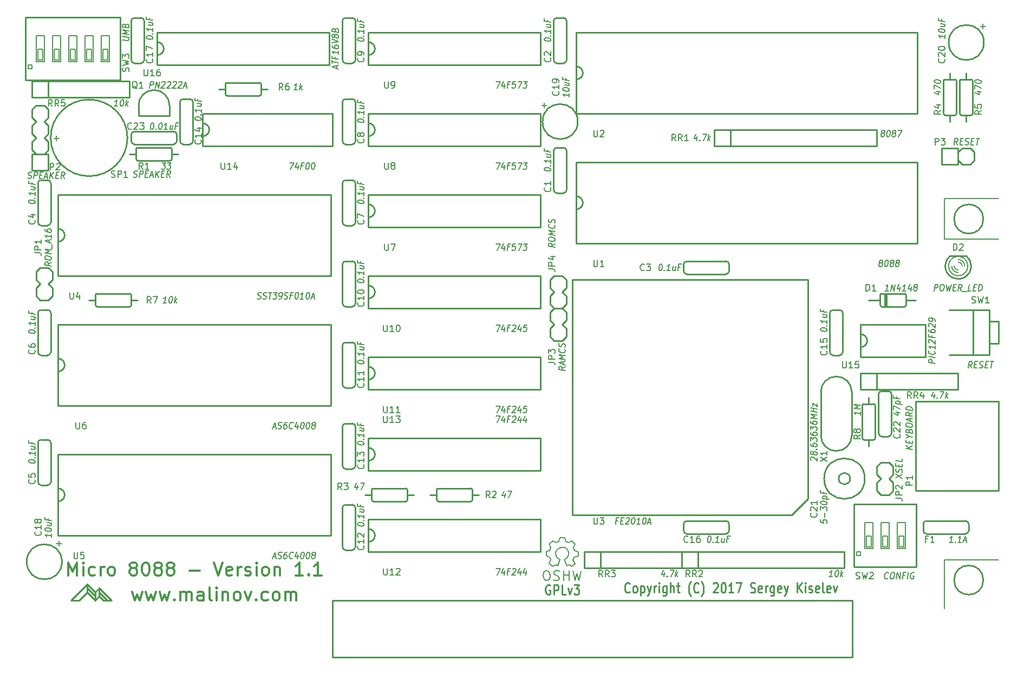
<source format=gto>
G04 #@! TF.FileFunction,Legend,Top*
%FSLAX46Y46*%
G04 Gerber Fmt 4.6, Leading zero omitted, Abs format (unit mm)*
G04 Created by KiCad (PCBNEW 4.0.1-stable) date 11/1/2017 9:41:48 AM*
%MOMM*%
G01*
G04 APERTURE LIST*
%ADD10C,0.150000*%
%ADD11C,0.190500*%
%ADD12C,0.254000*%
%ADD13C,0.304800*%
%ADD14C,0.152400*%
%ADD15C,0.200000*%
%ADD16C,0.203200*%
G04 APERTURE END LIST*
D10*
D11*
X202311000Y-84455000D02*
X210820000Y-84455000D01*
X202311000Y-78105000D02*
X202311000Y-84455000D01*
X210820000Y-78105000D02*
X202311000Y-78105000D01*
X202311000Y-134620000D02*
X210820000Y-134620000D01*
X202311000Y-134620000D02*
X202311000Y-142240000D01*
D12*
X153125714Y-139609286D02*
X153065238Y-139681857D01*
X152883809Y-139754429D01*
X152762857Y-139754429D01*
X152581429Y-139681857D01*
X152460476Y-139536714D01*
X152400000Y-139391571D01*
X152339524Y-139101286D01*
X152339524Y-138883571D01*
X152400000Y-138593286D01*
X152460476Y-138448143D01*
X152581429Y-138303000D01*
X152762857Y-138230429D01*
X152883809Y-138230429D01*
X153065238Y-138303000D01*
X153125714Y-138375571D01*
X153851429Y-139754429D02*
X153730476Y-139681857D01*
X153670000Y-139609286D01*
X153609524Y-139464143D01*
X153609524Y-139028714D01*
X153670000Y-138883571D01*
X153730476Y-138811000D01*
X153851429Y-138738429D01*
X154032857Y-138738429D01*
X154153809Y-138811000D01*
X154214286Y-138883571D01*
X154274762Y-139028714D01*
X154274762Y-139464143D01*
X154214286Y-139609286D01*
X154153809Y-139681857D01*
X154032857Y-139754429D01*
X153851429Y-139754429D01*
X154819048Y-138738429D02*
X154819048Y-140262429D01*
X154819048Y-138811000D02*
X154940000Y-138738429D01*
X155181905Y-138738429D01*
X155302857Y-138811000D01*
X155363334Y-138883571D01*
X155423810Y-139028714D01*
X155423810Y-139464143D01*
X155363334Y-139609286D01*
X155302857Y-139681857D01*
X155181905Y-139754429D01*
X154940000Y-139754429D01*
X154819048Y-139681857D01*
X155847144Y-138738429D02*
X156149525Y-139754429D01*
X156451905Y-138738429D02*
X156149525Y-139754429D01*
X156028572Y-140117286D01*
X155968096Y-140189857D01*
X155847144Y-140262429D01*
X156935715Y-139754429D02*
X156935715Y-138738429D01*
X156935715Y-139028714D02*
X156996191Y-138883571D01*
X157056667Y-138811000D01*
X157177620Y-138738429D01*
X157298572Y-138738429D01*
X157721905Y-139754429D02*
X157721905Y-138738429D01*
X157721905Y-138230429D02*
X157661429Y-138303000D01*
X157721905Y-138375571D01*
X157782381Y-138303000D01*
X157721905Y-138230429D01*
X157721905Y-138375571D01*
X158870953Y-138738429D02*
X158870953Y-139972143D01*
X158810476Y-140117286D01*
X158750000Y-140189857D01*
X158629048Y-140262429D01*
X158447619Y-140262429D01*
X158326667Y-140189857D01*
X158870953Y-139681857D02*
X158750000Y-139754429D01*
X158508096Y-139754429D01*
X158387143Y-139681857D01*
X158326667Y-139609286D01*
X158266191Y-139464143D01*
X158266191Y-139028714D01*
X158326667Y-138883571D01*
X158387143Y-138811000D01*
X158508096Y-138738429D01*
X158750000Y-138738429D01*
X158870953Y-138811000D01*
X159475715Y-139754429D02*
X159475715Y-138230429D01*
X160020001Y-139754429D02*
X160020001Y-138956143D01*
X159959524Y-138811000D01*
X159838572Y-138738429D01*
X159657144Y-138738429D01*
X159536191Y-138811000D01*
X159475715Y-138883571D01*
X160443334Y-138738429D02*
X160927144Y-138738429D01*
X160624763Y-138230429D02*
X160624763Y-139536714D01*
X160685239Y-139681857D01*
X160806192Y-139754429D01*
X160927144Y-139754429D01*
X162680953Y-140335000D02*
X162620477Y-140262429D01*
X162499525Y-140044714D01*
X162439048Y-139899571D01*
X162378572Y-139681857D01*
X162318096Y-139319000D01*
X162318096Y-139028714D01*
X162378572Y-138665857D01*
X162439048Y-138448143D01*
X162499525Y-138303000D01*
X162620477Y-138085286D01*
X162680953Y-138012714D01*
X163890477Y-139609286D02*
X163830001Y-139681857D01*
X163648572Y-139754429D01*
X163527620Y-139754429D01*
X163346192Y-139681857D01*
X163225239Y-139536714D01*
X163164763Y-139391571D01*
X163104287Y-139101286D01*
X163104287Y-138883571D01*
X163164763Y-138593286D01*
X163225239Y-138448143D01*
X163346192Y-138303000D01*
X163527620Y-138230429D01*
X163648572Y-138230429D01*
X163830001Y-138303000D01*
X163890477Y-138375571D01*
X164313811Y-140335000D02*
X164374287Y-140262429D01*
X164495239Y-140044714D01*
X164555715Y-139899571D01*
X164616192Y-139681857D01*
X164676668Y-139319000D01*
X164676668Y-139028714D01*
X164616192Y-138665857D01*
X164555715Y-138448143D01*
X164495239Y-138303000D01*
X164374287Y-138085286D01*
X164313811Y-138012714D01*
X166188573Y-138375571D02*
X166249049Y-138303000D01*
X166370001Y-138230429D01*
X166672382Y-138230429D01*
X166793335Y-138303000D01*
X166853811Y-138375571D01*
X166914287Y-138520714D01*
X166914287Y-138665857D01*
X166853811Y-138883571D01*
X166128097Y-139754429D01*
X166914287Y-139754429D01*
X167700478Y-138230429D02*
X167821430Y-138230429D01*
X167942382Y-138303000D01*
X168002859Y-138375571D01*
X168063335Y-138520714D01*
X168123811Y-138811000D01*
X168123811Y-139173857D01*
X168063335Y-139464143D01*
X168002859Y-139609286D01*
X167942382Y-139681857D01*
X167821430Y-139754429D01*
X167700478Y-139754429D01*
X167579525Y-139681857D01*
X167519049Y-139609286D01*
X167458573Y-139464143D01*
X167398097Y-139173857D01*
X167398097Y-138811000D01*
X167458573Y-138520714D01*
X167519049Y-138375571D01*
X167579525Y-138303000D01*
X167700478Y-138230429D01*
X169333335Y-139754429D02*
X168607621Y-139754429D01*
X168970478Y-139754429D02*
X168970478Y-138230429D01*
X168849526Y-138448143D01*
X168728573Y-138593286D01*
X168607621Y-138665857D01*
X169756669Y-138230429D02*
X170603335Y-138230429D01*
X170059050Y-139754429D01*
X171994288Y-139681857D02*
X172175716Y-139754429D01*
X172478097Y-139754429D01*
X172599050Y-139681857D01*
X172659526Y-139609286D01*
X172720002Y-139464143D01*
X172720002Y-139319000D01*
X172659526Y-139173857D01*
X172599050Y-139101286D01*
X172478097Y-139028714D01*
X172236193Y-138956143D01*
X172115240Y-138883571D01*
X172054764Y-138811000D01*
X171994288Y-138665857D01*
X171994288Y-138520714D01*
X172054764Y-138375571D01*
X172115240Y-138303000D01*
X172236193Y-138230429D01*
X172538573Y-138230429D01*
X172720002Y-138303000D01*
X173748097Y-139681857D02*
X173627145Y-139754429D01*
X173385240Y-139754429D01*
X173264288Y-139681857D01*
X173203812Y-139536714D01*
X173203812Y-138956143D01*
X173264288Y-138811000D01*
X173385240Y-138738429D01*
X173627145Y-138738429D01*
X173748097Y-138811000D01*
X173808574Y-138956143D01*
X173808574Y-139101286D01*
X173203812Y-139246429D01*
X174352859Y-139754429D02*
X174352859Y-138738429D01*
X174352859Y-139028714D02*
X174413335Y-138883571D01*
X174473811Y-138811000D01*
X174594764Y-138738429D01*
X174715716Y-138738429D01*
X175683335Y-138738429D02*
X175683335Y-139972143D01*
X175622858Y-140117286D01*
X175562382Y-140189857D01*
X175441430Y-140262429D01*
X175260001Y-140262429D01*
X175139049Y-140189857D01*
X175683335Y-139681857D02*
X175562382Y-139754429D01*
X175320478Y-139754429D01*
X175199525Y-139681857D01*
X175139049Y-139609286D01*
X175078573Y-139464143D01*
X175078573Y-139028714D01*
X175139049Y-138883571D01*
X175199525Y-138811000D01*
X175320478Y-138738429D01*
X175562382Y-138738429D01*
X175683335Y-138811000D01*
X176771906Y-139681857D02*
X176650954Y-139754429D01*
X176409049Y-139754429D01*
X176288097Y-139681857D01*
X176227621Y-139536714D01*
X176227621Y-138956143D01*
X176288097Y-138811000D01*
X176409049Y-138738429D01*
X176650954Y-138738429D01*
X176771906Y-138811000D01*
X176832383Y-138956143D01*
X176832383Y-139101286D01*
X176227621Y-139246429D01*
X177255716Y-138738429D02*
X177558097Y-139754429D01*
X177860477Y-138738429D02*
X177558097Y-139754429D01*
X177437144Y-140117286D01*
X177376668Y-140189857D01*
X177255716Y-140262429D01*
X179311906Y-139754429D02*
X179311906Y-138230429D01*
X180037620Y-139754429D02*
X179493335Y-138883571D01*
X180037620Y-138230429D02*
X179311906Y-139101286D01*
X180581906Y-139754429D02*
X180581906Y-138738429D01*
X180581906Y-138230429D02*
X180521430Y-138303000D01*
X180581906Y-138375571D01*
X180642382Y-138303000D01*
X180581906Y-138230429D01*
X180581906Y-138375571D01*
X181126192Y-139681857D02*
X181247144Y-139754429D01*
X181489049Y-139754429D01*
X181610001Y-139681857D01*
X181670477Y-139536714D01*
X181670477Y-139464143D01*
X181610001Y-139319000D01*
X181489049Y-139246429D01*
X181307620Y-139246429D01*
X181186668Y-139173857D01*
X181126192Y-139028714D01*
X181126192Y-138956143D01*
X181186668Y-138811000D01*
X181307620Y-138738429D01*
X181489049Y-138738429D01*
X181610001Y-138811000D01*
X182698572Y-139681857D02*
X182577620Y-139754429D01*
X182335715Y-139754429D01*
X182214763Y-139681857D01*
X182154287Y-139536714D01*
X182154287Y-138956143D01*
X182214763Y-138811000D01*
X182335715Y-138738429D01*
X182577620Y-138738429D01*
X182698572Y-138811000D01*
X182759049Y-138956143D01*
X182759049Y-139101286D01*
X182154287Y-139246429D01*
X183484763Y-139754429D02*
X183363810Y-139681857D01*
X183303334Y-139536714D01*
X183303334Y-138230429D01*
X184452381Y-139681857D02*
X184331429Y-139754429D01*
X184089524Y-139754429D01*
X183968572Y-139681857D01*
X183908096Y-139536714D01*
X183908096Y-138956143D01*
X183968572Y-138811000D01*
X184089524Y-138738429D01*
X184331429Y-138738429D01*
X184452381Y-138811000D01*
X184512858Y-138956143D01*
X184512858Y-139101286D01*
X183908096Y-139246429D01*
X184936191Y-138738429D02*
X185238572Y-139754429D01*
X185540952Y-138738429D01*
D13*
X65350574Y-137063238D02*
X65350574Y-135031238D01*
X66027907Y-136482667D01*
X66705240Y-135031238D01*
X66705240Y-137063238D01*
X67672860Y-137063238D02*
X67672860Y-135708571D01*
X67672860Y-135031238D02*
X67576098Y-135128000D01*
X67672860Y-135224762D01*
X67769621Y-135128000D01*
X67672860Y-135031238D01*
X67672860Y-135224762D01*
X69511336Y-136966476D02*
X69317812Y-137063238D01*
X68930764Y-137063238D01*
X68737240Y-136966476D01*
X68640479Y-136869714D01*
X68543717Y-136676190D01*
X68543717Y-136095619D01*
X68640479Y-135902095D01*
X68737240Y-135805333D01*
X68930764Y-135708571D01*
X69317812Y-135708571D01*
X69511336Y-135805333D01*
X70382193Y-137063238D02*
X70382193Y-135708571D01*
X70382193Y-136095619D02*
X70478954Y-135902095D01*
X70575716Y-135805333D01*
X70769240Y-135708571D01*
X70962764Y-135708571D01*
X71930383Y-137063238D02*
X71736859Y-136966476D01*
X71640098Y-136869714D01*
X71543336Y-136676190D01*
X71543336Y-136095619D01*
X71640098Y-135902095D01*
X71736859Y-135805333D01*
X71930383Y-135708571D01*
X72220669Y-135708571D01*
X72414193Y-135805333D01*
X72510955Y-135902095D01*
X72607717Y-136095619D01*
X72607717Y-136676190D01*
X72510955Y-136869714D01*
X72414193Y-136966476D01*
X72220669Y-137063238D01*
X71930383Y-137063238D01*
X75317049Y-135902095D02*
X75123525Y-135805333D01*
X75026764Y-135708571D01*
X74930002Y-135515048D01*
X74930002Y-135418286D01*
X75026764Y-135224762D01*
X75123525Y-135128000D01*
X75317049Y-135031238D01*
X75704097Y-135031238D01*
X75897621Y-135128000D01*
X75994383Y-135224762D01*
X76091144Y-135418286D01*
X76091144Y-135515048D01*
X75994383Y-135708571D01*
X75897621Y-135805333D01*
X75704097Y-135902095D01*
X75317049Y-135902095D01*
X75123525Y-135998857D01*
X75026764Y-136095619D01*
X74930002Y-136289143D01*
X74930002Y-136676190D01*
X75026764Y-136869714D01*
X75123525Y-136966476D01*
X75317049Y-137063238D01*
X75704097Y-137063238D01*
X75897621Y-136966476D01*
X75994383Y-136869714D01*
X76091144Y-136676190D01*
X76091144Y-136289143D01*
X75994383Y-136095619D01*
X75897621Y-135998857D01*
X75704097Y-135902095D01*
X77349049Y-135031238D02*
X77542573Y-135031238D01*
X77736097Y-135128000D01*
X77832859Y-135224762D01*
X77929621Y-135418286D01*
X78026382Y-135805333D01*
X78026382Y-136289143D01*
X77929621Y-136676190D01*
X77832859Y-136869714D01*
X77736097Y-136966476D01*
X77542573Y-137063238D01*
X77349049Y-137063238D01*
X77155525Y-136966476D01*
X77058763Y-136869714D01*
X76962002Y-136676190D01*
X76865240Y-136289143D01*
X76865240Y-135805333D01*
X76962002Y-135418286D01*
X77058763Y-135224762D01*
X77155525Y-135128000D01*
X77349049Y-135031238D01*
X79187525Y-135902095D02*
X78994001Y-135805333D01*
X78897240Y-135708571D01*
X78800478Y-135515048D01*
X78800478Y-135418286D01*
X78897240Y-135224762D01*
X78994001Y-135128000D01*
X79187525Y-135031238D01*
X79574573Y-135031238D01*
X79768097Y-135128000D01*
X79864859Y-135224762D01*
X79961620Y-135418286D01*
X79961620Y-135515048D01*
X79864859Y-135708571D01*
X79768097Y-135805333D01*
X79574573Y-135902095D01*
X79187525Y-135902095D01*
X78994001Y-135998857D01*
X78897240Y-136095619D01*
X78800478Y-136289143D01*
X78800478Y-136676190D01*
X78897240Y-136869714D01*
X78994001Y-136966476D01*
X79187525Y-137063238D01*
X79574573Y-137063238D01*
X79768097Y-136966476D01*
X79864859Y-136869714D01*
X79961620Y-136676190D01*
X79961620Y-136289143D01*
X79864859Y-136095619D01*
X79768097Y-135998857D01*
X79574573Y-135902095D01*
X81122763Y-135902095D02*
X80929239Y-135805333D01*
X80832478Y-135708571D01*
X80735716Y-135515048D01*
X80735716Y-135418286D01*
X80832478Y-135224762D01*
X80929239Y-135128000D01*
X81122763Y-135031238D01*
X81509811Y-135031238D01*
X81703335Y-135128000D01*
X81800097Y-135224762D01*
X81896858Y-135418286D01*
X81896858Y-135515048D01*
X81800097Y-135708571D01*
X81703335Y-135805333D01*
X81509811Y-135902095D01*
X81122763Y-135902095D01*
X80929239Y-135998857D01*
X80832478Y-136095619D01*
X80735716Y-136289143D01*
X80735716Y-136676190D01*
X80832478Y-136869714D01*
X80929239Y-136966476D01*
X81122763Y-137063238D01*
X81509811Y-137063238D01*
X81703335Y-136966476D01*
X81800097Y-136869714D01*
X81896858Y-136676190D01*
X81896858Y-136289143D01*
X81800097Y-136095619D01*
X81703335Y-135998857D01*
X81509811Y-135902095D01*
X84315906Y-136289143D02*
X85864096Y-136289143D01*
X88089620Y-135031238D02*
X88766953Y-137063238D01*
X89444286Y-135031238D01*
X90895715Y-136966476D02*
X90702191Y-137063238D01*
X90315143Y-137063238D01*
X90121620Y-136966476D01*
X90024858Y-136772952D01*
X90024858Y-135998857D01*
X90121620Y-135805333D01*
X90315143Y-135708571D01*
X90702191Y-135708571D01*
X90895715Y-135805333D01*
X90992477Y-135998857D01*
X90992477Y-136192381D01*
X90024858Y-136385905D01*
X91863334Y-137063238D02*
X91863334Y-135708571D01*
X91863334Y-136095619D02*
X91960095Y-135902095D01*
X92056857Y-135805333D01*
X92250381Y-135708571D01*
X92443905Y-135708571D01*
X93024477Y-136966476D02*
X93218000Y-137063238D01*
X93605048Y-137063238D01*
X93798572Y-136966476D01*
X93895334Y-136772952D01*
X93895334Y-136676190D01*
X93798572Y-136482667D01*
X93605048Y-136385905D01*
X93314762Y-136385905D01*
X93121239Y-136289143D01*
X93024477Y-136095619D01*
X93024477Y-135998857D01*
X93121239Y-135805333D01*
X93314762Y-135708571D01*
X93605048Y-135708571D01*
X93798572Y-135805333D01*
X94766191Y-137063238D02*
X94766191Y-135708571D01*
X94766191Y-135031238D02*
X94669429Y-135128000D01*
X94766191Y-135224762D01*
X94862952Y-135128000D01*
X94766191Y-135031238D01*
X94766191Y-135224762D01*
X96024095Y-137063238D02*
X95830571Y-136966476D01*
X95733810Y-136869714D01*
X95637048Y-136676190D01*
X95637048Y-136095619D01*
X95733810Y-135902095D01*
X95830571Y-135805333D01*
X96024095Y-135708571D01*
X96314381Y-135708571D01*
X96507905Y-135805333D01*
X96604667Y-135902095D01*
X96701429Y-136095619D01*
X96701429Y-136676190D01*
X96604667Y-136869714D01*
X96507905Y-136966476D01*
X96314381Y-137063238D01*
X96024095Y-137063238D01*
X97572286Y-135708571D02*
X97572286Y-137063238D01*
X97572286Y-135902095D02*
X97669047Y-135805333D01*
X97862571Y-135708571D01*
X98152857Y-135708571D01*
X98346381Y-135805333D01*
X98443143Y-135998857D01*
X98443143Y-137063238D01*
X102023332Y-137063238D02*
X100862190Y-137063238D01*
X101442761Y-137063238D02*
X101442761Y-135031238D01*
X101249237Y-135321524D01*
X101055713Y-135515048D01*
X100862190Y-135611810D01*
X102894190Y-136869714D02*
X102990951Y-136966476D01*
X102894190Y-137063238D01*
X102797428Y-136966476D01*
X102894190Y-136869714D01*
X102894190Y-137063238D01*
X104926189Y-137063238D02*
X103765047Y-137063238D01*
X104345618Y-137063238D02*
X104345618Y-135031238D01*
X104152094Y-135321524D01*
X103958570Y-135515048D01*
X103765047Y-135611810D01*
D12*
X70167500Y-139700000D02*
X71437500Y-140970000D01*
X68262500Y-139065000D02*
X69532500Y-140335000D01*
X70167500Y-139065000D02*
X70167500Y-140335000D01*
X69532500Y-139700000D02*
X69532500Y-140970000D01*
X68262500Y-138430000D02*
X68262500Y-139700000D01*
X66992500Y-140970000D02*
X65722500Y-140970000D01*
X68262500Y-139700000D02*
X66992500Y-140970000D01*
X69532500Y-140970000D02*
X68262500Y-139700000D01*
X70167500Y-140335000D02*
X69532500Y-140970000D01*
X70802500Y-140970000D02*
X70167500Y-140335000D01*
X72072500Y-140970000D02*
X70802500Y-140970000D01*
X70167500Y-139065000D02*
X72072500Y-140970000D01*
X69532500Y-139700000D02*
X70167500Y-139065000D01*
X68262500Y-138430000D02*
X69532500Y-139700000D01*
X65722500Y-140970000D02*
X68262500Y-138430000D01*
D13*
X75347287Y-139645571D02*
X75734334Y-141000238D01*
X76121382Y-140032619D01*
X76508430Y-141000238D01*
X76895477Y-139645571D01*
X77476049Y-139645571D02*
X77863096Y-141000238D01*
X78250144Y-140032619D01*
X78637192Y-141000238D01*
X79024239Y-139645571D01*
X79604811Y-139645571D02*
X79991858Y-141000238D01*
X80378906Y-140032619D01*
X80765954Y-141000238D01*
X81153001Y-139645571D01*
X81927097Y-140806714D02*
X82023858Y-140903476D01*
X81927097Y-141000238D01*
X81830335Y-140903476D01*
X81927097Y-140806714D01*
X81927097Y-141000238D01*
X82894716Y-141000238D02*
X82894716Y-139645571D01*
X82894716Y-139839095D02*
X82991477Y-139742333D01*
X83185001Y-139645571D01*
X83475287Y-139645571D01*
X83668811Y-139742333D01*
X83765573Y-139935857D01*
X83765573Y-141000238D01*
X83765573Y-139935857D02*
X83862335Y-139742333D01*
X84055858Y-139645571D01*
X84346144Y-139645571D01*
X84539668Y-139742333D01*
X84636430Y-139935857D01*
X84636430Y-141000238D01*
X86474906Y-141000238D02*
X86474906Y-139935857D01*
X86378144Y-139742333D01*
X86184620Y-139645571D01*
X85797572Y-139645571D01*
X85604049Y-139742333D01*
X86474906Y-140903476D02*
X86281382Y-141000238D01*
X85797572Y-141000238D01*
X85604049Y-140903476D01*
X85507287Y-140709952D01*
X85507287Y-140516429D01*
X85604049Y-140322905D01*
X85797572Y-140226143D01*
X86281382Y-140226143D01*
X86474906Y-140129381D01*
X87732810Y-141000238D02*
X87539286Y-140903476D01*
X87442525Y-140709952D01*
X87442525Y-138968238D01*
X88506906Y-141000238D02*
X88506906Y-139645571D01*
X88506906Y-138968238D02*
X88410144Y-139065000D01*
X88506906Y-139161762D01*
X88603667Y-139065000D01*
X88506906Y-138968238D01*
X88506906Y-139161762D01*
X89474525Y-139645571D02*
X89474525Y-141000238D01*
X89474525Y-139839095D02*
X89571286Y-139742333D01*
X89764810Y-139645571D01*
X90055096Y-139645571D01*
X90248620Y-139742333D01*
X90345382Y-139935857D01*
X90345382Y-141000238D01*
X91603286Y-141000238D02*
X91409762Y-140903476D01*
X91313001Y-140806714D01*
X91216239Y-140613190D01*
X91216239Y-140032619D01*
X91313001Y-139839095D01*
X91409762Y-139742333D01*
X91603286Y-139645571D01*
X91893572Y-139645571D01*
X92087096Y-139742333D01*
X92183858Y-139839095D01*
X92280620Y-140032619D01*
X92280620Y-140613190D01*
X92183858Y-140806714D01*
X92087096Y-140903476D01*
X91893572Y-141000238D01*
X91603286Y-141000238D01*
X92957953Y-139645571D02*
X93441762Y-141000238D01*
X93925572Y-139645571D01*
X94699667Y-140806714D02*
X94796428Y-140903476D01*
X94699667Y-141000238D01*
X94602905Y-140903476D01*
X94699667Y-140806714D01*
X94699667Y-141000238D01*
X96538143Y-140903476D02*
X96344619Y-141000238D01*
X95957571Y-141000238D01*
X95764047Y-140903476D01*
X95667286Y-140806714D01*
X95570524Y-140613190D01*
X95570524Y-140032619D01*
X95667286Y-139839095D01*
X95764047Y-139742333D01*
X95957571Y-139645571D01*
X96344619Y-139645571D01*
X96538143Y-139742333D01*
X97699285Y-141000238D02*
X97505761Y-140903476D01*
X97409000Y-140806714D01*
X97312238Y-140613190D01*
X97312238Y-140032619D01*
X97409000Y-139839095D01*
X97505761Y-139742333D01*
X97699285Y-139645571D01*
X97989571Y-139645571D01*
X98183095Y-139742333D01*
X98279857Y-139839095D01*
X98376619Y-140032619D01*
X98376619Y-140613190D01*
X98279857Y-140806714D01*
X98183095Y-140903476D01*
X97989571Y-141000238D01*
X97699285Y-141000238D01*
X99247476Y-141000238D02*
X99247476Y-139645571D01*
X99247476Y-139839095D02*
X99344237Y-139742333D01*
X99537761Y-139645571D01*
X99828047Y-139645571D01*
X100021571Y-139742333D01*
X100118333Y-139935857D01*
X100118333Y-141000238D01*
X100118333Y-139935857D02*
X100215095Y-139742333D01*
X100408618Y-139645571D01*
X100698904Y-139645571D01*
X100892428Y-139742333D01*
X100989190Y-139935857D01*
X100989190Y-141000238D01*
D12*
X63754000Y-84836000D02*
G75*
G03X64770000Y-83820000I0J1016000D01*
G01*
X64770000Y-83820000D02*
G75*
G03X63754000Y-82804000I-1016000J0D01*
G01*
X63754000Y-77470000D02*
X106426000Y-77470000D01*
X106426000Y-77470000D02*
X106426000Y-90170000D01*
X106426000Y-90170000D02*
X63754000Y-90170000D01*
X63754000Y-90170000D02*
X63754000Y-77470000D01*
X74579480Y-68580000D02*
G75*
G03X74579480Y-68580000I-5999480J0D01*
G01*
X178435000Y-127635000D02*
X144145000Y-127635000D01*
X144145000Y-127635000D02*
X144145000Y-90805000D01*
X144145000Y-90805000D02*
X180975000Y-90805000D01*
X180975000Y-90805000D02*
X180975000Y-125095000D01*
X180975000Y-125095000D02*
X178435000Y-127635000D01*
X63754000Y-105156000D02*
G75*
G03X64770000Y-104140000I0J1016000D01*
G01*
X64770000Y-104140000D02*
G75*
G03X63754000Y-103124000I-1016000J0D01*
G01*
X63754000Y-97790000D02*
X106426000Y-97790000D01*
X106426000Y-97790000D02*
X106426000Y-110490000D01*
X106426000Y-110490000D02*
X63754000Y-110490000D01*
X63754000Y-110490000D02*
X63754000Y-97790000D01*
X86360000Y-68326000D02*
G75*
G03X87376000Y-67310000I0J1016000D01*
G01*
X87376000Y-67310000D02*
G75*
G03X86360000Y-66294000I-1016000J0D01*
G01*
X106680000Y-64770000D02*
X86360000Y-64770000D01*
X86360000Y-64770000D02*
X86360000Y-69850000D01*
X86360000Y-69850000D02*
X106680000Y-69850000D01*
X106680000Y-69850000D02*
X106680000Y-64770000D01*
X95250000Y-61976000D02*
X90170000Y-61976000D01*
X95504000Y-60198000D02*
X95504000Y-61722000D01*
X90170000Y-59944000D02*
X95250000Y-59944000D01*
X89916000Y-61722000D02*
X89916000Y-60198000D01*
X95250000Y-61976000D02*
G75*
G03X95504000Y-61722000I0J254000D01*
G01*
X95504000Y-60198000D02*
G75*
G03X95250000Y-59944000I-254000J0D01*
G01*
X89916000Y-61722000D02*
G75*
G03X90170000Y-61976000I254000J0D01*
G01*
X90170000Y-59944000D02*
G75*
G03X89916000Y-60198000I0J-254000D01*
G01*
X95504000Y-60960000D02*
X96520000Y-60960000D01*
X88900000Y-60960000D02*
X89916000Y-60960000D01*
X144780000Y-59436000D02*
G75*
G03X145796000Y-58420000I0J1016000D01*
G01*
X145796000Y-58420000D02*
G75*
G03X144780000Y-57404000I-1016000J0D01*
G01*
X144780000Y-52070000D02*
X198120000Y-52070000D01*
X198120000Y-52070000D02*
X198120000Y-64770000D01*
X198120000Y-64770000D02*
X144780000Y-64770000D01*
X144780000Y-64770000D02*
X144780000Y-52070000D01*
X81153000Y-63500000D02*
X81153000Y-65151000D01*
X76327000Y-65151000D02*
X76327000Y-63500000D01*
X81153000Y-63500000D02*
G75*
G03X78740000Y-61087000I-2413000J0D01*
G01*
X78740000Y-61087000D02*
G75*
G03X76327000Y-63500000I0J-2413000D01*
G01*
X76327000Y-65151000D02*
X81153000Y-65151000D01*
X106680000Y-149860000D02*
X106680000Y-140970000D01*
X187960000Y-140970000D02*
X106680000Y-140970000D01*
X187960000Y-149860000D02*
X106680000Y-149860000D01*
X187960000Y-140970000D02*
X187960000Y-149860000D01*
X141732000Y-77216000D02*
X142748000Y-77216000D01*
X141224000Y-70612000D02*
X141224000Y-76708000D01*
X143256000Y-70612000D02*
X143256000Y-76708000D01*
X141224000Y-76708000D02*
G75*
G03X141732000Y-77216000I508000J0D01*
G01*
X142748000Y-77216000D02*
G75*
G03X143256000Y-76708000I0J508000D01*
G01*
X141732000Y-70104000D02*
G75*
G03X141224000Y-70612000I0J-508000D01*
G01*
X143256000Y-70612000D02*
G75*
G03X142748000Y-70104000I-508000J0D01*
G01*
X141732000Y-70104000D02*
X142748000Y-70104000D01*
X141732000Y-56896000D02*
X142748000Y-56896000D01*
X141224000Y-50292000D02*
X141224000Y-56388000D01*
X143256000Y-50292000D02*
X143256000Y-56388000D01*
X141224000Y-56388000D02*
G75*
G03X141732000Y-56896000I508000J0D01*
G01*
X142748000Y-56896000D02*
G75*
G03X143256000Y-56388000I0J508000D01*
G01*
X141732000Y-49784000D02*
G75*
G03X141224000Y-50292000I0J-508000D01*
G01*
X143256000Y-50292000D02*
G75*
G03X142748000Y-49784000I-508000J0D01*
G01*
X141732000Y-49784000D02*
X142748000Y-49784000D01*
X168656000Y-89408000D02*
X168656000Y-88392000D01*
X162052000Y-89916000D02*
X168148000Y-89916000D01*
X162052000Y-87884000D02*
X168148000Y-87884000D01*
X168148000Y-89916000D02*
G75*
G03X168656000Y-89408000I0J508000D01*
G01*
X168656000Y-88392000D02*
G75*
G03X168148000Y-87884000I-508000J0D01*
G01*
X161544000Y-89408000D02*
G75*
G03X162052000Y-89916000I508000J0D01*
G01*
X162052000Y-87884000D02*
G75*
G03X161544000Y-88392000I0J-508000D01*
G01*
X161544000Y-89408000D02*
X161544000Y-88392000D01*
X61087000Y-82296000D02*
X62103000Y-82296000D01*
X60579000Y-75692000D02*
X60579000Y-81788000D01*
X62611000Y-75692000D02*
X62611000Y-81788000D01*
X60579000Y-81788000D02*
G75*
G03X61087000Y-82296000I508000J0D01*
G01*
X62103000Y-82296000D02*
G75*
G03X62611000Y-81788000I0J508000D01*
G01*
X61087000Y-75184000D02*
G75*
G03X60579000Y-75692000I0J-508000D01*
G01*
X62611000Y-75692000D02*
G75*
G03X62103000Y-75184000I-508000J0D01*
G01*
X61087000Y-75184000D02*
X62103000Y-75184000D01*
X61087000Y-122936000D02*
X62103000Y-122936000D01*
X60579000Y-116332000D02*
X60579000Y-122428000D01*
X62611000Y-116332000D02*
X62611000Y-122428000D01*
X60579000Y-122428000D02*
G75*
G03X61087000Y-122936000I508000J0D01*
G01*
X62103000Y-122936000D02*
G75*
G03X62611000Y-122428000I0J508000D01*
G01*
X61087000Y-115824000D02*
G75*
G03X60579000Y-116332000I0J-508000D01*
G01*
X62611000Y-116332000D02*
G75*
G03X62103000Y-115824000I-508000J0D01*
G01*
X61087000Y-115824000D02*
X62103000Y-115824000D01*
X61087000Y-102616000D02*
X62103000Y-102616000D01*
X60579000Y-96012000D02*
X60579000Y-102108000D01*
X62611000Y-96012000D02*
X62611000Y-102108000D01*
X60579000Y-102108000D02*
G75*
G03X61087000Y-102616000I508000J0D01*
G01*
X62103000Y-102616000D02*
G75*
G03X62611000Y-102108000I0J508000D01*
G01*
X61087000Y-95504000D02*
G75*
G03X60579000Y-96012000I0J-508000D01*
G01*
X62611000Y-96012000D02*
G75*
G03X62103000Y-95504000I-508000J0D01*
G01*
X61087000Y-95504000D02*
X62103000Y-95504000D01*
X108712000Y-82296000D02*
X109728000Y-82296000D01*
X108204000Y-75692000D02*
X108204000Y-81788000D01*
X110236000Y-75692000D02*
X110236000Y-81788000D01*
X108204000Y-81788000D02*
G75*
G03X108712000Y-82296000I508000J0D01*
G01*
X109728000Y-82296000D02*
G75*
G03X110236000Y-81788000I0J508000D01*
G01*
X108712000Y-75184000D02*
G75*
G03X108204000Y-75692000I0J-508000D01*
G01*
X110236000Y-75692000D02*
G75*
G03X109728000Y-75184000I-508000J0D01*
G01*
X108712000Y-75184000D02*
X109728000Y-75184000D01*
X108712000Y-69596000D02*
X109728000Y-69596000D01*
X108204000Y-62992000D02*
X108204000Y-69088000D01*
X110236000Y-62992000D02*
X110236000Y-69088000D01*
X108204000Y-69088000D02*
G75*
G03X108712000Y-69596000I508000J0D01*
G01*
X109728000Y-69596000D02*
G75*
G03X110236000Y-69088000I0J508000D01*
G01*
X108712000Y-62484000D02*
G75*
G03X108204000Y-62992000I0J-508000D01*
G01*
X110236000Y-62992000D02*
G75*
G03X109728000Y-62484000I-508000J0D01*
G01*
X108712000Y-62484000D02*
X109728000Y-62484000D01*
X108712000Y-94996000D02*
X109728000Y-94996000D01*
X108204000Y-88392000D02*
X108204000Y-94488000D01*
X110236000Y-88392000D02*
X110236000Y-94488000D01*
X108204000Y-94488000D02*
G75*
G03X108712000Y-94996000I508000J0D01*
G01*
X109728000Y-94996000D02*
G75*
G03X110236000Y-94488000I0J508000D01*
G01*
X108712000Y-87884000D02*
G75*
G03X108204000Y-88392000I0J-508000D01*
G01*
X110236000Y-88392000D02*
G75*
G03X109728000Y-87884000I-508000J0D01*
G01*
X108712000Y-87884000D02*
X109728000Y-87884000D01*
X108712000Y-107696000D02*
X109728000Y-107696000D01*
X108204000Y-101092000D02*
X108204000Y-107188000D01*
X110236000Y-101092000D02*
X110236000Y-107188000D01*
X108204000Y-107188000D02*
G75*
G03X108712000Y-107696000I508000J0D01*
G01*
X109728000Y-107696000D02*
G75*
G03X110236000Y-107188000I0J508000D01*
G01*
X108712000Y-100584000D02*
G75*
G03X108204000Y-101092000I0J-508000D01*
G01*
X110236000Y-101092000D02*
G75*
G03X109728000Y-100584000I-508000J0D01*
G01*
X108712000Y-100584000D02*
X109728000Y-100584000D01*
X108712000Y-133096000D02*
X109728000Y-133096000D01*
X108204000Y-126492000D02*
X108204000Y-132588000D01*
X110236000Y-126492000D02*
X110236000Y-132588000D01*
X108204000Y-132588000D02*
G75*
G03X108712000Y-133096000I508000J0D01*
G01*
X109728000Y-133096000D02*
G75*
G03X110236000Y-132588000I0J508000D01*
G01*
X108712000Y-125984000D02*
G75*
G03X108204000Y-126492000I0J-508000D01*
G01*
X110236000Y-126492000D02*
G75*
G03X109728000Y-125984000I-508000J0D01*
G01*
X108712000Y-125984000D02*
X109728000Y-125984000D01*
X108712000Y-120396000D02*
X109728000Y-120396000D01*
X108204000Y-113792000D02*
X108204000Y-119888000D01*
X110236000Y-113792000D02*
X110236000Y-119888000D01*
X108204000Y-119888000D02*
G75*
G03X108712000Y-120396000I508000J0D01*
G01*
X109728000Y-120396000D02*
G75*
G03X110236000Y-119888000I0J508000D01*
G01*
X108712000Y-113284000D02*
G75*
G03X108204000Y-113792000I0J-508000D01*
G01*
X110236000Y-113792000D02*
G75*
G03X109728000Y-113284000I-508000J0D01*
G01*
X108712000Y-113284000D02*
X109728000Y-113284000D01*
X83312000Y-69596000D02*
X84328000Y-69596000D01*
X82804000Y-62992000D02*
X82804000Y-69088000D01*
X84836000Y-62992000D02*
X84836000Y-69088000D01*
X82804000Y-69088000D02*
G75*
G03X83312000Y-69596000I508000J0D01*
G01*
X84328000Y-69596000D02*
G75*
G03X84836000Y-69088000I0J508000D01*
G01*
X83312000Y-62484000D02*
G75*
G03X82804000Y-62992000I0J-508000D01*
G01*
X84836000Y-62992000D02*
G75*
G03X84328000Y-62484000I-508000J0D01*
G01*
X83312000Y-62484000D02*
X84328000Y-62484000D01*
X185928000Y-95504000D02*
X184912000Y-95504000D01*
X186436000Y-102108000D02*
X186436000Y-96012000D01*
X184404000Y-102108000D02*
X184404000Y-96012000D01*
X186436000Y-96012000D02*
G75*
G03X185928000Y-95504000I-508000J0D01*
G01*
X184912000Y-95504000D02*
G75*
G03X184404000Y-96012000I0J-508000D01*
G01*
X185928000Y-102616000D02*
G75*
G03X186436000Y-102108000I0J508000D01*
G01*
X184404000Y-102108000D02*
G75*
G03X184912000Y-102616000I508000J0D01*
G01*
X185928000Y-102616000D02*
X184912000Y-102616000D01*
X64345820Y-134937500D02*
G75*
G03X64345820Y-134937500I-2750820J0D01*
G01*
X144990820Y-66040000D02*
G75*
G03X144990820Y-66040000I-2750820J0D01*
G01*
X208490820Y-53657500D02*
G75*
G03X208490820Y-53657500I-2750820J0D01*
G01*
X189865000Y-121920000D02*
G75*
G03X189865000Y-121920000I-3175000J0D01*
G01*
X187588026Y-121920000D02*
G75*
G03X187588026Y-121920000I-898026J0D01*
G01*
X192532000Y-115316000D02*
X193548000Y-115316000D01*
X192024000Y-108712000D02*
X192024000Y-114808000D01*
X194056000Y-108712000D02*
X194056000Y-114808000D01*
X192024000Y-114808000D02*
G75*
G03X192532000Y-115316000I508000J0D01*
G01*
X193548000Y-115316000D02*
G75*
G03X194056000Y-114808000I0J508000D01*
G01*
X192532000Y-108204000D02*
G75*
G03X192024000Y-108712000I0J-508000D01*
G01*
X194056000Y-108712000D02*
G75*
G03X193548000Y-108204000I-508000J0D01*
G01*
X192532000Y-108204000D02*
X193548000Y-108204000D01*
X75184000Y-68072000D02*
X75184000Y-69088000D01*
X81788000Y-67564000D02*
X75692000Y-67564000D01*
X81788000Y-69596000D02*
X75692000Y-69596000D01*
X75692000Y-67564000D02*
G75*
G03X75184000Y-68072000I0J-508000D01*
G01*
X75184000Y-69088000D02*
G75*
G03X75692000Y-69596000I508000J0D01*
G01*
X82296000Y-68072000D02*
G75*
G03X81788000Y-67564000I-508000J0D01*
G01*
X81788000Y-69596000D02*
G75*
G03X82296000Y-69088000I0J508000D01*
G01*
X82296000Y-68072000D02*
X82296000Y-69088000D01*
X193294000Y-92964000D02*
X193294000Y-94996000D01*
X193040000Y-92964000D02*
X193040000Y-94996000D01*
X192532000Y-92964000D02*
G75*
G03X192278000Y-93218000I0J-254000D01*
G01*
X192278000Y-94742000D02*
G75*
G03X192532000Y-94996000I254000J0D01*
G01*
X196342000Y-93218000D02*
G75*
G03X196088000Y-92964000I-254000J0D01*
G01*
X196088000Y-94996000D02*
G75*
G03X196342000Y-94742000I0J254000D01*
G01*
X192278000Y-94742000D02*
X192278000Y-93218000D01*
X196342000Y-93218000D02*
X196342000Y-94742000D01*
X196088000Y-94996000D02*
X192532000Y-94996000D01*
X192532000Y-92964000D02*
X196088000Y-92964000D01*
X192278000Y-93980000D02*
X190500000Y-93980000D01*
X197866000Y-93980000D02*
X196342000Y-93980000D01*
X205740000Y-87071200D02*
X203200000Y-87071200D01*
D14*
X203494473Y-89816864D02*
G75*
G03X204470000Y-90170000I975527J1170864D01*
G01*
X204470469Y-90168111D02*
G75*
G03X205480920Y-89783920I-469J1522111D01*
G01*
X204469966Y-87123853D02*
G75*
G03X203479400Y-87490300I34J-1522147D01*
G01*
X205445527Y-87475136D02*
G75*
G03X204470000Y-87122000I-975527J-1170864D01*
G01*
X203582845Y-87406834D02*
G75*
G03X202946000Y-88646000I887155J-1239166D01*
G01*
X202946000Y-88646801D02*
G75*
G03X203555600Y-89865200I1524000J801D01*
G01*
X205992206Y-88645558D02*
G75*
G03X205404720Y-87444580I-1522206J-442D01*
G01*
X205406171Y-89848564D02*
G75*
G03X205994000Y-88646000I-936171J1202564D01*
G01*
X203835000Y-88646000D02*
G75*
G03X204470000Y-89281000I635000J0D01*
G01*
X203454000Y-88646000D02*
G75*
G03X204470000Y-89662000I1016000J0D01*
G01*
X205105000Y-88646000D02*
G75*
G03X204470000Y-88011000I-635000J0D01*
G01*
X205486000Y-88646000D02*
G75*
G03X204470000Y-87630000I-1016000J0D01*
G01*
D12*
X203166574Y-87087120D02*
G75*
G03X202438000Y-88646000I1303426J-1558880D01*
G01*
X202440540Y-88646975D02*
G75*
G03X203514960Y-90436700I2029460J975D01*
G01*
X206499386Y-88643448D02*
G75*
G03X205780640Y-87096600I-2029386J-2552D01*
G01*
X205479851Y-90409299D02*
G75*
G03X206502000Y-88646000I-1009851J1763299D01*
G01*
X203506653Y-90435130D02*
G75*
G03X204470000Y-90678000I963347J1789130D01*
G01*
X204470100Y-90676923D02*
G75*
G03X205534260Y-90375740I-100J2030923D01*
G01*
X208407000Y-81280000D02*
G75*
G03X208407000Y-81280000I-2286000J0D01*
G01*
X208407000Y-137795000D02*
G75*
G03X208407000Y-137795000I-2286000J0D01*
G01*
X210820000Y-123840240D02*
X197820280Y-123840240D01*
X197820280Y-123840240D02*
X197820280Y-109839760D01*
X197820280Y-109839760D02*
X210820000Y-109839760D01*
X210820000Y-109839760D02*
X210820000Y-123840240D01*
X59690000Y-71120000D02*
X62230000Y-71120000D01*
X62230000Y-73660000D02*
X59690000Y-73660000D01*
X59690000Y-73660000D02*
X59690000Y-71120000D01*
X60325000Y-71120000D02*
X59690000Y-70485000D01*
X59690000Y-70485000D02*
X59690000Y-69215000D01*
X59690000Y-69215000D02*
X60325000Y-68580000D01*
X60325000Y-68580000D02*
X59690000Y-67945000D01*
X59690000Y-67945000D02*
X59690000Y-66675000D01*
X59690000Y-66675000D02*
X60325000Y-66040000D01*
X60325000Y-66040000D02*
X59690000Y-65405000D01*
X59690000Y-65405000D02*
X59690000Y-64135000D01*
X59690000Y-64135000D02*
X60325000Y-63500000D01*
X60325000Y-63500000D02*
X61595000Y-63500000D01*
X61595000Y-63500000D02*
X62230000Y-64135000D01*
X62230000Y-64135000D02*
X62230000Y-65405000D01*
X62230000Y-65405000D02*
X61595000Y-66040000D01*
X61595000Y-66040000D02*
X62230000Y-66675000D01*
X62230000Y-66675000D02*
X62230000Y-67945000D01*
X62230000Y-67945000D02*
X61595000Y-68580000D01*
X61595000Y-68580000D02*
X62230000Y-69215000D01*
X62230000Y-69215000D02*
X62230000Y-70485000D01*
X62230000Y-70485000D02*
X61595000Y-71120000D01*
X62230000Y-71120000D02*
X62230000Y-73660000D01*
X204470000Y-72707500D02*
X204470000Y-70167500D01*
X201930000Y-72707500D02*
X201930000Y-70167500D01*
X201930000Y-70167500D02*
X204470000Y-70167500D01*
X204470000Y-70802500D02*
X205105000Y-70167500D01*
X205105000Y-70167500D02*
X206375000Y-70167500D01*
X206375000Y-70167500D02*
X207010000Y-70802500D01*
X207010000Y-70802500D02*
X207010000Y-72072500D01*
X207010000Y-72072500D02*
X206375000Y-72707500D01*
X206375000Y-72707500D02*
X205105000Y-72707500D01*
X205105000Y-72707500D02*
X204470000Y-72072500D01*
X204470000Y-72707500D02*
X201930000Y-72707500D01*
X81280000Y-72136000D02*
X76200000Y-72136000D01*
X81534000Y-70358000D02*
X81534000Y-71882000D01*
X76200000Y-70104000D02*
X81280000Y-70104000D01*
X75946000Y-71882000D02*
X75946000Y-70358000D01*
X81280000Y-72136000D02*
G75*
G03X81534000Y-71882000I0J254000D01*
G01*
X81534000Y-70358000D02*
G75*
G03X81280000Y-70104000I-254000J0D01*
G01*
X75946000Y-71882000D02*
G75*
G03X76200000Y-72136000I254000J0D01*
G01*
X76200000Y-70104000D02*
G75*
G03X75946000Y-70358000I0J-254000D01*
G01*
X81534000Y-71120000D02*
X82550000Y-71120000D01*
X74930000Y-71120000D02*
X75946000Y-71120000D01*
X128270000Y-125476000D02*
X123190000Y-125476000D01*
X128524000Y-123698000D02*
X128524000Y-125222000D01*
X123190000Y-123444000D02*
X128270000Y-123444000D01*
X122936000Y-125222000D02*
X122936000Y-123698000D01*
X128270000Y-125476000D02*
G75*
G03X128524000Y-125222000I0J254000D01*
G01*
X128524000Y-123698000D02*
G75*
G03X128270000Y-123444000I-254000J0D01*
G01*
X122936000Y-125222000D02*
G75*
G03X123190000Y-125476000I254000J0D01*
G01*
X123190000Y-123444000D02*
G75*
G03X122936000Y-123698000I0J-254000D01*
G01*
X128524000Y-124460000D02*
X129540000Y-124460000D01*
X121920000Y-124460000D02*
X122936000Y-124460000D01*
X118110000Y-125476000D02*
X113030000Y-125476000D01*
X118364000Y-123698000D02*
X118364000Y-125222000D01*
X113030000Y-123444000D02*
X118110000Y-123444000D01*
X112776000Y-125222000D02*
X112776000Y-123698000D01*
X118110000Y-125476000D02*
G75*
G03X118364000Y-125222000I0J254000D01*
G01*
X118364000Y-123698000D02*
G75*
G03X118110000Y-123444000I-254000J0D01*
G01*
X112776000Y-125222000D02*
G75*
G03X113030000Y-125476000I254000J0D01*
G01*
X113030000Y-123444000D02*
G75*
G03X112776000Y-123698000I0J-254000D01*
G01*
X118364000Y-124460000D02*
X119380000Y-124460000D01*
X111760000Y-124460000D02*
X112776000Y-124460000D01*
X202184000Y-64770000D02*
X202184000Y-59690000D01*
X203962000Y-65024000D02*
X202438000Y-65024000D01*
X204216000Y-59690000D02*
X204216000Y-64770000D01*
X202438000Y-59436000D02*
X203962000Y-59436000D01*
X202184000Y-64770000D02*
G75*
G03X202438000Y-65024000I254000J0D01*
G01*
X203962000Y-65024000D02*
G75*
G03X204216000Y-64770000I0J254000D01*
G01*
X202438000Y-59436000D02*
G75*
G03X202184000Y-59690000I0J-254000D01*
G01*
X204216000Y-59690000D02*
G75*
G03X203962000Y-59436000I-254000J0D01*
G01*
X203200000Y-65024000D02*
X203200000Y-66040000D01*
X203200000Y-58420000D02*
X203200000Y-59436000D01*
X204724000Y-64770000D02*
X204724000Y-59690000D01*
X206502000Y-65024000D02*
X204978000Y-65024000D01*
X206756000Y-59690000D02*
X206756000Y-64770000D01*
X204978000Y-59436000D02*
X206502000Y-59436000D01*
X204724000Y-64770000D02*
G75*
G03X204978000Y-65024000I254000J0D01*
G01*
X206502000Y-65024000D02*
G75*
G03X206756000Y-64770000I0J254000D01*
G01*
X204978000Y-59436000D02*
G75*
G03X204724000Y-59690000I0J-254000D01*
G01*
X206756000Y-59690000D02*
G75*
G03X206502000Y-59436000I-254000J0D01*
G01*
X205740000Y-65024000D02*
X205740000Y-66040000D01*
X205740000Y-58420000D02*
X205740000Y-59436000D01*
X69850000Y-92964000D02*
X74930000Y-92964000D01*
X69596000Y-94742000D02*
X69596000Y-93218000D01*
X74930000Y-94996000D02*
X69850000Y-94996000D01*
X75184000Y-93218000D02*
X75184000Y-94742000D01*
X69850000Y-92964000D02*
G75*
G03X69596000Y-93218000I0J-254000D01*
G01*
X69596000Y-94742000D02*
G75*
G03X69850000Y-94996000I254000J0D01*
G01*
X75184000Y-93218000D02*
G75*
G03X74930000Y-92964000I-254000J0D01*
G01*
X74930000Y-94996000D02*
G75*
G03X75184000Y-94742000I0J254000D01*
G01*
X69596000Y-93980000D02*
X68580000Y-93980000D01*
X76200000Y-93980000D02*
X75184000Y-93980000D01*
X166370000Y-69850000D02*
X166370000Y-67310000D01*
X166370000Y-67310000D02*
X191770000Y-67310000D01*
X191770000Y-67310000D02*
X191770000Y-69850000D01*
X191770000Y-69850000D02*
X166370000Y-69850000D01*
X168910000Y-69850000D02*
X168910000Y-67310000D01*
X161290000Y-135890000D02*
X161290000Y-133350000D01*
X161290000Y-133350000D02*
X186690000Y-133350000D01*
X186690000Y-133350000D02*
X186690000Y-135890000D01*
X186690000Y-135890000D02*
X161290000Y-135890000D01*
X163830000Y-135890000D02*
X163830000Y-133350000D01*
X206819500Y-95559880D02*
X206819500Y-102560120D01*
X209318860Y-97309940D02*
X209318860Y-100810060D01*
X209318860Y-102560120D02*
X203070460Y-102560120D01*
X209318860Y-95559880D02*
X203070460Y-95559880D01*
X209318860Y-101810820D02*
X209318860Y-102560120D01*
X209318860Y-96309180D02*
X209318860Y-95559880D01*
X209318860Y-100810060D02*
X209318860Y-101810820D01*
X209318860Y-97309940D02*
X209318860Y-96309180D01*
X209318860Y-100810060D02*
X210820000Y-100810060D01*
X210820000Y-100810060D02*
X210820000Y-100561140D01*
X210820000Y-97309940D02*
X209318860Y-97309940D01*
X210820000Y-97309940D02*
X210820000Y-100561140D01*
X144780000Y-79756000D02*
G75*
G03X145796000Y-78740000I0J1016000D01*
G01*
X145796000Y-78740000D02*
G75*
G03X144780000Y-77724000I-1016000J0D01*
G01*
X144780000Y-72390000D02*
X198120000Y-72390000D01*
X198120000Y-72390000D02*
X198120000Y-85090000D01*
X198120000Y-85090000D02*
X144780000Y-85090000D01*
X144780000Y-85090000D02*
X144780000Y-72390000D01*
X63754000Y-125476000D02*
G75*
G03X64770000Y-124460000I0J1016000D01*
G01*
X64770000Y-124460000D02*
G75*
G03X63754000Y-123444000I-1016000J0D01*
G01*
X63754000Y-118110000D02*
X106426000Y-118110000D01*
X106426000Y-118110000D02*
X106426000Y-130810000D01*
X106426000Y-130810000D02*
X63754000Y-130810000D01*
X63754000Y-130810000D02*
X63754000Y-118110000D01*
X112268000Y-81026000D02*
G75*
G03X113284000Y-80010000I0J1016000D01*
G01*
X113284000Y-80010000D02*
G75*
G03X112268000Y-78994000I-1016000J0D01*
G01*
X112268000Y-77470000D02*
X139192000Y-77470000D01*
X139192000Y-77470000D02*
X139192000Y-82550000D01*
X139192000Y-82550000D02*
X112268000Y-82550000D01*
X112268000Y-82550000D02*
X112268000Y-77470000D01*
X112268000Y-68326000D02*
G75*
G03X113284000Y-67310000I0J1016000D01*
G01*
X113284000Y-67310000D02*
G75*
G03X112268000Y-66294000I-1016000J0D01*
G01*
X112268000Y-64770000D02*
X139192000Y-64770000D01*
X139192000Y-64770000D02*
X139192000Y-69850000D01*
X139192000Y-69850000D02*
X112268000Y-69850000D01*
X112268000Y-69850000D02*
X112268000Y-64770000D01*
X112268000Y-93726000D02*
G75*
G03X113284000Y-92710000I0J1016000D01*
G01*
X113284000Y-92710000D02*
G75*
G03X112268000Y-91694000I-1016000J0D01*
G01*
X112268000Y-90170000D02*
X139192000Y-90170000D01*
X139192000Y-90170000D02*
X139192000Y-95250000D01*
X139192000Y-95250000D02*
X112268000Y-95250000D01*
X112268000Y-95250000D02*
X112268000Y-90170000D01*
X112268000Y-106426000D02*
G75*
G03X113284000Y-105410000I0J1016000D01*
G01*
X113284000Y-105410000D02*
G75*
G03X112268000Y-104394000I-1016000J0D01*
G01*
X112268000Y-102870000D02*
X139192000Y-102870000D01*
X139192000Y-102870000D02*
X139192000Y-107950000D01*
X139192000Y-107950000D02*
X112268000Y-107950000D01*
X112268000Y-107950000D02*
X112268000Y-102870000D01*
X112268000Y-131826000D02*
G75*
G03X113284000Y-130810000I0J1016000D01*
G01*
X113284000Y-130810000D02*
G75*
G03X112268000Y-129794000I-1016000J0D01*
G01*
X112268000Y-128270000D02*
X139192000Y-128270000D01*
X139192000Y-128270000D02*
X139192000Y-133350000D01*
X139192000Y-133350000D02*
X112268000Y-133350000D01*
X112268000Y-133350000D02*
X112268000Y-128270000D01*
X112268000Y-119126000D02*
G75*
G03X113284000Y-118110000I0J1016000D01*
G01*
X113284000Y-118110000D02*
G75*
G03X112268000Y-117094000I-1016000J0D01*
G01*
X112268000Y-115570000D02*
X139192000Y-115570000D01*
X139192000Y-115570000D02*
X139192000Y-120650000D01*
X139192000Y-120650000D02*
X112268000Y-120650000D01*
X112268000Y-120650000D02*
X112268000Y-115570000D01*
X189230000Y-101346000D02*
G75*
G03X190246000Y-100330000I0J1016000D01*
G01*
X190246000Y-100330000D02*
G75*
G03X189230000Y-99314000I-1016000J0D01*
G01*
X189230000Y-102870000D02*
X189230000Y-97790000D01*
X189230000Y-97790000D02*
X199390000Y-97790000D01*
X199390000Y-97790000D02*
X199390000Y-102870000D01*
X199390000Y-102870000D02*
X189230000Y-102870000D01*
X187833000Y-115189000D02*
X187833000Y-108331000D01*
X183007000Y-108331000D02*
X183007000Y-115189000D01*
X187833000Y-108331000D02*
G75*
G03X185420000Y-105918000I-2413000J0D01*
G01*
X185420000Y-105918000D02*
G75*
G03X183007000Y-108331000I0J-2413000D01*
G01*
X183007000Y-115189000D02*
G75*
G03X185420000Y-117602000I2413000J0D01*
G01*
X185420000Y-117602000D02*
G75*
G03X187833000Y-115189000I0J2413000D01*
G01*
X168656000Y-130048000D02*
X168656000Y-129032000D01*
X162052000Y-130556000D02*
X168148000Y-130556000D01*
X162052000Y-128524000D02*
X168148000Y-128524000D01*
X168148000Y-130556000D02*
G75*
G03X168656000Y-130048000I0J508000D01*
G01*
X168656000Y-129032000D02*
G75*
G03X168148000Y-128524000I-508000J0D01*
G01*
X161544000Y-130048000D02*
G75*
G03X162052000Y-130556000I508000J0D01*
G01*
X162052000Y-128524000D02*
G75*
G03X161544000Y-129032000I0J-508000D01*
G01*
X161544000Y-130048000D02*
X161544000Y-129032000D01*
X146050000Y-135890000D02*
X146050000Y-133350000D01*
X146050000Y-133350000D02*
X161290000Y-133350000D01*
X161290000Y-133350000D02*
X161290000Y-135890000D01*
X161290000Y-135890000D02*
X146050000Y-135890000D01*
X148590000Y-135890000D02*
X148590000Y-133350000D01*
X189230000Y-107950000D02*
X189230000Y-105410000D01*
X189230000Y-105410000D02*
X204470000Y-105410000D01*
X204470000Y-105410000D02*
X204470000Y-107950000D01*
X204470000Y-107950000D02*
X189230000Y-107950000D01*
X191770000Y-107950000D02*
X191770000Y-105410000D01*
X108712000Y-56896000D02*
X109728000Y-56896000D01*
X108204000Y-50292000D02*
X108204000Y-56388000D01*
X110236000Y-50292000D02*
X110236000Y-56388000D01*
X108204000Y-56388000D02*
G75*
G03X108712000Y-56896000I508000J0D01*
G01*
X109728000Y-56896000D02*
G75*
G03X110236000Y-56388000I0J508000D01*
G01*
X108712000Y-49784000D02*
G75*
G03X108204000Y-50292000I0J-508000D01*
G01*
X110236000Y-50292000D02*
G75*
G03X109728000Y-49784000I-508000J0D01*
G01*
X108712000Y-49784000D02*
X109728000Y-49784000D01*
X112268000Y-55626000D02*
G75*
G03X113284000Y-54610000I0J1016000D01*
G01*
X113284000Y-54610000D02*
G75*
G03X112268000Y-53594000I-1016000J0D01*
G01*
X112268000Y-52070000D02*
X139192000Y-52070000D01*
X139192000Y-52070000D02*
X139192000Y-57150000D01*
X139192000Y-57150000D02*
X112268000Y-57150000D01*
X112268000Y-57150000D02*
X112268000Y-52070000D01*
X79248000Y-55626000D02*
G75*
G03X80264000Y-54610000I0J1016000D01*
G01*
X80264000Y-54610000D02*
G75*
G03X79248000Y-53594000I-1016000J0D01*
G01*
X79248000Y-52070000D02*
X106172000Y-52070000D01*
X106172000Y-52070000D02*
X106172000Y-57150000D01*
X106172000Y-57150000D02*
X79248000Y-57150000D01*
X79248000Y-57150000D02*
X79248000Y-52070000D01*
X59690000Y-62230000D02*
X59690000Y-59690000D01*
X59690000Y-59690000D02*
X74930000Y-59690000D01*
X74930000Y-59690000D02*
X74930000Y-62230000D01*
X74930000Y-62230000D02*
X59690000Y-62230000D01*
X62230000Y-62230000D02*
X62230000Y-59690000D01*
X75692000Y-56896000D02*
X76708000Y-56896000D01*
X75184000Y-50292000D02*
X75184000Y-56388000D01*
X77216000Y-50292000D02*
X77216000Y-56388000D01*
X75184000Y-56388000D02*
G75*
G03X75692000Y-56896000I508000J0D01*
G01*
X76708000Y-56896000D02*
G75*
G03X77216000Y-56388000I0J508000D01*
G01*
X75692000Y-49784000D02*
G75*
G03X75184000Y-50292000I0J-508000D01*
G01*
X77216000Y-50292000D02*
G75*
G03X76708000Y-49784000I-508000J0D01*
G01*
X75692000Y-49784000D02*
X76708000Y-49784000D01*
X199009000Y-129032000D02*
X199009000Y-130048000D01*
X205613000Y-128524000D02*
X199517000Y-128524000D01*
X205613000Y-130556000D02*
X199517000Y-130556000D01*
X199517000Y-128524000D02*
G75*
G03X199009000Y-129032000I0J-508000D01*
G01*
X199009000Y-130048000D02*
G75*
G03X199517000Y-130556000I508000J0D01*
G01*
X206121000Y-129032000D02*
G75*
G03X205613000Y-128524000I-508000J0D01*
G01*
X205613000Y-130556000D02*
G75*
G03X206121000Y-130048000I0J508000D01*
G01*
X206121000Y-129032000D02*
X206121000Y-130048000D01*
D15*
X188595000Y-133350000D02*
X189230000Y-133350000D01*
X189230000Y-133350000D02*
X189230000Y-133985000D01*
X189230000Y-133985000D02*
X188595000Y-133985000D01*
X188595000Y-133985000D02*
X188595000Y-133350000D01*
X190119000Y-130937000D02*
X190119000Y-132588000D01*
X190119000Y-132588000D02*
X190881000Y-132588000D01*
X190881000Y-132588000D02*
X190881000Y-130937000D01*
X190881000Y-130937000D02*
X190119000Y-130937000D01*
X191135000Y-128778000D02*
X191135000Y-132842000D01*
X191135000Y-132842000D02*
X189865000Y-132842000D01*
X189865000Y-132842000D02*
X189865000Y-128778000D01*
X189865000Y-128778000D02*
X191135000Y-128778000D01*
X192405000Y-128778000D02*
X193675000Y-128778000D01*
X192405000Y-132842000D02*
X192405000Y-128778000D01*
X193675000Y-132842000D02*
X192405000Y-132842000D01*
X193675000Y-128778000D02*
X193675000Y-132842000D01*
X193421000Y-130937000D02*
X192659000Y-130937000D01*
X193421000Y-132588000D02*
X193421000Y-130937000D01*
X192659000Y-132588000D02*
X193421000Y-132588000D01*
X192659000Y-130937000D02*
X192659000Y-132588000D01*
X195199000Y-130937000D02*
X195199000Y-132588000D01*
X195199000Y-132588000D02*
X195961000Y-132588000D01*
X195961000Y-132588000D02*
X195961000Y-130937000D01*
X195961000Y-130937000D02*
X195199000Y-130937000D01*
X196215000Y-128778000D02*
X196215000Y-132842000D01*
X196215000Y-132842000D02*
X194945000Y-132842000D01*
X194945000Y-132842000D02*
X194945000Y-128778000D01*
X194945000Y-128778000D02*
X196215000Y-128778000D01*
D12*
X188140000Y-135710000D02*
X188140000Y-125910000D01*
X188140000Y-125910000D02*
X197940000Y-125910000D01*
X197940000Y-125910000D02*
X197940000Y-135710000D01*
X197940000Y-135710000D02*
X188140000Y-135710000D01*
D15*
X70739000Y-54737000D02*
X70739000Y-56388000D01*
X70739000Y-56388000D02*
X71501000Y-56388000D01*
X71501000Y-56388000D02*
X71501000Y-54737000D01*
X71501000Y-54737000D02*
X70739000Y-54737000D01*
X71755000Y-52578000D02*
X71755000Y-56642000D01*
X71755000Y-56642000D02*
X70485000Y-56642000D01*
X70485000Y-56642000D02*
X70485000Y-52578000D01*
X70485000Y-52578000D02*
X71755000Y-52578000D01*
X59055000Y-57150000D02*
X59690000Y-57150000D01*
X59690000Y-57150000D02*
X59690000Y-57785000D01*
X59690000Y-57785000D02*
X59055000Y-57785000D01*
X59055000Y-57785000D02*
X59055000Y-57150000D01*
X67945000Y-52578000D02*
X69215000Y-52578000D01*
X67945000Y-56642000D02*
X67945000Y-52578000D01*
X69215000Y-56642000D02*
X67945000Y-56642000D01*
X69215000Y-52578000D02*
X69215000Y-56642000D01*
X68961000Y-54737000D02*
X68199000Y-54737000D01*
X68961000Y-56388000D02*
X68961000Y-54737000D01*
X68199000Y-56388000D02*
X68961000Y-56388000D01*
X68199000Y-54737000D02*
X68199000Y-56388000D01*
X60579000Y-54737000D02*
X60579000Y-56388000D01*
X60579000Y-56388000D02*
X61341000Y-56388000D01*
X61341000Y-56388000D02*
X61341000Y-54737000D01*
X61341000Y-54737000D02*
X60579000Y-54737000D01*
X61595000Y-52578000D02*
X61595000Y-56642000D01*
X61595000Y-56642000D02*
X60325000Y-56642000D01*
X60325000Y-56642000D02*
X60325000Y-52578000D01*
X60325000Y-52578000D02*
X61595000Y-52578000D01*
X62865000Y-52578000D02*
X64135000Y-52578000D01*
X62865000Y-56642000D02*
X62865000Y-52578000D01*
X64135000Y-56642000D02*
X62865000Y-56642000D01*
X64135000Y-52578000D02*
X64135000Y-56642000D01*
X63881000Y-54737000D02*
X63119000Y-54737000D01*
X63881000Y-56388000D02*
X63881000Y-54737000D01*
X63119000Y-56388000D02*
X63881000Y-56388000D01*
X63119000Y-54737000D02*
X63119000Y-56388000D01*
X65659000Y-54737000D02*
X65659000Y-56388000D01*
X65659000Y-56388000D02*
X66421000Y-56388000D01*
X66421000Y-56388000D02*
X66421000Y-54737000D01*
X66421000Y-54737000D02*
X65659000Y-54737000D01*
X66675000Y-52578000D02*
X66675000Y-56642000D01*
X66675000Y-56642000D02*
X65405000Y-56642000D01*
X65405000Y-56642000D02*
X65405000Y-52578000D01*
X65405000Y-52578000D02*
X66675000Y-52578000D01*
D12*
X58600000Y-59510000D02*
X58600000Y-49710000D01*
X58600000Y-49710000D02*
X73480000Y-49710000D01*
X73480000Y-49710000D02*
X73480000Y-59510000D01*
X73480000Y-59510000D02*
X58600000Y-59510000D01*
X141287500Y-97790000D02*
X140652500Y-98425000D01*
X140652500Y-98425000D02*
X140652500Y-99695000D01*
X140652500Y-99695000D02*
X141287500Y-100330000D01*
X141287500Y-100330000D02*
X142557500Y-100330000D01*
X142557500Y-100330000D02*
X143192500Y-99695000D01*
X143192500Y-99695000D02*
X143192500Y-98425000D01*
X143192500Y-98425000D02*
X142557500Y-97790000D01*
X141287500Y-97790000D02*
X140652500Y-97155000D01*
X140652500Y-97155000D02*
X140652500Y-95885000D01*
X140652500Y-95885000D02*
X141287500Y-95250000D01*
X141287500Y-95250000D02*
X142557500Y-95250000D01*
X142557500Y-95250000D02*
X143192500Y-95885000D01*
X143192500Y-95885000D02*
X143192500Y-97155000D01*
X143192500Y-97155000D02*
X142557500Y-97790000D01*
X193675000Y-121920000D02*
X194310000Y-121285000D01*
X194310000Y-121285000D02*
X194310000Y-120015000D01*
X194310000Y-120015000D02*
X193675000Y-119380000D01*
X193675000Y-119380000D02*
X192405000Y-119380000D01*
X192405000Y-119380000D02*
X191770000Y-120015000D01*
X191770000Y-120015000D02*
X191770000Y-121285000D01*
X191770000Y-121285000D02*
X192405000Y-121920000D01*
X193675000Y-121920000D02*
X194310000Y-122555000D01*
X194310000Y-122555000D02*
X194310000Y-123825000D01*
X194310000Y-123825000D02*
X193675000Y-124460000D01*
X193675000Y-124460000D02*
X192405000Y-124460000D01*
X192405000Y-124460000D02*
X191770000Y-123825000D01*
X191770000Y-123825000D02*
X191770000Y-122555000D01*
X191770000Y-122555000D02*
X192405000Y-121920000D01*
X189484000Y-115570000D02*
X189484000Y-110490000D01*
X191262000Y-115824000D02*
X189738000Y-115824000D01*
X191516000Y-110490000D02*
X191516000Y-115570000D01*
X189738000Y-110236000D02*
X191262000Y-110236000D01*
X189484000Y-115570000D02*
G75*
G03X189738000Y-115824000I254000J0D01*
G01*
X191262000Y-115824000D02*
G75*
G03X191516000Y-115570000I0J254000D01*
G01*
X189738000Y-110236000D02*
G75*
G03X189484000Y-110490000I0J-254000D01*
G01*
X191516000Y-110490000D02*
G75*
G03X191262000Y-110236000I-254000J0D01*
G01*
X190500000Y-115824000D02*
X190500000Y-116840000D01*
X190500000Y-109220000D02*
X190500000Y-110236000D01*
X60960000Y-91440000D02*
X60325000Y-92075000D01*
X60325000Y-92075000D02*
X60325000Y-93345000D01*
X60325000Y-93345000D02*
X60960000Y-93980000D01*
X60960000Y-93980000D02*
X62230000Y-93980000D01*
X62230000Y-93980000D02*
X62865000Y-93345000D01*
X62865000Y-93345000D02*
X62865000Y-92075000D01*
X62865000Y-92075000D02*
X62230000Y-91440000D01*
X60960000Y-91440000D02*
X60325000Y-90805000D01*
X60325000Y-90805000D02*
X60325000Y-89535000D01*
X60325000Y-89535000D02*
X60960000Y-88900000D01*
X60960000Y-88900000D02*
X62230000Y-88900000D01*
X62230000Y-88900000D02*
X62865000Y-89535000D01*
X62865000Y-89535000D02*
X62865000Y-90805000D01*
X62865000Y-90805000D02*
X62230000Y-91440000D01*
D10*
X144226280Y-136357360D02*
X144586960Y-137828020D01*
X144586960Y-137828020D02*
X144866360Y-136766300D01*
X144866360Y-136766300D02*
X145176240Y-137838180D01*
X145176240Y-137838180D02*
X145516600Y-136387840D01*
X142806420Y-137048240D02*
X143596360Y-137038080D01*
X143596360Y-137038080D02*
X143606520Y-137048240D01*
X143606520Y-137048240D02*
X143606520Y-137038080D01*
X143647160Y-136326880D02*
X143647160Y-137868660D01*
X142758160Y-136316720D02*
X142758160Y-137886440D01*
X142758160Y-137886440D02*
X142768320Y-137876280D01*
X142206980Y-136418320D02*
X141856460Y-136337040D01*
X141856460Y-136337040D02*
X141536420Y-136326880D01*
X141536420Y-136326880D02*
X141297660Y-136527540D01*
X141297660Y-136527540D02*
X141267180Y-136796780D01*
X141267180Y-136796780D02*
X141508480Y-137038080D01*
X141508480Y-137038080D02*
X141897100Y-137167620D01*
X141897100Y-137167620D02*
X142077440Y-137327640D01*
X142077440Y-137327640D02*
X142118080Y-137627360D01*
X142118080Y-137627360D02*
X141886940Y-137848340D01*
X141886940Y-137848340D02*
X141566900Y-137876280D01*
X141566900Y-137876280D02*
X141216380Y-137767060D01*
X140177520Y-136316720D02*
X139928600Y-136337040D01*
X139928600Y-136337040D02*
X139687300Y-136578340D01*
X139687300Y-136578340D02*
X139598400Y-137068560D01*
X139598400Y-137068560D02*
X139626340Y-137416540D01*
X139626340Y-137416540D02*
X139827000Y-137736580D01*
X139827000Y-137736580D02*
X140078460Y-137858500D01*
X140078460Y-137858500D02*
X140388340Y-137787380D01*
X140388340Y-137787380D02*
X140606780Y-137607040D01*
X140606780Y-137607040D02*
X140677900Y-137147300D01*
X140677900Y-137147300D02*
X140627100Y-136738360D01*
X140627100Y-136738360D02*
X140517880Y-136456420D01*
X140517880Y-136456420D02*
X140157200Y-136326880D01*
X140776960Y-134597140D02*
X140517880Y-135158480D01*
X140517880Y-135158480D02*
X141056360Y-135676640D01*
X141056360Y-135676640D02*
X141577060Y-135407400D01*
X141577060Y-135407400D02*
X141856460Y-135567420D01*
X143296640Y-135547100D02*
X143626840Y-135356600D01*
X143626840Y-135356600D02*
X144066260Y-135686800D01*
X144066260Y-135686800D02*
X144538700Y-135196580D01*
X144538700Y-135196580D02*
X144256760Y-134716520D01*
X144256760Y-134716520D02*
X144447260Y-134246620D01*
X144447260Y-134246620D02*
X145056860Y-134058660D01*
X145056860Y-134058660D02*
X145056860Y-133377940D01*
X145056860Y-133377940D02*
X144498060Y-133238240D01*
X144498060Y-133238240D02*
X144297400Y-132666740D01*
X144297400Y-132666740D02*
X144566640Y-132196840D01*
X144566640Y-132196840D02*
X144096740Y-131686300D01*
X144096740Y-131686300D02*
X143578580Y-131947920D01*
X143578580Y-131947920D02*
X143108680Y-131747260D01*
X143108680Y-131747260D02*
X142938500Y-131206240D01*
X142938500Y-131206240D02*
X142247620Y-131188460D01*
X142247620Y-131188460D02*
X142036800Y-131737100D01*
X142036800Y-131737100D02*
X141617700Y-131907280D01*
X141617700Y-131907280D02*
X141066520Y-131638040D01*
X141066520Y-131638040D02*
X140548360Y-132166360D01*
X140548360Y-132166360D02*
X140797280Y-132707380D01*
X140797280Y-132707380D02*
X140627100Y-133187440D01*
X140627100Y-133187440D02*
X140078460Y-133286500D01*
X140078460Y-133286500D02*
X140068300Y-133987540D01*
X140068300Y-133987540D02*
X140627100Y-134188200D01*
X140627100Y-134188200D02*
X140766800Y-134586980D01*
X142908020Y-134566660D02*
X143207740Y-134416800D01*
X143207740Y-134416800D02*
X143408400Y-134218680D01*
X143408400Y-134218680D02*
X143558260Y-133817360D01*
X143558260Y-133817360D02*
X143558260Y-133418580D01*
X143558260Y-133418580D02*
X143408400Y-133068060D01*
X143408400Y-133068060D02*
X142956280Y-132717540D01*
X142956280Y-132717540D02*
X142506700Y-132666740D01*
X142506700Y-132666740D02*
X142107920Y-132768340D01*
X142107920Y-132768340D02*
X141706600Y-133116320D01*
X141706600Y-133116320D02*
X141556740Y-133568440D01*
X141556740Y-133568440D02*
X141607540Y-134066280D01*
X141607540Y-134066280D02*
X141856460Y-134368540D01*
X141856460Y-134368540D02*
X142206980Y-134566660D01*
X142206980Y-134566660D02*
X141856460Y-135567420D01*
X142908020Y-134566660D02*
X143306800Y-135567420D01*
D12*
X141287500Y-92710000D02*
X140652500Y-93345000D01*
X140652500Y-93345000D02*
X140652500Y-94615000D01*
X140652500Y-94615000D02*
X141287500Y-95250000D01*
X141287500Y-95250000D02*
X142557500Y-95250000D01*
X142557500Y-95250000D02*
X143192500Y-94615000D01*
X143192500Y-94615000D02*
X143192500Y-93345000D01*
X143192500Y-93345000D02*
X142557500Y-92710000D01*
X141287500Y-92710000D02*
X140652500Y-92075000D01*
X140652500Y-92075000D02*
X140652500Y-90805000D01*
X140652500Y-90805000D02*
X141287500Y-90170000D01*
X141287500Y-90170000D02*
X142557500Y-90170000D01*
X142557500Y-90170000D02*
X143192500Y-90805000D01*
X143192500Y-90805000D02*
X143192500Y-92075000D01*
X143192500Y-92075000D02*
X142557500Y-92710000D01*
D16*
X65583405Y-92788619D02*
X65583405Y-93611095D01*
X65631786Y-93707857D01*
X65680167Y-93756238D01*
X65776929Y-93804619D01*
X65970452Y-93804619D01*
X66067214Y-93756238D01*
X66115595Y-93707857D01*
X66163976Y-93611095D01*
X66163976Y-92788619D01*
X67083214Y-93127286D02*
X67083214Y-93804619D01*
X66841310Y-92740238D02*
X66599405Y-93465952D01*
X67228357Y-93465952D01*
X94891074Y-93756238D02*
X95015656Y-93804619D01*
X95233370Y-93804619D01*
X95326503Y-93756238D01*
X95376094Y-93707857D01*
X95431732Y-93611095D01*
X95443827Y-93514333D01*
X95412380Y-93417571D01*
X95374884Y-93369190D01*
X95293846Y-93320810D01*
X95125722Y-93272429D01*
X95044684Y-93224048D01*
X95007189Y-93175667D01*
X94975741Y-93078905D01*
X94987836Y-92982143D01*
X95043474Y-92885381D01*
X95093065Y-92837000D01*
X95186199Y-92788619D01*
X95403913Y-92788619D01*
X95528494Y-92837000D01*
X95761931Y-93756238D02*
X95886513Y-93804619D01*
X96104227Y-93804619D01*
X96197360Y-93756238D01*
X96246951Y-93707857D01*
X96302589Y-93611095D01*
X96314684Y-93514333D01*
X96283237Y-93417571D01*
X96245741Y-93369190D01*
X96164703Y-93320810D01*
X95996579Y-93272429D01*
X95915541Y-93224048D01*
X95878046Y-93175667D01*
X95846598Y-93078905D01*
X95858693Y-92982143D01*
X95914331Y-92885381D01*
X95963922Y-92837000D01*
X96057056Y-92788619D01*
X96274770Y-92788619D01*
X96399351Y-92837000D01*
X96666656Y-92788619D02*
X97189170Y-92788619D01*
X96800913Y-93804619D02*
X96927913Y-92788619D01*
X97406885Y-92788619D02*
X97972942Y-92788619D01*
X97619761Y-93175667D01*
X97750389Y-93175667D01*
X97831427Y-93224048D01*
X97868922Y-93272429D01*
X97900370Y-93369190D01*
X97870132Y-93611095D01*
X97814494Y-93707857D01*
X97764903Y-93756238D01*
X97671770Y-93804619D01*
X97410513Y-93804619D01*
X97329474Y-93756238D01*
X97291980Y-93707857D01*
X98281370Y-93804619D02*
X98455542Y-93804619D01*
X98548674Y-93756238D01*
X98598265Y-93707857D01*
X98703494Y-93562714D01*
X98771227Y-93369190D01*
X98819608Y-92982143D01*
X98788160Y-92885381D01*
X98750665Y-92837000D01*
X98669627Y-92788619D01*
X98495456Y-92788619D01*
X98402322Y-92837000D01*
X98352731Y-92885381D01*
X98297093Y-92982143D01*
X98266855Y-93224048D01*
X98298303Y-93320810D01*
X98335798Y-93369190D01*
X98416837Y-93417571D01*
X98591008Y-93417571D01*
X98684141Y-93369190D01*
X98733732Y-93320810D01*
X98789370Y-93224048D01*
X99071188Y-93756238D02*
X99195770Y-93804619D01*
X99413484Y-93804619D01*
X99506617Y-93756238D01*
X99556208Y-93707857D01*
X99611846Y-93611095D01*
X99623941Y-93514333D01*
X99592494Y-93417571D01*
X99554998Y-93369190D01*
X99473960Y-93320810D01*
X99305836Y-93272429D01*
X99224798Y-93224048D01*
X99187303Y-93175667D01*
X99155855Y-93078905D01*
X99167950Y-92982143D01*
X99223588Y-92885381D01*
X99273179Y-92837000D01*
X99366313Y-92788619D01*
X99584027Y-92788619D01*
X99708608Y-92837000D01*
X100350864Y-93272429D02*
X100046064Y-93272429D01*
X99979541Y-93804619D02*
X100106541Y-92788619D01*
X100541970Y-92788619D01*
X101064484Y-92788619D02*
X101151569Y-92788619D01*
X101232607Y-92837000D01*
X101270102Y-92885381D01*
X101301550Y-92982143D01*
X101320903Y-93175667D01*
X101290665Y-93417571D01*
X101222931Y-93611095D01*
X101167293Y-93707857D01*
X101117702Y-93756238D01*
X101024569Y-93804619D01*
X100937484Y-93804619D01*
X100856445Y-93756238D01*
X100818950Y-93707857D01*
X100787502Y-93611095D01*
X100768150Y-93417571D01*
X100798388Y-93175667D01*
X100866121Y-92982143D01*
X100921759Y-92885381D01*
X100971350Y-92837000D01*
X101064484Y-92788619D01*
X102113141Y-93804619D02*
X101590626Y-93804619D01*
X101851884Y-93804619D02*
X101978884Y-92788619D01*
X101873655Y-92933762D01*
X101774474Y-93030524D01*
X101681340Y-93078905D01*
X102806198Y-92788619D02*
X102893283Y-92788619D01*
X102974321Y-92837000D01*
X103011816Y-92885381D01*
X103043264Y-92982143D01*
X103062617Y-93175667D01*
X103032379Y-93417571D01*
X102964645Y-93611095D01*
X102909007Y-93707857D01*
X102859416Y-93756238D01*
X102766283Y-93804619D01*
X102679198Y-93804619D01*
X102598159Y-93756238D01*
X102560664Y-93707857D01*
X102529216Y-93611095D01*
X102509864Y-93417571D01*
X102540102Y-93175667D01*
X102607835Y-92982143D01*
X102663473Y-92885381D01*
X102713064Y-92837000D01*
X102806198Y-92788619D01*
X103368625Y-93514333D02*
X103804054Y-93514333D01*
X103245255Y-93804619D02*
X103677055Y-92788619D01*
X103854855Y-93804619D01*
X72060405Y-74706238D02*
X72205548Y-74754619D01*
X72447452Y-74754619D01*
X72544214Y-74706238D01*
X72592595Y-74657857D01*
X72640976Y-74561095D01*
X72640976Y-74464333D01*
X72592595Y-74367571D01*
X72544214Y-74319190D01*
X72447452Y-74270810D01*
X72253929Y-74222429D01*
X72157167Y-74174048D01*
X72108786Y-74125667D01*
X72060405Y-74028905D01*
X72060405Y-73932143D01*
X72108786Y-73835381D01*
X72157167Y-73787000D01*
X72253929Y-73738619D01*
X72495833Y-73738619D01*
X72640976Y-73787000D01*
X73076405Y-74754619D02*
X73076405Y-73738619D01*
X73463452Y-73738619D01*
X73560214Y-73787000D01*
X73608595Y-73835381D01*
X73656976Y-73932143D01*
X73656976Y-74077286D01*
X73608595Y-74174048D01*
X73560214Y-74222429D01*
X73463452Y-74270810D01*
X73076405Y-74270810D01*
X74624595Y-74754619D02*
X74044024Y-74754619D01*
X74334310Y-74754619D02*
X74334310Y-73738619D01*
X74237548Y-73883762D01*
X74140786Y-73980524D01*
X74044024Y-74028905D01*
X75525388Y-74706238D02*
X75649970Y-74754619D01*
X75867684Y-74754619D01*
X75960817Y-74706238D01*
X76010408Y-74657857D01*
X76066046Y-74561095D01*
X76078141Y-74464333D01*
X76046694Y-74367571D01*
X76009198Y-74319190D01*
X75928160Y-74270810D01*
X75760036Y-74222429D01*
X75678998Y-74174048D01*
X75641503Y-74125667D01*
X75610055Y-74028905D01*
X75622150Y-73932143D01*
X75677788Y-73835381D01*
X75727379Y-73787000D01*
X75820513Y-73738619D01*
X76038227Y-73738619D01*
X76162808Y-73787000D01*
X76433741Y-74754619D02*
X76560741Y-73738619D01*
X76909084Y-73738619D01*
X76990122Y-73787000D01*
X77027617Y-73835381D01*
X77059065Y-73932143D01*
X77040922Y-74077286D01*
X76985284Y-74174048D01*
X76935693Y-74222429D01*
X76842560Y-74270810D01*
X76494217Y-74270810D01*
X77414664Y-74222429D02*
X77719464Y-74222429D01*
X77783570Y-74754619D02*
X77348141Y-74754619D01*
X77475141Y-73738619D01*
X77910570Y-73738619D01*
X78168197Y-74464333D02*
X78603626Y-74464333D01*
X78044827Y-74754619D02*
X78476627Y-73738619D01*
X78654427Y-74754619D01*
X78959226Y-74754619D02*
X79086226Y-73738619D01*
X79481741Y-74754619D02*
X79162426Y-74174048D01*
X79608741Y-73738619D02*
X79013654Y-74319190D01*
X79940149Y-74222429D02*
X80244949Y-74222429D01*
X80309055Y-74754619D02*
X79873626Y-74754619D01*
X80000626Y-73738619D01*
X80436055Y-73738619D01*
X81223455Y-74754619D02*
X80979131Y-74270810D01*
X80700940Y-74754619D02*
X80827940Y-73738619D01*
X81176283Y-73738619D01*
X81257321Y-73787000D01*
X81294816Y-73835381D01*
X81326264Y-73932143D01*
X81308121Y-74077286D01*
X81252483Y-74174048D01*
X81202892Y-74222429D01*
X81109759Y-74270810D01*
X80761416Y-74270810D01*
X63112953Y-68652571D02*
X63887048Y-68652571D01*
X63500000Y-69039619D02*
X63500000Y-68265524D01*
X147498405Y-128031119D02*
X147498405Y-128853595D01*
X147546786Y-128950357D01*
X147595167Y-128998738D01*
X147691929Y-129047119D01*
X147885452Y-129047119D01*
X147982214Y-128998738D01*
X148030595Y-128950357D01*
X148078976Y-128853595D01*
X148078976Y-128031119D01*
X148466024Y-128031119D02*
X149094976Y-128031119D01*
X148756310Y-128418167D01*
X148901452Y-128418167D01*
X148998214Y-128466548D01*
X149046595Y-128514929D01*
X149094976Y-128611690D01*
X149094976Y-128853595D01*
X149046595Y-128950357D01*
X148998214Y-128998738D01*
X148901452Y-129047119D01*
X148611167Y-129047119D01*
X148514405Y-128998738D01*
X148466024Y-128950357D01*
X151268793Y-128514929D02*
X150963993Y-128514929D01*
X150897470Y-129047119D02*
X151024470Y-128031119D01*
X151459899Y-128031119D01*
X151747764Y-128514929D02*
X152052564Y-128514929D01*
X152116670Y-129047119D02*
X151681241Y-129047119D01*
X151808241Y-128031119D01*
X152243670Y-128031119D01*
X152579916Y-128127881D02*
X152629507Y-128079500D01*
X152722641Y-128031119D01*
X152940355Y-128031119D01*
X153021393Y-128079500D01*
X153058888Y-128127881D01*
X153090336Y-128224643D01*
X153078241Y-128321405D01*
X153016555Y-128466548D01*
X152421470Y-129047119D01*
X152987527Y-129047119D01*
X153680584Y-128031119D02*
X153767669Y-128031119D01*
X153848707Y-128079500D01*
X153886202Y-128127881D01*
X153917650Y-128224643D01*
X153937003Y-128418167D01*
X153906765Y-128660071D01*
X153839031Y-128853595D01*
X153783393Y-128950357D01*
X153733802Y-128998738D01*
X153640669Y-129047119D01*
X153553584Y-129047119D01*
X153472545Y-128998738D01*
X153435050Y-128950357D01*
X153403602Y-128853595D01*
X153384250Y-128660071D01*
X153414488Y-128418167D01*
X153482221Y-128224643D01*
X153537859Y-128127881D01*
X153587450Y-128079500D01*
X153680584Y-128031119D01*
X154729241Y-129047119D02*
X154206726Y-129047119D01*
X154467984Y-129047119D02*
X154594984Y-128031119D01*
X154489755Y-128176262D01*
X154390574Y-128273024D01*
X154297440Y-128321405D01*
X155422298Y-128031119D02*
X155509383Y-128031119D01*
X155590421Y-128079500D01*
X155627916Y-128127881D01*
X155659364Y-128224643D01*
X155678717Y-128418167D01*
X155648479Y-128660071D01*
X155580745Y-128853595D01*
X155525107Y-128950357D01*
X155475516Y-128998738D01*
X155382383Y-129047119D01*
X155295298Y-129047119D01*
X155214259Y-128998738D01*
X155176764Y-128950357D01*
X155145316Y-128853595D01*
X155125964Y-128660071D01*
X155156202Y-128418167D01*
X155223935Y-128224643D01*
X155279573Y-128127881D01*
X155329164Y-128079500D01*
X155422298Y-128031119D01*
X155984725Y-128756833D02*
X156420154Y-128756833D01*
X155861355Y-129047119D02*
X156293155Y-128031119D01*
X156470955Y-129047119D01*
X66535905Y-113108619D02*
X66535905Y-113931095D01*
X66584286Y-114027857D01*
X66632667Y-114076238D01*
X66729429Y-114124619D01*
X66922952Y-114124619D01*
X67019714Y-114076238D01*
X67068095Y-114027857D01*
X67116476Y-113931095D01*
X67116476Y-113108619D01*
X68035714Y-113108619D02*
X67842191Y-113108619D01*
X67745429Y-113157000D01*
X67697048Y-113205381D01*
X67600286Y-113350524D01*
X67551905Y-113544048D01*
X67551905Y-113931095D01*
X67600286Y-114027857D01*
X67648667Y-114076238D01*
X67745429Y-114124619D01*
X67938952Y-114124619D01*
X68035714Y-114076238D01*
X68084095Y-114027857D01*
X68132476Y-113931095D01*
X68132476Y-113689190D01*
X68084095Y-113592429D01*
X68035714Y-113544048D01*
X67938952Y-113495667D01*
X67745429Y-113495667D01*
X67648667Y-113544048D01*
X67600286Y-113592429D01*
X67551905Y-113689190D01*
X97345198Y-113834333D02*
X97780627Y-113834333D01*
X97221828Y-114124619D02*
X97653628Y-113108619D01*
X97831428Y-114124619D01*
X98098731Y-114076238D02*
X98223313Y-114124619D01*
X98441027Y-114124619D01*
X98534160Y-114076238D01*
X98583751Y-114027857D01*
X98639389Y-113931095D01*
X98651484Y-113834333D01*
X98620037Y-113737571D01*
X98582541Y-113689190D01*
X98501503Y-113640810D01*
X98333379Y-113592429D01*
X98252341Y-113544048D01*
X98214846Y-113495667D01*
X98183398Y-113398905D01*
X98195493Y-113302143D01*
X98251131Y-113205381D01*
X98300722Y-113157000D01*
X98393856Y-113108619D01*
X98611570Y-113108619D01*
X98736151Y-113157000D01*
X99525970Y-113108619D02*
X99351799Y-113108619D01*
X99258665Y-113157000D01*
X99209074Y-113205381D01*
X99103846Y-113350524D01*
X99036112Y-113544048D01*
X98987731Y-113931095D01*
X99019179Y-114027857D01*
X99056674Y-114076238D01*
X99137713Y-114124619D01*
X99311884Y-114124619D01*
X99405017Y-114076238D01*
X99454608Y-114027857D01*
X99510246Y-113931095D01*
X99540484Y-113689190D01*
X99509036Y-113592429D01*
X99471541Y-113544048D01*
X99390503Y-113495667D01*
X99216332Y-113495667D01*
X99123198Y-113544048D01*
X99073607Y-113592429D01*
X99017969Y-113689190D01*
X100412551Y-114027857D02*
X100362960Y-114076238D01*
X100226284Y-114124619D01*
X100139198Y-114124619D01*
X100014617Y-114076238D01*
X99939627Y-113979476D01*
X99908179Y-113882714D01*
X99888826Y-113689190D01*
X99906969Y-113544048D01*
X99974703Y-113350524D01*
X100030341Y-113253762D01*
X100129522Y-113157000D01*
X100266198Y-113108619D01*
X100353284Y-113108619D01*
X100477865Y-113157000D01*
X100515360Y-113205381D01*
X101268893Y-113447286D02*
X101184227Y-114124619D01*
X101099560Y-113060238D02*
X100791131Y-113785952D01*
X101357189Y-113785952D01*
X101964370Y-113108619D02*
X102051455Y-113108619D01*
X102132493Y-113157000D01*
X102169988Y-113205381D01*
X102201436Y-113302143D01*
X102220789Y-113495667D01*
X102190551Y-113737571D01*
X102122817Y-113931095D01*
X102067179Y-114027857D01*
X102017588Y-114076238D01*
X101924455Y-114124619D01*
X101837370Y-114124619D01*
X101756331Y-114076238D01*
X101718836Y-114027857D01*
X101687388Y-113931095D01*
X101668036Y-113737571D01*
X101698274Y-113495667D01*
X101766007Y-113302143D01*
X101821645Y-113205381D01*
X101871236Y-113157000D01*
X101964370Y-113108619D01*
X102835227Y-113108619D02*
X102922312Y-113108619D01*
X103003350Y-113157000D01*
X103040845Y-113205381D01*
X103072293Y-113302143D01*
X103091646Y-113495667D01*
X103061408Y-113737571D01*
X102993674Y-113931095D01*
X102938036Y-114027857D01*
X102888445Y-114076238D01*
X102795312Y-114124619D01*
X102708227Y-114124619D01*
X102627188Y-114076238D01*
X102589693Y-114027857D01*
X102558245Y-113931095D01*
X102538893Y-113737571D01*
X102569131Y-113495667D01*
X102636864Y-113302143D01*
X102692502Y-113205381D01*
X102742093Y-113157000D01*
X102835227Y-113108619D01*
X103608112Y-113544048D02*
X103527074Y-113495667D01*
X103489578Y-113447286D01*
X103458131Y-113350524D01*
X103464178Y-113302143D01*
X103519816Y-113205381D01*
X103569407Y-113157000D01*
X103662541Y-113108619D01*
X103836712Y-113108619D01*
X103917750Y-113157000D01*
X103955245Y-113205381D01*
X103986693Y-113302143D01*
X103980646Y-113350524D01*
X103925007Y-113447286D01*
X103875417Y-113495667D01*
X103782283Y-113544048D01*
X103608112Y-113544048D01*
X103514978Y-113592429D01*
X103465388Y-113640810D01*
X103409750Y-113737571D01*
X103385559Y-113931095D01*
X103417007Y-114027857D01*
X103454502Y-114076238D01*
X103535541Y-114124619D01*
X103709712Y-114124619D01*
X103802845Y-114076238D01*
X103852436Y-114027857D01*
X103908074Y-113931095D01*
X103932265Y-113737571D01*
X103900817Y-113640810D01*
X103863321Y-113592429D01*
X103782283Y-113544048D01*
X89229596Y-72468619D02*
X89229596Y-73291095D01*
X89277977Y-73387857D01*
X89326358Y-73436238D01*
X89423120Y-73484619D01*
X89616643Y-73484619D01*
X89713405Y-73436238D01*
X89761786Y-73387857D01*
X89810167Y-73291095D01*
X89810167Y-72468619D01*
X90826167Y-73484619D02*
X90245596Y-73484619D01*
X90535882Y-73484619D02*
X90535882Y-72468619D01*
X90439120Y-72613762D01*
X90342358Y-72710524D01*
X90245596Y-72758905D01*
X91697024Y-72807286D02*
X91697024Y-73484619D01*
X91455120Y-72420238D02*
X91213215Y-73145952D01*
X91842167Y-73145952D01*
X99990428Y-72468619D02*
X100600028Y-72468619D01*
X100081142Y-73484619D01*
X101297922Y-72807286D02*
X101213256Y-73484619D01*
X101128589Y-72420238D02*
X100820160Y-73145952D01*
X101386218Y-73145952D01*
X102063550Y-72952429D02*
X101758750Y-72952429D01*
X101692227Y-73484619D02*
X101819227Y-72468619D01*
X102254656Y-72468619D01*
X102777170Y-72468619D02*
X102864255Y-72468619D01*
X102945293Y-72517000D01*
X102982788Y-72565381D01*
X103014236Y-72662143D01*
X103033589Y-72855667D01*
X103003351Y-73097571D01*
X102935617Y-73291095D01*
X102879979Y-73387857D01*
X102830388Y-73436238D01*
X102737255Y-73484619D01*
X102650170Y-73484619D01*
X102569131Y-73436238D01*
X102531636Y-73387857D01*
X102500188Y-73291095D01*
X102480836Y-73097571D01*
X102511074Y-72855667D01*
X102578807Y-72662143D01*
X102634445Y-72565381D01*
X102684036Y-72517000D01*
X102777170Y-72468619D01*
X103648027Y-72468619D02*
X103735112Y-72468619D01*
X103816150Y-72517000D01*
X103853645Y-72565381D01*
X103885093Y-72662143D01*
X103904446Y-72855667D01*
X103874208Y-73097571D01*
X103806474Y-73291095D01*
X103750836Y-73387857D01*
X103701245Y-73436238D01*
X103608112Y-73484619D01*
X103521027Y-73484619D01*
X103439988Y-73436238D01*
X103402493Y-73387857D01*
X103371045Y-73291095D01*
X103351693Y-73097571D01*
X103381931Y-72855667D01*
X103449664Y-72662143D01*
X103505302Y-72565381D01*
X103554893Y-72517000D01*
X103648027Y-72468619D01*
X98890667Y-61102119D02*
X98552001Y-60618310D01*
X98310096Y-61102119D02*
X98310096Y-60086119D01*
X98697143Y-60086119D01*
X98793905Y-60134500D01*
X98842286Y-60182881D01*
X98890667Y-60279643D01*
X98890667Y-60424786D01*
X98842286Y-60521548D01*
X98793905Y-60569929D01*
X98697143Y-60618310D01*
X98310096Y-60618310D01*
X99761524Y-60086119D02*
X99568001Y-60086119D01*
X99471239Y-60134500D01*
X99422858Y-60182881D01*
X99326096Y-60328024D01*
X99277715Y-60521548D01*
X99277715Y-60908595D01*
X99326096Y-61005357D01*
X99374477Y-61053738D01*
X99471239Y-61102119D01*
X99664762Y-61102119D01*
X99761524Y-61053738D01*
X99809905Y-61005357D01*
X99858286Y-60908595D01*
X99858286Y-60666690D01*
X99809905Y-60569929D01*
X99761524Y-60521548D01*
X99664762Y-60473167D01*
X99471239Y-60473167D01*
X99374477Y-60521548D01*
X99326096Y-60569929D01*
X99277715Y-60666690D01*
X101122541Y-61102119D02*
X100600026Y-61102119D01*
X100861284Y-61102119D02*
X100988284Y-60086119D01*
X100883055Y-60231262D01*
X100783874Y-60328024D01*
X100690740Y-60376405D01*
X101514426Y-61102119D02*
X101641426Y-60086119D01*
X101649893Y-60715071D02*
X101862769Y-61102119D01*
X101947435Y-60424786D02*
X101550711Y-60811833D01*
X147498405Y-67388619D02*
X147498405Y-68211095D01*
X147546786Y-68307857D01*
X147595167Y-68356238D01*
X147691929Y-68404619D01*
X147885452Y-68404619D01*
X147982214Y-68356238D01*
X148030595Y-68307857D01*
X148078976Y-68211095D01*
X148078976Y-67388619D01*
X148514405Y-67485381D02*
X148562786Y-67437000D01*
X148659548Y-67388619D01*
X148901452Y-67388619D01*
X148998214Y-67437000D01*
X149046595Y-67485381D01*
X149094976Y-67582143D01*
X149094976Y-67678905D01*
X149046595Y-67824048D01*
X148466024Y-68404619D01*
X149094976Y-68404619D01*
X192620598Y-67824048D02*
X192539560Y-67775667D01*
X192502064Y-67727286D01*
X192470617Y-67630524D01*
X192476664Y-67582143D01*
X192532302Y-67485381D01*
X192581893Y-67437000D01*
X192675027Y-67388619D01*
X192849198Y-67388619D01*
X192930236Y-67437000D01*
X192967731Y-67485381D01*
X192999179Y-67582143D01*
X192993132Y-67630524D01*
X192937493Y-67727286D01*
X192887903Y-67775667D01*
X192794769Y-67824048D01*
X192620598Y-67824048D01*
X192527464Y-67872429D01*
X192477874Y-67920810D01*
X192422236Y-68017571D01*
X192398045Y-68211095D01*
X192429493Y-68307857D01*
X192466988Y-68356238D01*
X192548027Y-68404619D01*
X192722198Y-68404619D01*
X192815331Y-68356238D01*
X192864922Y-68307857D01*
X192920560Y-68211095D01*
X192944751Y-68017571D01*
X192913303Y-67920810D01*
X192875807Y-67872429D01*
X192794769Y-67824048D01*
X193589427Y-67388619D02*
X193676512Y-67388619D01*
X193757550Y-67437000D01*
X193795045Y-67485381D01*
X193826493Y-67582143D01*
X193845846Y-67775667D01*
X193815608Y-68017571D01*
X193747874Y-68211095D01*
X193692236Y-68307857D01*
X193642645Y-68356238D01*
X193549512Y-68404619D01*
X193462427Y-68404619D01*
X193381388Y-68356238D01*
X193343893Y-68307857D01*
X193312445Y-68211095D01*
X193293093Y-68017571D01*
X193323331Y-67775667D01*
X193391064Y-67582143D01*
X193446702Y-67485381D01*
X193496293Y-67437000D01*
X193589427Y-67388619D01*
X194362312Y-67824048D02*
X194281274Y-67775667D01*
X194243778Y-67727286D01*
X194212331Y-67630524D01*
X194218378Y-67582143D01*
X194274016Y-67485381D01*
X194323607Y-67437000D01*
X194416741Y-67388619D01*
X194590912Y-67388619D01*
X194671950Y-67437000D01*
X194709445Y-67485381D01*
X194740893Y-67582143D01*
X194734846Y-67630524D01*
X194679207Y-67727286D01*
X194629617Y-67775667D01*
X194536483Y-67824048D01*
X194362312Y-67824048D01*
X194269178Y-67872429D01*
X194219588Y-67920810D01*
X194163950Y-68017571D01*
X194139759Y-68211095D01*
X194171207Y-68307857D01*
X194208702Y-68356238D01*
X194289741Y-68404619D01*
X194463912Y-68404619D01*
X194557045Y-68356238D01*
X194606636Y-68307857D01*
X194662274Y-68211095D01*
X194686465Y-68017571D01*
X194655017Y-67920810D01*
X194617521Y-67872429D01*
X194536483Y-67824048D01*
X195069884Y-67388619D02*
X195679484Y-67388619D01*
X195160598Y-68404619D01*
X76103238Y-60881381D02*
X76006476Y-60833000D01*
X75909714Y-60736238D01*
X75764571Y-60591095D01*
X75667810Y-60542714D01*
X75571048Y-60542714D01*
X75619429Y-60784619D02*
X75522667Y-60736238D01*
X75425905Y-60639476D01*
X75377524Y-60445952D01*
X75377524Y-60107286D01*
X75425905Y-59913762D01*
X75522667Y-59817000D01*
X75619429Y-59768619D01*
X75812952Y-59768619D01*
X75909714Y-59817000D01*
X76006476Y-59913762D01*
X76054857Y-60107286D01*
X76054857Y-60445952D01*
X76006476Y-60639476D01*
X75909714Y-60736238D01*
X75812952Y-60784619D01*
X75619429Y-60784619D01*
X77022476Y-60784619D02*
X76441905Y-60784619D01*
X76732191Y-60784619D02*
X76732191Y-59768619D01*
X76635429Y-59913762D01*
X76538667Y-60010524D01*
X76441905Y-60058905D01*
X78059341Y-60784619D02*
X78186341Y-59768619D01*
X78534684Y-59768619D01*
X78615722Y-59817000D01*
X78653217Y-59865381D01*
X78684665Y-59962143D01*
X78666522Y-60107286D01*
X78610884Y-60204048D01*
X78561293Y-60252429D01*
X78468160Y-60300810D01*
X78119817Y-60300810D01*
X78973741Y-60784619D02*
X79100741Y-59768619D01*
X79496256Y-60784619D01*
X79623256Y-59768619D01*
X80003045Y-59865381D02*
X80052636Y-59817000D01*
X80145770Y-59768619D01*
X80363484Y-59768619D01*
X80444522Y-59817000D01*
X80482017Y-59865381D01*
X80513465Y-59962143D01*
X80501370Y-60058905D01*
X80439684Y-60204048D01*
X79844599Y-60784619D01*
X80410656Y-60784619D01*
X80873902Y-59865381D02*
X80923493Y-59817000D01*
X81016627Y-59768619D01*
X81234341Y-59768619D01*
X81315379Y-59817000D01*
X81352874Y-59865381D01*
X81384322Y-59962143D01*
X81372227Y-60058905D01*
X81310541Y-60204048D01*
X80715456Y-60784619D01*
X81281513Y-60784619D01*
X81744759Y-59865381D02*
X81794350Y-59817000D01*
X81887484Y-59768619D01*
X82105198Y-59768619D01*
X82186236Y-59817000D01*
X82223731Y-59865381D01*
X82255179Y-59962143D01*
X82243084Y-60058905D01*
X82181398Y-60204048D01*
X81586313Y-60784619D01*
X82152370Y-60784619D01*
X82615616Y-59865381D02*
X82665207Y-59817000D01*
X82758341Y-59768619D01*
X82976055Y-59768619D01*
X83057093Y-59817000D01*
X83094588Y-59865381D01*
X83126036Y-59962143D01*
X83113941Y-60058905D01*
X83052255Y-60204048D01*
X82457170Y-60784619D01*
X83023227Y-60784619D01*
X83407854Y-60494333D02*
X83843283Y-60494333D01*
X83284484Y-60784619D02*
X83716284Y-59768619D01*
X83894084Y-60784619D01*
X140697857Y-76369333D02*
X140746238Y-76417714D01*
X140794619Y-76562857D01*
X140794619Y-76659619D01*
X140746238Y-76804761D01*
X140649476Y-76901523D01*
X140552714Y-76949904D01*
X140359190Y-76998285D01*
X140214048Y-76998285D01*
X140020524Y-76949904D01*
X139923762Y-76901523D01*
X139827000Y-76804761D01*
X139778619Y-76659619D01*
X139778619Y-76562857D01*
X139827000Y-76417714D01*
X139875381Y-76369333D01*
X140794619Y-75401714D02*
X140794619Y-75982285D01*
X140794619Y-75691999D02*
X139778619Y-75691999D01*
X139923762Y-75788761D01*
X140020524Y-75885523D01*
X140068905Y-75982285D01*
X139778619Y-73498830D02*
X139778619Y-73411745D01*
X139827000Y-73330707D01*
X139875381Y-73293212D01*
X139972143Y-73261764D01*
X140165667Y-73242411D01*
X140407571Y-73272649D01*
X140601095Y-73340383D01*
X140697857Y-73396021D01*
X140746238Y-73445612D01*
X140794619Y-73538745D01*
X140794619Y-73625830D01*
X140746238Y-73706869D01*
X140697857Y-73744364D01*
X140601095Y-73775812D01*
X140407571Y-73795164D01*
X140165667Y-73764926D01*
X139972143Y-73697193D01*
X139875381Y-73641555D01*
X139827000Y-73591964D01*
X139778619Y-73498830D01*
X140697857Y-72917050D02*
X140746238Y-72879555D01*
X140794619Y-72929145D01*
X140746238Y-72966641D01*
X140697857Y-72917050D01*
X140794619Y-72929145D01*
X140794619Y-72014744D02*
X140794619Y-72537259D01*
X140794619Y-72276001D02*
X139778619Y-72149001D01*
X139923762Y-72254230D01*
X140020524Y-72353411D01*
X140068905Y-72446545D01*
X140117286Y-71146307D02*
X140794619Y-71230973D01*
X140117286Y-71538193D02*
X140649476Y-71604716D01*
X140746238Y-71573269D01*
X140794619Y-71492230D01*
X140794619Y-71361602D01*
X140746238Y-71268469D01*
X140697857Y-71218878D01*
X140262429Y-70424222D02*
X140262429Y-70729022D01*
X140794619Y-70795545D02*
X139778619Y-70668545D01*
X139778619Y-70233116D01*
X140697857Y-56049333D02*
X140746238Y-56097714D01*
X140794619Y-56242857D01*
X140794619Y-56339619D01*
X140746238Y-56484761D01*
X140649476Y-56581523D01*
X140552714Y-56629904D01*
X140359190Y-56678285D01*
X140214048Y-56678285D01*
X140020524Y-56629904D01*
X139923762Y-56581523D01*
X139827000Y-56484761D01*
X139778619Y-56339619D01*
X139778619Y-56242857D01*
X139827000Y-56097714D01*
X139875381Y-56049333D01*
X139875381Y-55662285D02*
X139827000Y-55613904D01*
X139778619Y-55517142D01*
X139778619Y-55275238D01*
X139827000Y-55178476D01*
X139875381Y-55130095D01*
X139972143Y-55081714D01*
X140068905Y-55081714D01*
X140214048Y-55130095D01*
X140794619Y-55710666D01*
X140794619Y-55081714D01*
X139778619Y-53178830D02*
X139778619Y-53091745D01*
X139827000Y-53010707D01*
X139875381Y-52973212D01*
X139972143Y-52941764D01*
X140165667Y-52922411D01*
X140407571Y-52952649D01*
X140601095Y-53020383D01*
X140697857Y-53076021D01*
X140746238Y-53125612D01*
X140794619Y-53218745D01*
X140794619Y-53305830D01*
X140746238Y-53386869D01*
X140697857Y-53424364D01*
X140601095Y-53455812D01*
X140407571Y-53475164D01*
X140165667Y-53444926D01*
X139972143Y-53377193D01*
X139875381Y-53321555D01*
X139827000Y-53271964D01*
X139778619Y-53178830D01*
X140697857Y-52597050D02*
X140746238Y-52559555D01*
X140794619Y-52609145D01*
X140746238Y-52646641D01*
X140697857Y-52597050D01*
X140794619Y-52609145D01*
X140794619Y-51694744D02*
X140794619Y-52217259D01*
X140794619Y-51956001D02*
X139778619Y-51829001D01*
X139923762Y-51934230D01*
X140020524Y-52033411D01*
X140068905Y-52126545D01*
X140117286Y-50826307D02*
X140794619Y-50910973D01*
X140117286Y-51218193D02*
X140649476Y-51284716D01*
X140746238Y-51253269D01*
X140794619Y-51172230D01*
X140794619Y-51041602D01*
X140746238Y-50948469D01*
X140697857Y-50898878D01*
X140262429Y-50104222D02*
X140262429Y-50409022D01*
X140794619Y-50475545D02*
X139778619Y-50348545D01*
X139778619Y-49913116D01*
X155405667Y-89262857D02*
X155357286Y-89311238D01*
X155212143Y-89359619D01*
X155115381Y-89359619D01*
X154970239Y-89311238D01*
X154873477Y-89214476D01*
X154825096Y-89117714D01*
X154776715Y-88924190D01*
X154776715Y-88779048D01*
X154825096Y-88585524D01*
X154873477Y-88488762D01*
X154970239Y-88392000D01*
X155115381Y-88343619D01*
X155212143Y-88343619D01*
X155357286Y-88392000D01*
X155405667Y-88440381D01*
X155744334Y-88343619D02*
X156373286Y-88343619D01*
X156034620Y-88730667D01*
X156179762Y-88730667D01*
X156276524Y-88779048D01*
X156324905Y-88827429D01*
X156373286Y-88924190D01*
X156373286Y-89166095D01*
X156324905Y-89262857D01*
X156276524Y-89311238D01*
X156179762Y-89359619D01*
X155889477Y-89359619D01*
X155792715Y-89311238D01*
X155744334Y-89262857D01*
X157958670Y-88343619D02*
X158045755Y-88343619D01*
X158126793Y-88392000D01*
X158164288Y-88440381D01*
X158195736Y-88537143D01*
X158215089Y-88730667D01*
X158184851Y-88972571D01*
X158117117Y-89166095D01*
X158061479Y-89262857D01*
X158011888Y-89311238D01*
X157918755Y-89359619D01*
X157831670Y-89359619D01*
X157750631Y-89311238D01*
X157713136Y-89262857D01*
X157681688Y-89166095D01*
X157662336Y-88972571D01*
X157692574Y-88730667D01*
X157760307Y-88537143D01*
X157815945Y-88440381D01*
X157865536Y-88392000D01*
X157958670Y-88343619D01*
X158540450Y-89262857D02*
X158577945Y-89311238D01*
X158528355Y-89359619D01*
X158490859Y-89311238D01*
X158540450Y-89262857D01*
X158528355Y-89359619D01*
X159442756Y-89359619D02*
X158920241Y-89359619D01*
X159181499Y-89359619D02*
X159308499Y-88343619D01*
X159203270Y-88488762D01*
X159104089Y-88585524D01*
X159010955Y-88633905D01*
X160311193Y-88682286D02*
X160226527Y-89359619D01*
X159919307Y-88682286D02*
X159852784Y-89214476D01*
X159884231Y-89311238D01*
X159965270Y-89359619D01*
X160095898Y-89359619D01*
X160189031Y-89311238D01*
X160238622Y-89262857D01*
X161033278Y-88827429D02*
X160728478Y-88827429D01*
X160661955Y-89359619D02*
X160788955Y-88343619D01*
X161224384Y-88343619D01*
X60052857Y-81449333D02*
X60101238Y-81497714D01*
X60149619Y-81642857D01*
X60149619Y-81739619D01*
X60101238Y-81884761D01*
X60004476Y-81981523D01*
X59907714Y-82029904D01*
X59714190Y-82078285D01*
X59569048Y-82078285D01*
X59375524Y-82029904D01*
X59278762Y-81981523D01*
X59182000Y-81884761D01*
X59133619Y-81739619D01*
X59133619Y-81642857D01*
X59182000Y-81497714D01*
X59230381Y-81449333D01*
X59472286Y-80578476D02*
X60149619Y-80578476D01*
X59085238Y-80820380D02*
X59810952Y-81062285D01*
X59810952Y-80433333D01*
X59133619Y-78578830D02*
X59133619Y-78491745D01*
X59182000Y-78410707D01*
X59230381Y-78373212D01*
X59327143Y-78341764D01*
X59520667Y-78322411D01*
X59762571Y-78352649D01*
X59956095Y-78420383D01*
X60052857Y-78476021D01*
X60101238Y-78525612D01*
X60149619Y-78618745D01*
X60149619Y-78705830D01*
X60101238Y-78786869D01*
X60052857Y-78824364D01*
X59956095Y-78855812D01*
X59762571Y-78875164D01*
X59520667Y-78844926D01*
X59327143Y-78777193D01*
X59230381Y-78721555D01*
X59182000Y-78671964D01*
X59133619Y-78578830D01*
X60052857Y-77997050D02*
X60101238Y-77959555D01*
X60149619Y-78009145D01*
X60101238Y-78046641D01*
X60052857Y-77997050D01*
X60149619Y-78009145D01*
X60149619Y-77094744D02*
X60149619Y-77617259D01*
X60149619Y-77356001D02*
X59133619Y-77229001D01*
X59278762Y-77334230D01*
X59375524Y-77433411D01*
X59423905Y-77526545D01*
X59472286Y-76226307D02*
X60149619Y-76310973D01*
X59472286Y-76618193D02*
X60004476Y-76684716D01*
X60101238Y-76653269D01*
X60149619Y-76572230D01*
X60149619Y-76441602D01*
X60101238Y-76348469D01*
X60052857Y-76298878D01*
X59617429Y-75504222D02*
X59617429Y-75809022D01*
X60149619Y-75875545D02*
X59133619Y-75748545D01*
X59133619Y-75313116D01*
X60052857Y-122089333D02*
X60101238Y-122137714D01*
X60149619Y-122282857D01*
X60149619Y-122379619D01*
X60101238Y-122524761D01*
X60004476Y-122621523D01*
X59907714Y-122669904D01*
X59714190Y-122718285D01*
X59569048Y-122718285D01*
X59375524Y-122669904D01*
X59278762Y-122621523D01*
X59182000Y-122524761D01*
X59133619Y-122379619D01*
X59133619Y-122282857D01*
X59182000Y-122137714D01*
X59230381Y-122089333D01*
X59133619Y-121170095D02*
X59133619Y-121653904D01*
X59617429Y-121702285D01*
X59569048Y-121653904D01*
X59520667Y-121557142D01*
X59520667Y-121315238D01*
X59569048Y-121218476D01*
X59617429Y-121170095D01*
X59714190Y-121121714D01*
X59956095Y-121121714D01*
X60052857Y-121170095D01*
X60101238Y-121218476D01*
X60149619Y-121315238D01*
X60149619Y-121557142D01*
X60101238Y-121653904D01*
X60052857Y-121702285D01*
X59133619Y-119218830D02*
X59133619Y-119131745D01*
X59182000Y-119050707D01*
X59230381Y-119013212D01*
X59327143Y-118981764D01*
X59520667Y-118962411D01*
X59762571Y-118992649D01*
X59956095Y-119060383D01*
X60052857Y-119116021D01*
X60101238Y-119165612D01*
X60149619Y-119258745D01*
X60149619Y-119345830D01*
X60101238Y-119426869D01*
X60052857Y-119464364D01*
X59956095Y-119495812D01*
X59762571Y-119515164D01*
X59520667Y-119484926D01*
X59327143Y-119417193D01*
X59230381Y-119361555D01*
X59182000Y-119311964D01*
X59133619Y-119218830D01*
X60052857Y-118637050D02*
X60101238Y-118599555D01*
X60149619Y-118649145D01*
X60101238Y-118686641D01*
X60052857Y-118637050D01*
X60149619Y-118649145D01*
X60149619Y-117734744D02*
X60149619Y-118257259D01*
X60149619Y-117996001D02*
X59133619Y-117869001D01*
X59278762Y-117974230D01*
X59375524Y-118073411D01*
X59423905Y-118166545D01*
X59472286Y-116866307D02*
X60149619Y-116950973D01*
X59472286Y-117258193D02*
X60004476Y-117324716D01*
X60101238Y-117293269D01*
X60149619Y-117212230D01*
X60149619Y-117081602D01*
X60101238Y-116988469D01*
X60052857Y-116938878D01*
X59617429Y-116144222D02*
X59617429Y-116449022D01*
X60149619Y-116515545D02*
X59133619Y-116388545D01*
X59133619Y-115953116D01*
X60052857Y-101769333D02*
X60101238Y-101817714D01*
X60149619Y-101962857D01*
X60149619Y-102059619D01*
X60101238Y-102204761D01*
X60004476Y-102301523D01*
X59907714Y-102349904D01*
X59714190Y-102398285D01*
X59569048Y-102398285D01*
X59375524Y-102349904D01*
X59278762Y-102301523D01*
X59182000Y-102204761D01*
X59133619Y-102059619D01*
X59133619Y-101962857D01*
X59182000Y-101817714D01*
X59230381Y-101769333D01*
X59133619Y-100898476D02*
X59133619Y-101091999D01*
X59182000Y-101188761D01*
X59230381Y-101237142D01*
X59375524Y-101333904D01*
X59569048Y-101382285D01*
X59956095Y-101382285D01*
X60052857Y-101333904D01*
X60101238Y-101285523D01*
X60149619Y-101188761D01*
X60149619Y-100995238D01*
X60101238Y-100898476D01*
X60052857Y-100850095D01*
X59956095Y-100801714D01*
X59714190Y-100801714D01*
X59617429Y-100850095D01*
X59569048Y-100898476D01*
X59520667Y-100995238D01*
X59520667Y-101188761D01*
X59569048Y-101285523D01*
X59617429Y-101333904D01*
X59714190Y-101382285D01*
X59133619Y-98898830D02*
X59133619Y-98811745D01*
X59182000Y-98730707D01*
X59230381Y-98693212D01*
X59327143Y-98661764D01*
X59520667Y-98642411D01*
X59762571Y-98672649D01*
X59956095Y-98740383D01*
X60052857Y-98796021D01*
X60101238Y-98845612D01*
X60149619Y-98938745D01*
X60149619Y-99025830D01*
X60101238Y-99106869D01*
X60052857Y-99144364D01*
X59956095Y-99175812D01*
X59762571Y-99195164D01*
X59520667Y-99164926D01*
X59327143Y-99097193D01*
X59230381Y-99041555D01*
X59182000Y-98991964D01*
X59133619Y-98898830D01*
X60052857Y-98317050D02*
X60101238Y-98279555D01*
X60149619Y-98329145D01*
X60101238Y-98366641D01*
X60052857Y-98317050D01*
X60149619Y-98329145D01*
X60149619Y-97414744D02*
X60149619Y-97937259D01*
X60149619Y-97676001D02*
X59133619Y-97549001D01*
X59278762Y-97654230D01*
X59375524Y-97753411D01*
X59423905Y-97846545D01*
X59472286Y-96546307D02*
X60149619Y-96630973D01*
X59472286Y-96938193D02*
X60004476Y-97004716D01*
X60101238Y-96973269D01*
X60149619Y-96892230D01*
X60149619Y-96761602D01*
X60101238Y-96668469D01*
X60052857Y-96618878D01*
X59617429Y-95824222D02*
X59617429Y-96129022D01*
X60149619Y-96195545D02*
X59133619Y-96068545D01*
X59133619Y-95633116D01*
X111487857Y-81449333D02*
X111536238Y-81497714D01*
X111584619Y-81642857D01*
X111584619Y-81739619D01*
X111536238Y-81884761D01*
X111439476Y-81981523D01*
X111342714Y-82029904D01*
X111149190Y-82078285D01*
X111004048Y-82078285D01*
X110810524Y-82029904D01*
X110713762Y-81981523D01*
X110617000Y-81884761D01*
X110568619Y-81739619D01*
X110568619Y-81642857D01*
X110617000Y-81497714D01*
X110665381Y-81449333D01*
X110568619Y-81110666D02*
X110568619Y-80433333D01*
X111584619Y-80868761D01*
X110568619Y-78578830D02*
X110568619Y-78491745D01*
X110617000Y-78410707D01*
X110665381Y-78373212D01*
X110762143Y-78341764D01*
X110955667Y-78322411D01*
X111197571Y-78352649D01*
X111391095Y-78420383D01*
X111487857Y-78476021D01*
X111536238Y-78525612D01*
X111584619Y-78618745D01*
X111584619Y-78705830D01*
X111536238Y-78786869D01*
X111487857Y-78824364D01*
X111391095Y-78855812D01*
X111197571Y-78875164D01*
X110955667Y-78844926D01*
X110762143Y-78777193D01*
X110665381Y-78721555D01*
X110617000Y-78671964D01*
X110568619Y-78578830D01*
X111487857Y-77997050D02*
X111536238Y-77959555D01*
X111584619Y-78009145D01*
X111536238Y-78046641D01*
X111487857Y-77997050D01*
X111584619Y-78009145D01*
X111584619Y-77094744D02*
X111584619Y-77617259D01*
X111584619Y-77356001D02*
X110568619Y-77229001D01*
X110713762Y-77334230D01*
X110810524Y-77433411D01*
X110858905Y-77526545D01*
X110907286Y-76226307D02*
X111584619Y-76310973D01*
X110907286Y-76618193D02*
X111439476Y-76684716D01*
X111536238Y-76653269D01*
X111584619Y-76572230D01*
X111584619Y-76441602D01*
X111536238Y-76348469D01*
X111487857Y-76298878D01*
X111052429Y-75504222D02*
X111052429Y-75809022D01*
X111584619Y-75875545D02*
X110568619Y-75748545D01*
X110568619Y-75313116D01*
X111487857Y-68749333D02*
X111536238Y-68797714D01*
X111584619Y-68942857D01*
X111584619Y-69039619D01*
X111536238Y-69184761D01*
X111439476Y-69281523D01*
X111342714Y-69329904D01*
X111149190Y-69378285D01*
X111004048Y-69378285D01*
X110810524Y-69329904D01*
X110713762Y-69281523D01*
X110617000Y-69184761D01*
X110568619Y-69039619D01*
X110568619Y-68942857D01*
X110617000Y-68797714D01*
X110665381Y-68749333D01*
X111004048Y-68168761D02*
X110955667Y-68265523D01*
X110907286Y-68313904D01*
X110810524Y-68362285D01*
X110762143Y-68362285D01*
X110665381Y-68313904D01*
X110617000Y-68265523D01*
X110568619Y-68168761D01*
X110568619Y-67975238D01*
X110617000Y-67878476D01*
X110665381Y-67830095D01*
X110762143Y-67781714D01*
X110810524Y-67781714D01*
X110907286Y-67830095D01*
X110955667Y-67878476D01*
X111004048Y-67975238D01*
X111004048Y-68168761D01*
X111052429Y-68265523D01*
X111100810Y-68313904D01*
X111197571Y-68362285D01*
X111391095Y-68362285D01*
X111487857Y-68313904D01*
X111536238Y-68265523D01*
X111584619Y-68168761D01*
X111584619Y-67975238D01*
X111536238Y-67878476D01*
X111487857Y-67830095D01*
X111391095Y-67781714D01*
X111197571Y-67781714D01*
X111100810Y-67830095D01*
X111052429Y-67878476D01*
X111004048Y-67975238D01*
X110568619Y-65878830D02*
X110568619Y-65791745D01*
X110617000Y-65710707D01*
X110665381Y-65673212D01*
X110762143Y-65641764D01*
X110955667Y-65622411D01*
X111197571Y-65652649D01*
X111391095Y-65720383D01*
X111487857Y-65776021D01*
X111536238Y-65825612D01*
X111584619Y-65918745D01*
X111584619Y-66005830D01*
X111536238Y-66086869D01*
X111487857Y-66124364D01*
X111391095Y-66155812D01*
X111197571Y-66175164D01*
X110955667Y-66144926D01*
X110762143Y-66077193D01*
X110665381Y-66021555D01*
X110617000Y-65971964D01*
X110568619Y-65878830D01*
X111487857Y-65297050D02*
X111536238Y-65259555D01*
X111584619Y-65309145D01*
X111536238Y-65346641D01*
X111487857Y-65297050D01*
X111584619Y-65309145D01*
X111584619Y-64394744D02*
X111584619Y-64917259D01*
X111584619Y-64656001D02*
X110568619Y-64529001D01*
X110713762Y-64634230D01*
X110810524Y-64733411D01*
X110858905Y-64826545D01*
X110907286Y-63526307D02*
X111584619Y-63610973D01*
X110907286Y-63918193D02*
X111439476Y-63984716D01*
X111536238Y-63953269D01*
X111584619Y-63872230D01*
X111584619Y-63741602D01*
X111536238Y-63648469D01*
X111487857Y-63598878D01*
X111052429Y-62804222D02*
X111052429Y-63109022D01*
X111584619Y-63175545D02*
X110568619Y-63048545D01*
X110568619Y-62613116D01*
X111487857Y-94315643D02*
X111536238Y-94364024D01*
X111584619Y-94509167D01*
X111584619Y-94605929D01*
X111536238Y-94751071D01*
X111439476Y-94847833D01*
X111342714Y-94896214D01*
X111149190Y-94944595D01*
X111004048Y-94944595D01*
X110810524Y-94896214D01*
X110713762Y-94847833D01*
X110617000Y-94751071D01*
X110568619Y-94605929D01*
X110568619Y-94509167D01*
X110617000Y-94364024D01*
X110665381Y-94315643D01*
X111584619Y-93348024D02*
X111584619Y-93928595D01*
X111584619Y-93638309D02*
X110568619Y-93638309D01*
X110713762Y-93735071D01*
X110810524Y-93831833D01*
X110858905Y-93928595D01*
X110568619Y-92719071D02*
X110568619Y-92622310D01*
X110617000Y-92525548D01*
X110665381Y-92477167D01*
X110762143Y-92428786D01*
X110955667Y-92380405D01*
X111197571Y-92380405D01*
X111391095Y-92428786D01*
X111487857Y-92477167D01*
X111536238Y-92525548D01*
X111584619Y-92622310D01*
X111584619Y-92719071D01*
X111536238Y-92815833D01*
X111487857Y-92864214D01*
X111391095Y-92912595D01*
X111197571Y-92960976D01*
X110955667Y-92960976D01*
X110762143Y-92912595D01*
X110665381Y-92864214D01*
X110617000Y-92815833D01*
X110568619Y-92719071D01*
X110568619Y-90961330D02*
X110568619Y-90874245D01*
X110617000Y-90793207D01*
X110665381Y-90755712D01*
X110762143Y-90724264D01*
X110955667Y-90704911D01*
X111197571Y-90735149D01*
X111391095Y-90802883D01*
X111487857Y-90858521D01*
X111536238Y-90908112D01*
X111584619Y-91001245D01*
X111584619Y-91088330D01*
X111536238Y-91169369D01*
X111487857Y-91206864D01*
X111391095Y-91238312D01*
X111197571Y-91257664D01*
X110955667Y-91227426D01*
X110762143Y-91159693D01*
X110665381Y-91104055D01*
X110617000Y-91054464D01*
X110568619Y-90961330D01*
X111487857Y-90379550D02*
X111536238Y-90342055D01*
X111584619Y-90391645D01*
X111536238Y-90429141D01*
X111487857Y-90379550D01*
X111584619Y-90391645D01*
X111584619Y-89477244D02*
X111584619Y-89999759D01*
X111584619Y-89738501D02*
X110568619Y-89611501D01*
X110713762Y-89716730D01*
X110810524Y-89815911D01*
X110858905Y-89909045D01*
X110907286Y-88608807D02*
X111584619Y-88693473D01*
X110907286Y-89000693D02*
X111439476Y-89067216D01*
X111536238Y-89035769D01*
X111584619Y-88954730D01*
X111584619Y-88824102D01*
X111536238Y-88730969D01*
X111487857Y-88681378D01*
X111052429Y-87886722D02*
X111052429Y-88191522D01*
X111584619Y-88258045D02*
X110568619Y-88131045D01*
X110568619Y-87695616D01*
X111487857Y-107015643D02*
X111536238Y-107064024D01*
X111584619Y-107209167D01*
X111584619Y-107305929D01*
X111536238Y-107451071D01*
X111439476Y-107547833D01*
X111342714Y-107596214D01*
X111149190Y-107644595D01*
X111004048Y-107644595D01*
X110810524Y-107596214D01*
X110713762Y-107547833D01*
X110617000Y-107451071D01*
X110568619Y-107305929D01*
X110568619Y-107209167D01*
X110617000Y-107064024D01*
X110665381Y-107015643D01*
X111584619Y-106048024D02*
X111584619Y-106628595D01*
X111584619Y-106338309D02*
X110568619Y-106338309D01*
X110713762Y-106435071D01*
X110810524Y-106531833D01*
X110858905Y-106628595D01*
X111584619Y-105080405D02*
X111584619Y-105660976D01*
X111584619Y-105370690D02*
X110568619Y-105370690D01*
X110713762Y-105467452D01*
X110810524Y-105564214D01*
X110858905Y-105660976D01*
X110568619Y-103661330D02*
X110568619Y-103574245D01*
X110617000Y-103493207D01*
X110665381Y-103455712D01*
X110762143Y-103424264D01*
X110955667Y-103404911D01*
X111197571Y-103435149D01*
X111391095Y-103502883D01*
X111487857Y-103558521D01*
X111536238Y-103608112D01*
X111584619Y-103701245D01*
X111584619Y-103788330D01*
X111536238Y-103869369D01*
X111487857Y-103906864D01*
X111391095Y-103938312D01*
X111197571Y-103957664D01*
X110955667Y-103927426D01*
X110762143Y-103859693D01*
X110665381Y-103804055D01*
X110617000Y-103754464D01*
X110568619Y-103661330D01*
X111487857Y-103079550D02*
X111536238Y-103042055D01*
X111584619Y-103091645D01*
X111536238Y-103129141D01*
X111487857Y-103079550D01*
X111584619Y-103091645D01*
X111584619Y-102177244D02*
X111584619Y-102699759D01*
X111584619Y-102438501D02*
X110568619Y-102311501D01*
X110713762Y-102416730D01*
X110810524Y-102515911D01*
X110858905Y-102609045D01*
X110907286Y-101308807D02*
X111584619Y-101393473D01*
X110907286Y-101700693D02*
X111439476Y-101767216D01*
X111536238Y-101735769D01*
X111584619Y-101654730D01*
X111584619Y-101524102D01*
X111536238Y-101430969D01*
X111487857Y-101381378D01*
X111052429Y-100586722D02*
X111052429Y-100891522D01*
X111584619Y-100958045D02*
X110568619Y-100831045D01*
X110568619Y-100395616D01*
X111487857Y-132415643D02*
X111536238Y-132464024D01*
X111584619Y-132609167D01*
X111584619Y-132705929D01*
X111536238Y-132851071D01*
X111439476Y-132947833D01*
X111342714Y-132996214D01*
X111149190Y-133044595D01*
X111004048Y-133044595D01*
X110810524Y-132996214D01*
X110713762Y-132947833D01*
X110617000Y-132851071D01*
X110568619Y-132705929D01*
X110568619Y-132609167D01*
X110617000Y-132464024D01*
X110665381Y-132415643D01*
X111584619Y-131448024D02*
X111584619Y-132028595D01*
X111584619Y-131738309D02*
X110568619Y-131738309D01*
X110713762Y-131835071D01*
X110810524Y-131931833D01*
X110858905Y-132028595D01*
X110665381Y-131060976D02*
X110617000Y-131012595D01*
X110568619Y-130915833D01*
X110568619Y-130673929D01*
X110617000Y-130577167D01*
X110665381Y-130528786D01*
X110762143Y-130480405D01*
X110858905Y-130480405D01*
X111004048Y-130528786D01*
X111584619Y-131109357D01*
X111584619Y-130480405D01*
X110568619Y-129061330D02*
X110568619Y-128974245D01*
X110617000Y-128893207D01*
X110665381Y-128855712D01*
X110762143Y-128824264D01*
X110955667Y-128804911D01*
X111197571Y-128835149D01*
X111391095Y-128902883D01*
X111487857Y-128958521D01*
X111536238Y-129008112D01*
X111584619Y-129101245D01*
X111584619Y-129188330D01*
X111536238Y-129269369D01*
X111487857Y-129306864D01*
X111391095Y-129338312D01*
X111197571Y-129357664D01*
X110955667Y-129327426D01*
X110762143Y-129259693D01*
X110665381Y-129204055D01*
X110617000Y-129154464D01*
X110568619Y-129061330D01*
X111487857Y-128479550D02*
X111536238Y-128442055D01*
X111584619Y-128491645D01*
X111536238Y-128529141D01*
X111487857Y-128479550D01*
X111584619Y-128491645D01*
X111584619Y-127577244D02*
X111584619Y-128099759D01*
X111584619Y-127838501D02*
X110568619Y-127711501D01*
X110713762Y-127816730D01*
X110810524Y-127915911D01*
X110858905Y-128009045D01*
X110907286Y-126708807D02*
X111584619Y-126793473D01*
X110907286Y-127100693D02*
X111439476Y-127167216D01*
X111536238Y-127135769D01*
X111584619Y-127054730D01*
X111584619Y-126924102D01*
X111536238Y-126830969D01*
X111487857Y-126781378D01*
X111052429Y-125986722D02*
X111052429Y-126291522D01*
X111584619Y-126358045D02*
X110568619Y-126231045D01*
X110568619Y-125795616D01*
X111487857Y-119715643D02*
X111536238Y-119764024D01*
X111584619Y-119909167D01*
X111584619Y-120005929D01*
X111536238Y-120151071D01*
X111439476Y-120247833D01*
X111342714Y-120296214D01*
X111149190Y-120344595D01*
X111004048Y-120344595D01*
X110810524Y-120296214D01*
X110713762Y-120247833D01*
X110617000Y-120151071D01*
X110568619Y-120005929D01*
X110568619Y-119909167D01*
X110617000Y-119764024D01*
X110665381Y-119715643D01*
X111584619Y-118748024D02*
X111584619Y-119328595D01*
X111584619Y-119038309D02*
X110568619Y-119038309D01*
X110713762Y-119135071D01*
X110810524Y-119231833D01*
X110858905Y-119328595D01*
X110568619Y-118409357D02*
X110568619Y-117780405D01*
X110955667Y-118119071D01*
X110955667Y-117973929D01*
X111004048Y-117877167D01*
X111052429Y-117828786D01*
X111149190Y-117780405D01*
X111391095Y-117780405D01*
X111487857Y-117828786D01*
X111536238Y-117877167D01*
X111584619Y-117973929D01*
X111584619Y-118264214D01*
X111536238Y-118360976D01*
X111487857Y-118409357D01*
X110568619Y-116361330D02*
X110568619Y-116274245D01*
X110617000Y-116193207D01*
X110665381Y-116155712D01*
X110762143Y-116124264D01*
X110955667Y-116104911D01*
X111197571Y-116135149D01*
X111391095Y-116202883D01*
X111487857Y-116258521D01*
X111536238Y-116308112D01*
X111584619Y-116401245D01*
X111584619Y-116488330D01*
X111536238Y-116569369D01*
X111487857Y-116606864D01*
X111391095Y-116638312D01*
X111197571Y-116657664D01*
X110955667Y-116627426D01*
X110762143Y-116559693D01*
X110665381Y-116504055D01*
X110617000Y-116454464D01*
X110568619Y-116361330D01*
X111487857Y-115779550D02*
X111536238Y-115742055D01*
X111584619Y-115791645D01*
X111536238Y-115829141D01*
X111487857Y-115779550D01*
X111584619Y-115791645D01*
X111584619Y-114877244D02*
X111584619Y-115399759D01*
X111584619Y-115138501D02*
X110568619Y-115011501D01*
X110713762Y-115116730D01*
X110810524Y-115215911D01*
X110858905Y-115309045D01*
X110907286Y-114008807D02*
X111584619Y-114093473D01*
X110907286Y-114400693D02*
X111439476Y-114467216D01*
X111536238Y-114435769D01*
X111584619Y-114354730D01*
X111584619Y-114224102D01*
X111536238Y-114130969D01*
X111487857Y-114081378D01*
X111052429Y-113286722D02*
X111052429Y-113591522D01*
X111584619Y-113658045D02*
X110568619Y-113531045D01*
X110568619Y-113095616D01*
X86024357Y-68915643D02*
X86072738Y-68964024D01*
X86121119Y-69109167D01*
X86121119Y-69205929D01*
X86072738Y-69351071D01*
X85975976Y-69447833D01*
X85879214Y-69496214D01*
X85685690Y-69544595D01*
X85540548Y-69544595D01*
X85347024Y-69496214D01*
X85250262Y-69447833D01*
X85153500Y-69351071D01*
X85105119Y-69205929D01*
X85105119Y-69109167D01*
X85153500Y-68964024D01*
X85201881Y-68915643D01*
X86121119Y-67948024D02*
X86121119Y-68528595D01*
X86121119Y-68238309D02*
X85105119Y-68238309D01*
X85250262Y-68335071D01*
X85347024Y-68431833D01*
X85395405Y-68528595D01*
X85443786Y-67077167D02*
X86121119Y-67077167D01*
X85056738Y-67319071D02*
X85782452Y-67560976D01*
X85782452Y-66932024D01*
X85105119Y-65561330D02*
X85105119Y-65474245D01*
X85153500Y-65393207D01*
X85201881Y-65355712D01*
X85298643Y-65324264D01*
X85492167Y-65304911D01*
X85734071Y-65335149D01*
X85927595Y-65402883D01*
X86024357Y-65458521D01*
X86072738Y-65508112D01*
X86121119Y-65601245D01*
X86121119Y-65688330D01*
X86072738Y-65769369D01*
X86024357Y-65806864D01*
X85927595Y-65838312D01*
X85734071Y-65857664D01*
X85492167Y-65827426D01*
X85298643Y-65759693D01*
X85201881Y-65704055D01*
X85153500Y-65654464D01*
X85105119Y-65561330D01*
X86024357Y-64979550D02*
X86072738Y-64942055D01*
X86121119Y-64991645D01*
X86072738Y-65029141D01*
X86024357Y-64979550D01*
X86121119Y-64991645D01*
X86121119Y-64077244D02*
X86121119Y-64599759D01*
X86121119Y-64338501D02*
X85105119Y-64211501D01*
X85250262Y-64316730D01*
X85347024Y-64415911D01*
X85395405Y-64509045D01*
X85443786Y-63208807D02*
X86121119Y-63293473D01*
X85443786Y-63600693D02*
X85975976Y-63667216D01*
X86072738Y-63635769D01*
X86121119Y-63554730D01*
X86121119Y-63424102D01*
X86072738Y-63330969D01*
X86024357Y-63281378D01*
X85588929Y-62486722D02*
X85588929Y-62791522D01*
X86121119Y-62858045D02*
X85105119Y-62731045D01*
X85105119Y-62295616D01*
X183877857Y-101935643D02*
X183926238Y-101984024D01*
X183974619Y-102129167D01*
X183974619Y-102225929D01*
X183926238Y-102371071D01*
X183829476Y-102467833D01*
X183732714Y-102516214D01*
X183539190Y-102564595D01*
X183394048Y-102564595D01*
X183200524Y-102516214D01*
X183103762Y-102467833D01*
X183007000Y-102371071D01*
X182958619Y-102225929D01*
X182958619Y-102129167D01*
X183007000Y-101984024D01*
X183055381Y-101935643D01*
X183974619Y-100968024D02*
X183974619Y-101548595D01*
X183974619Y-101258309D02*
X182958619Y-101258309D01*
X183103762Y-101355071D01*
X183200524Y-101451833D01*
X183248905Y-101548595D01*
X182958619Y-100048786D02*
X182958619Y-100532595D01*
X183442429Y-100580976D01*
X183394048Y-100532595D01*
X183345667Y-100435833D01*
X183345667Y-100193929D01*
X183394048Y-100097167D01*
X183442429Y-100048786D01*
X183539190Y-100000405D01*
X183781095Y-100000405D01*
X183877857Y-100048786D01*
X183926238Y-100097167D01*
X183974619Y-100193929D01*
X183974619Y-100435833D01*
X183926238Y-100532595D01*
X183877857Y-100580976D01*
X182958619Y-98581330D02*
X182958619Y-98494245D01*
X183007000Y-98413207D01*
X183055381Y-98375712D01*
X183152143Y-98344264D01*
X183345667Y-98324911D01*
X183587571Y-98355149D01*
X183781095Y-98422883D01*
X183877857Y-98478521D01*
X183926238Y-98528112D01*
X183974619Y-98621245D01*
X183974619Y-98708330D01*
X183926238Y-98789369D01*
X183877857Y-98826864D01*
X183781095Y-98858312D01*
X183587571Y-98877664D01*
X183345667Y-98847426D01*
X183152143Y-98779693D01*
X183055381Y-98724055D01*
X183007000Y-98674464D01*
X182958619Y-98581330D01*
X183877857Y-97999550D02*
X183926238Y-97962055D01*
X183974619Y-98011645D01*
X183926238Y-98049141D01*
X183877857Y-97999550D01*
X183974619Y-98011645D01*
X183974619Y-97097244D02*
X183974619Y-97619759D01*
X183974619Y-97358501D02*
X182958619Y-97231501D01*
X183103762Y-97336730D01*
X183200524Y-97435911D01*
X183248905Y-97529045D01*
X183297286Y-96228807D02*
X183974619Y-96313473D01*
X183297286Y-96620693D02*
X183829476Y-96687216D01*
X183926238Y-96655769D01*
X183974619Y-96574730D01*
X183974619Y-96444102D01*
X183926238Y-96350969D01*
X183877857Y-96301378D01*
X183442429Y-95506722D02*
X183442429Y-95811522D01*
X183974619Y-95878045D02*
X182958619Y-95751045D01*
X182958619Y-95315616D01*
X61005357Y-130193143D02*
X61053738Y-130241524D01*
X61102119Y-130386667D01*
X61102119Y-130483429D01*
X61053738Y-130628571D01*
X60956976Y-130725333D01*
X60860214Y-130773714D01*
X60666690Y-130822095D01*
X60521548Y-130822095D01*
X60328024Y-130773714D01*
X60231262Y-130725333D01*
X60134500Y-130628571D01*
X60086119Y-130483429D01*
X60086119Y-130386667D01*
X60134500Y-130241524D01*
X60182881Y-130193143D01*
X61102119Y-129225524D02*
X61102119Y-129806095D01*
X61102119Y-129515809D02*
X60086119Y-129515809D01*
X60231262Y-129612571D01*
X60328024Y-129709333D01*
X60376405Y-129806095D01*
X60521548Y-128644952D02*
X60473167Y-128741714D01*
X60424786Y-128790095D01*
X60328024Y-128838476D01*
X60279643Y-128838476D01*
X60182881Y-128790095D01*
X60134500Y-128741714D01*
X60086119Y-128644952D01*
X60086119Y-128451429D01*
X60134500Y-128354667D01*
X60182881Y-128306286D01*
X60279643Y-128257905D01*
X60328024Y-128257905D01*
X60424786Y-128306286D01*
X60473167Y-128354667D01*
X60521548Y-128451429D01*
X60521548Y-128644952D01*
X60569929Y-128741714D01*
X60618310Y-128790095D01*
X60715071Y-128838476D01*
X60908595Y-128838476D01*
X61005357Y-128790095D01*
X61053738Y-128741714D01*
X61102119Y-128644952D01*
X61102119Y-128451429D01*
X61053738Y-128354667D01*
X61005357Y-128306286D01*
X60908595Y-128257905D01*
X60715071Y-128257905D01*
X60618310Y-128306286D01*
X60569929Y-128354667D01*
X60521548Y-128451429D01*
X62689619Y-130570815D02*
X62689619Y-131093330D01*
X62689619Y-130832072D02*
X61673619Y-130705072D01*
X61818762Y-130810301D01*
X61915524Y-130909482D01*
X61963905Y-131002616D01*
X61673619Y-129877758D02*
X61673619Y-129790673D01*
X61722000Y-129709635D01*
X61770381Y-129672140D01*
X61867143Y-129640692D01*
X62060667Y-129621339D01*
X62302571Y-129651577D01*
X62496095Y-129719311D01*
X62592857Y-129774949D01*
X62641238Y-129824540D01*
X62689619Y-129917673D01*
X62689619Y-130004758D01*
X62641238Y-130085797D01*
X62592857Y-130123292D01*
X62496095Y-130154740D01*
X62302571Y-130174092D01*
X62060667Y-130143854D01*
X61867143Y-130076121D01*
X61770381Y-130020483D01*
X61722000Y-129970892D01*
X61673619Y-129877758D01*
X62012286Y-128831521D02*
X62689619Y-128916187D01*
X62012286Y-129223407D02*
X62544476Y-129289930D01*
X62641238Y-129258483D01*
X62689619Y-129177444D01*
X62689619Y-129046816D01*
X62641238Y-128953683D01*
X62592857Y-128904092D01*
X62157429Y-128109436D02*
X62157429Y-128414236D01*
X62689619Y-128480759D02*
X61673619Y-128353759D01*
X61673619Y-127918330D01*
X63890071Y-132467047D02*
X63890071Y-131692952D01*
X64277119Y-132080000D02*
X63503024Y-132080000D01*
X141967857Y-61295643D02*
X142016238Y-61344024D01*
X142064619Y-61489167D01*
X142064619Y-61585929D01*
X142016238Y-61731071D01*
X141919476Y-61827833D01*
X141822714Y-61876214D01*
X141629190Y-61924595D01*
X141484048Y-61924595D01*
X141290524Y-61876214D01*
X141193762Y-61827833D01*
X141097000Y-61731071D01*
X141048619Y-61585929D01*
X141048619Y-61489167D01*
X141097000Y-61344024D01*
X141145381Y-61295643D01*
X142064619Y-60328024D02*
X142064619Y-60908595D01*
X142064619Y-60618309D02*
X141048619Y-60618309D01*
X141193762Y-60715071D01*
X141290524Y-60811833D01*
X141338905Y-60908595D01*
X142064619Y-59844214D02*
X142064619Y-59650690D01*
X142016238Y-59553929D01*
X141967857Y-59505548D01*
X141822714Y-59408786D01*
X141629190Y-59360405D01*
X141242143Y-59360405D01*
X141145381Y-59408786D01*
X141097000Y-59457167D01*
X141048619Y-59553929D01*
X141048619Y-59747452D01*
X141097000Y-59844214D01*
X141145381Y-59892595D01*
X141242143Y-59940976D01*
X141484048Y-59940976D01*
X141580810Y-59892595D01*
X141629190Y-59844214D01*
X141677571Y-59747452D01*
X141677571Y-59553929D01*
X141629190Y-59457167D01*
X141580810Y-59408786D01*
X141484048Y-59360405D01*
X143652119Y-61673315D02*
X143652119Y-62195830D01*
X143652119Y-61934572D02*
X142636119Y-61807572D01*
X142781262Y-61912801D01*
X142878024Y-62011982D01*
X142926405Y-62105116D01*
X142636119Y-60980258D02*
X142636119Y-60893173D01*
X142684500Y-60812135D01*
X142732881Y-60774640D01*
X142829643Y-60743192D01*
X143023167Y-60723839D01*
X143265071Y-60754077D01*
X143458595Y-60821811D01*
X143555357Y-60877449D01*
X143603738Y-60927040D01*
X143652119Y-61020173D01*
X143652119Y-61107258D01*
X143603738Y-61188297D01*
X143555357Y-61225792D01*
X143458595Y-61257240D01*
X143265071Y-61276592D01*
X143023167Y-61246354D01*
X142829643Y-61178621D01*
X142732881Y-61122983D01*
X142684500Y-61073392D01*
X142636119Y-60980258D01*
X142974786Y-59934021D02*
X143652119Y-60018687D01*
X142974786Y-60325907D02*
X143506976Y-60392430D01*
X143603738Y-60360983D01*
X143652119Y-60279944D01*
X143652119Y-60149316D01*
X143603738Y-60056183D01*
X143555357Y-60006592D01*
X143119929Y-59211936D02*
X143119929Y-59516736D01*
X143652119Y-59583259D02*
X142636119Y-59456259D01*
X142636119Y-59020830D01*
X139772571Y-63887047D02*
X139772571Y-63112952D01*
X140159619Y-63500000D02*
X139385524Y-63500000D01*
X202292857Y-56215643D02*
X202341238Y-56264024D01*
X202389619Y-56409167D01*
X202389619Y-56505929D01*
X202341238Y-56651071D01*
X202244476Y-56747833D01*
X202147714Y-56796214D01*
X201954190Y-56844595D01*
X201809048Y-56844595D01*
X201615524Y-56796214D01*
X201518762Y-56747833D01*
X201422000Y-56651071D01*
X201373619Y-56505929D01*
X201373619Y-56409167D01*
X201422000Y-56264024D01*
X201470381Y-56215643D01*
X201470381Y-55828595D02*
X201422000Y-55780214D01*
X201373619Y-55683452D01*
X201373619Y-55441548D01*
X201422000Y-55344786D01*
X201470381Y-55296405D01*
X201567143Y-55248024D01*
X201663905Y-55248024D01*
X201809048Y-55296405D01*
X202389619Y-55876976D01*
X202389619Y-55248024D01*
X201373619Y-54619071D02*
X201373619Y-54522310D01*
X201422000Y-54425548D01*
X201470381Y-54377167D01*
X201567143Y-54328786D01*
X201760667Y-54280405D01*
X202002571Y-54280405D01*
X202196095Y-54328786D01*
X202292857Y-54377167D01*
X202341238Y-54425548D01*
X202389619Y-54522310D01*
X202389619Y-54619071D01*
X202341238Y-54715833D01*
X202292857Y-54764214D01*
X202196095Y-54812595D01*
X202002571Y-54860976D01*
X201760667Y-54860976D01*
X201567143Y-54812595D01*
X201470381Y-54764214D01*
X201422000Y-54715833D01*
X201373619Y-54619071D01*
X202389619Y-52465815D02*
X202389619Y-52988330D01*
X202389619Y-52727072D02*
X201373619Y-52600072D01*
X201518762Y-52705301D01*
X201615524Y-52804482D01*
X201663905Y-52897616D01*
X201373619Y-51772758D02*
X201373619Y-51685673D01*
X201422000Y-51604635D01*
X201470381Y-51567140D01*
X201567143Y-51535692D01*
X201760667Y-51516339D01*
X202002571Y-51546577D01*
X202196095Y-51614311D01*
X202292857Y-51669949D01*
X202341238Y-51719540D01*
X202389619Y-51812673D01*
X202389619Y-51899758D01*
X202341238Y-51980797D01*
X202292857Y-52018292D01*
X202196095Y-52049740D01*
X202002571Y-52069092D01*
X201760667Y-52038854D01*
X201567143Y-51971121D01*
X201470381Y-51915483D01*
X201422000Y-51865892D01*
X201373619Y-51772758D01*
X201712286Y-50726521D02*
X202389619Y-50811187D01*
X201712286Y-51118407D02*
X202244476Y-51184930D01*
X202341238Y-51153483D01*
X202389619Y-51072444D01*
X202389619Y-50941816D01*
X202341238Y-50848683D01*
X202292857Y-50799092D01*
X201857429Y-50004436D02*
X201857429Y-50309236D01*
X202389619Y-50375759D02*
X201373619Y-50248759D01*
X201373619Y-49813330D01*
X208352571Y-51504547D02*
X208352571Y-50730452D01*
X208739619Y-51117500D02*
X207965524Y-51117500D01*
X182290357Y-127335643D02*
X182338738Y-127384024D01*
X182387119Y-127529167D01*
X182387119Y-127625929D01*
X182338738Y-127771071D01*
X182241976Y-127867833D01*
X182145214Y-127916214D01*
X181951690Y-127964595D01*
X181806548Y-127964595D01*
X181613024Y-127916214D01*
X181516262Y-127867833D01*
X181419500Y-127771071D01*
X181371119Y-127625929D01*
X181371119Y-127529167D01*
X181419500Y-127384024D01*
X181467881Y-127335643D01*
X181467881Y-126948595D02*
X181419500Y-126900214D01*
X181371119Y-126803452D01*
X181371119Y-126561548D01*
X181419500Y-126464786D01*
X181467881Y-126416405D01*
X181564643Y-126368024D01*
X181661405Y-126368024D01*
X181806548Y-126416405D01*
X182387119Y-126996976D01*
X182387119Y-126368024D01*
X182387119Y-125400405D02*
X182387119Y-125980976D01*
X182387119Y-125690690D02*
X181371119Y-125690690D01*
X181516262Y-125787452D01*
X181613024Y-125884214D01*
X181661405Y-125980976D01*
X182958619Y-128313844D02*
X182958619Y-128749273D01*
X183442429Y-128853293D01*
X183394048Y-128803702D01*
X183345667Y-128710568D01*
X183345667Y-128492854D01*
X183394048Y-128411816D01*
X183442429Y-128374321D01*
X183539190Y-128342873D01*
X183781095Y-128373111D01*
X183877857Y-128428749D01*
X183926238Y-128478340D01*
X183974619Y-128571473D01*
X183974619Y-128789187D01*
X183926238Y-128870226D01*
X183877857Y-128907721D01*
X183587571Y-127957035D02*
X183587571Y-127260349D01*
X182958619Y-126833387D02*
X182958619Y-126267330D01*
X183345667Y-126620511D01*
X183345667Y-126489883D01*
X183394048Y-126408845D01*
X183442429Y-126371350D01*
X183539190Y-126339902D01*
X183781095Y-126370140D01*
X183877857Y-126425778D01*
X183926238Y-126475369D01*
X183974619Y-126568502D01*
X183974619Y-126829759D01*
X183926238Y-126910798D01*
X183877857Y-126948292D01*
X182958619Y-125701273D02*
X182958619Y-125614188D01*
X183007000Y-125533150D01*
X183055381Y-125495655D01*
X183152143Y-125464207D01*
X183345667Y-125444854D01*
X183587571Y-125475092D01*
X183781095Y-125542826D01*
X183877857Y-125598464D01*
X183926238Y-125648055D01*
X183974619Y-125741188D01*
X183974619Y-125828273D01*
X183926238Y-125909312D01*
X183877857Y-125946807D01*
X183781095Y-125978255D01*
X183587571Y-125997607D01*
X183345667Y-125967369D01*
X183152143Y-125899636D01*
X183055381Y-125843998D01*
X183007000Y-125794407D01*
X182958619Y-125701273D01*
X183297286Y-125046922D02*
X184313286Y-125173922D01*
X183345667Y-125052969D02*
X183297286Y-124959836D01*
X183297286Y-124785665D01*
X183345667Y-124704626D01*
X183394048Y-124667131D01*
X183490810Y-124635683D01*
X183781095Y-124671969D01*
X183877857Y-124727607D01*
X183926238Y-124777198D01*
X183974619Y-124870331D01*
X183974619Y-125044502D01*
X183926238Y-125125541D01*
X183442429Y-123932951D02*
X183442429Y-124237751D01*
X183974619Y-124304274D02*
X182958619Y-124177274D01*
X182958619Y-123741845D01*
X195307857Y-114953143D02*
X195356238Y-115001524D01*
X195404619Y-115146667D01*
X195404619Y-115243429D01*
X195356238Y-115388571D01*
X195259476Y-115485333D01*
X195162714Y-115533714D01*
X194969190Y-115582095D01*
X194824048Y-115582095D01*
X194630524Y-115533714D01*
X194533762Y-115485333D01*
X194437000Y-115388571D01*
X194388619Y-115243429D01*
X194388619Y-115146667D01*
X194437000Y-115001524D01*
X194485381Y-114953143D01*
X194485381Y-114566095D02*
X194437000Y-114517714D01*
X194388619Y-114420952D01*
X194388619Y-114179048D01*
X194437000Y-114082286D01*
X194485381Y-114033905D01*
X194582143Y-113985524D01*
X194678905Y-113985524D01*
X194824048Y-114033905D01*
X195404619Y-114614476D01*
X195404619Y-113985524D01*
X194485381Y-113598476D02*
X194437000Y-113550095D01*
X194388619Y-113453333D01*
X194388619Y-113211429D01*
X194437000Y-113114667D01*
X194485381Y-113066286D01*
X194582143Y-113017905D01*
X194678905Y-113017905D01*
X194824048Y-113066286D01*
X195404619Y-113646857D01*
X195404619Y-113017905D01*
X194727286Y-111523235D02*
X195404619Y-111607901D01*
X194340238Y-111692568D02*
X195065952Y-112000997D01*
X195065952Y-111434939D01*
X194388619Y-111089015D02*
X194388619Y-110479415D01*
X195404619Y-110998301D01*
X194727286Y-110173407D02*
X195743286Y-110300407D01*
X194775667Y-110179454D02*
X194727286Y-110086321D01*
X194727286Y-109912150D01*
X194775667Y-109831111D01*
X194824048Y-109793616D01*
X194920810Y-109762168D01*
X195211095Y-109798454D01*
X195307857Y-109854092D01*
X195356238Y-109903683D01*
X195404619Y-109996816D01*
X195404619Y-110170987D01*
X195356238Y-110252026D01*
X194872429Y-109059436D02*
X194872429Y-109364236D01*
X195404619Y-109430759D02*
X194388619Y-109303759D01*
X194388619Y-108868330D01*
X75229357Y-67164857D02*
X75180976Y-67213238D01*
X75035833Y-67261619D01*
X74939071Y-67261619D01*
X74793929Y-67213238D01*
X74697167Y-67116476D01*
X74648786Y-67019714D01*
X74600405Y-66826190D01*
X74600405Y-66681048D01*
X74648786Y-66487524D01*
X74697167Y-66390762D01*
X74793929Y-66294000D01*
X74939071Y-66245619D01*
X75035833Y-66245619D01*
X75180976Y-66294000D01*
X75229357Y-66342381D01*
X75616405Y-66342381D02*
X75664786Y-66294000D01*
X75761548Y-66245619D01*
X76003452Y-66245619D01*
X76100214Y-66294000D01*
X76148595Y-66342381D01*
X76196976Y-66439143D01*
X76196976Y-66535905D01*
X76148595Y-66681048D01*
X75568024Y-67261619D01*
X76196976Y-67261619D01*
X76535643Y-66245619D02*
X77164595Y-66245619D01*
X76825929Y-66632667D01*
X76971071Y-66632667D01*
X77067833Y-66681048D01*
X77116214Y-66729429D01*
X77164595Y-66826190D01*
X77164595Y-67068095D01*
X77116214Y-67164857D01*
X77067833Y-67213238D01*
X76971071Y-67261619D01*
X76680786Y-67261619D01*
X76584024Y-67213238D01*
X76535643Y-67164857D01*
X78465742Y-66245619D02*
X78552827Y-66245619D01*
X78633865Y-66294000D01*
X78671360Y-66342381D01*
X78702808Y-66439143D01*
X78722161Y-66632667D01*
X78691923Y-66874571D01*
X78624189Y-67068095D01*
X78568551Y-67164857D01*
X78518960Y-67213238D01*
X78425827Y-67261619D01*
X78338742Y-67261619D01*
X78257703Y-67213238D01*
X78220208Y-67164857D01*
X78188760Y-67068095D01*
X78169408Y-66874571D01*
X78199646Y-66632667D01*
X78267379Y-66439143D01*
X78323017Y-66342381D01*
X78372608Y-66294000D01*
X78465742Y-66245619D01*
X79047522Y-67164857D02*
X79085017Y-67213238D01*
X79035427Y-67261619D01*
X78997931Y-67213238D01*
X79047522Y-67164857D01*
X79035427Y-67261619D01*
X79772028Y-66245619D02*
X79859113Y-66245619D01*
X79940151Y-66294000D01*
X79977646Y-66342381D01*
X80009094Y-66439143D01*
X80028447Y-66632667D01*
X79998209Y-66874571D01*
X79930475Y-67068095D01*
X79874837Y-67164857D01*
X79825246Y-67213238D01*
X79732113Y-67261619D01*
X79645028Y-67261619D01*
X79563989Y-67213238D01*
X79526494Y-67164857D01*
X79495046Y-67068095D01*
X79475694Y-66874571D01*
X79505932Y-66632667D01*
X79573665Y-66439143D01*
X79629303Y-66342381D01*
X79678894Y-66294000D01*
X79772028Y-66245619D01*
X80820685Y-67261619D02*
X80298170Y-67261619D01*
X80559428Y-67261619D02*
X80686428Y-66245619D01*
X80581199Y-66390762D01*
X80482018Y-66487524D01*
X80388884Y-66535905D01*
X81689122Y-66584286D02*
X81604456Y-67261619D01*
X81297236Y-66584286D02*
X81230713Y-67116476D01*
X81262160Y-67213238D01*
X81343199Y-67261619D01*
X81473827Y-67261619D01*
X81566960Y-67213238D01*
X81616551Y-67164857D01*
X82411207Y-66729429D02*
X82106407Y-66729429D01*
X82039884Y-67261619D02*
X82166884Y-66245619D01*
X82602313Y-66245619D01*
X190067596Y-92534619D02*
X190067596Y-91518619D01*
X190309501Y-91518619D01*
X190454643Y-91567000D01*
X190551405Y-91663762D01*
X190599786Y-91760524D01*
X190648167Y-91954048D01*
X190648167Y-92099190D01*
X190599786Y-92292714D01*
X190551405Y-92389476D01*
X190454643Y-92486238D01*
X190309501Y-92534619D01*
X190067596Y-92534619D01*
X191615786Y-92534619D02*
X191035215Y-92534619D01*
X191325501Y-92534619D02*
X191325501Y-91518619D01*
X191228739Y-91663762D01*
X191131977Y-91760524D01*
X191035215Y-91808905D01*
X193569470Y-92534619D02*
X193046955Y-92534619D01*
X193308213Y-92534619D02*
X193435213Y-91518619D01*
X193329984Y-91663762D01*
X193230803Y-91760524D01*
X193137669Y-91808905D01*
X193961355Y-92534619D02*
X194088355Y-91518619D01*
X194483870Y-92534619D01*
X194610870Y-91518619D01*
X195395850Y-91857286D02*
X195311184Y-92534619D01*
X195226517Y-91470238D02*
X194918088Y-92195952D01*
X195484146Y-92195952D01*
X196269127Y-92534619D02*
X195746612Y-92534619D01*
X196007870Y-92534619D02*
X196134870Y-91518619D01*
X196029641Y-91663762D01*
X195930460Y-91760524D01*
X195837326Y-91808905D01*
X197137564Y-91857286D02*
X197052898Y-92534619D01*
X196968231Y-91470238D02*
X196659802Y-92195952D01*
X197225860Y-92195952D01*
X197735069Y-91954048D02*
X197654031Y-91905667D01*
X197616535Y-91857286D01*
X197585088Y-91760524D01*
X197591135Y-91712143D01*
X197646773Y-91615381D01*
X197696364Y-91567000D01*
X197789498Y-91518619D01*
X197963669Y-91518619D01*
X198044707Y-91567000D01*
X198082202Y-91615381D01*
X198113650Y-91712143D01*
X198107603Y-91760524D01*
X198051964Y-91857286D01*
X198002374Y-91905667D01*
X197909240Y-91954048D01*
X197735069Y-91954048D01*
X197641935Y-92002429D01*
X197592345Y-92050810D01*
X197536707Y-92147571D01*
X197512516Y-92341095D01*
X197543964Y-92437857D01*
X197581459Y-92486238D01*
X197662498Y-92534619D01*
X197836669Y-92534619D01*
X197929802Y-92486238D01*
X197979393Y-92437857D01*
X198035031Y-92341095D01*
X198059222Y-92147571D01*
X198027774Y-92050810D01*
X197990278Y-92002429D01*
X197909240Y-91954048D01*
X203720096Y-86184619D02*
X203720096Y-85168619D01*
X203962001Y-85168619D01*
X204107143Y-85217000D01*
X204203905Y-85313762D01*
X204252286Y-85410524D01*
X204300667Y-85604048D01*
X204300667Y-85749190D01*
X204252286Y-85942714D01*
X204203905Y-86039476D01*
X204107143Y-86136238D01*
X203962001Y-86184619D01*
X203720096Y-86184619D01*
X204687715Y-85265381D02*
X204736096Y-85217000D01*
X204832858Y-85168619D01*
X205074762Y-85168619D01*
X205171524Y-85217000D01*
X205219905Y-85265381D01*
X205268286Y-85362143D01*
X205268286Y-85458905D01*
X205219905Y-85604048D01*
X204639334Y-86184619D01*
X205268286Y-86184619D01*
X200717755Y-92534619D02*
X200844755Y-91518619D01*
X201193098Y-91518619D01*
X201274136Y-91567000D01*
X201311631Y-91615381D01*
X201343079Y-91712143D01*
X201324936Y-91857286D01*
X201269298Y-91954048D01*
X201219707Y-92002429D01*
X201126574Y-92050810D01*
X200778231Y-92050810D01*
X201933327Y-91518619D02*
X202107498Y-91518619D01*
X202188536Y-91567000D01*
X202263527Y-91663762D01*
X202282878Y-91857286D01*
X202240545Y-92195952D01*
X202172813Y-92389476D01*
X202073631Y-92486238D01*
X201980498Y-92534619D01*
X201806327Y-92534619D01*
X201725288Y-92486238D01*
X201650298Y-92389476D01*
X201630945Y-92195952D01*
X201673278Y-91857286D01*
X201741012Y-91663762D01*
X201840193Y-91567000D01*
X201933327Y-91518619D01*
X202630013Y-91518619D02*
X202720727Y-92534619D01*
X202985612Y-91808905D01*
X203069070Y-92534619D01*
X203413784Y-91518619D01*
X203701650Y-92002429D02*
X204006450Y-92002429D01*
X204070556Y-92534619D02*
X203635127Y-92534619D01*
X203762127Y-91518619D01*
X204197556Y-91518619D01*
X204984956Y-92534619D02*
X204740632Y-92050810D01*
X204462441Y-92534619D02*
X204589441Y-91518619D01*
X204937784Y-91518619D01*
X205018822Y-91567000D01*
X205056317Y-91615381D01*
X205087765Y-91712143D01*
X205069622Y-91857286D01*
X205013984Y-91954048D01*
X204964393Y-92002429D01*
X204871260Y-92050810D01*
X204522917Y-92050810D01*
X205147031Y-92631381D02*
X205843717Y-92631381D01*
X206508956Y-92534619D02*
X206073527Y-92534619D01*
X206200527Y-91518619D01*
X206880279Y-92002429D02*
X207185079Y-92002429D01*
X207249185Y-92534619D02*
X206813756Y-92534619D01*
X206940756Y-91518619D01*
X207376185Y-91518619D01*
X207641070Y-92534619D02*
X207768070Y-91518619D01*
X207985785Y-91518619D01*
X208110365Y-91567000D01*
X208185356Y-91663762D01*
X208216804Y-91760524D01*
X208236156Y-91954048D01*
X208218013Y-92099190D01*
X208150280Y-92292714D01*
X208094642Y-92389476D01*
X207995460Y-92486238D01*
X207858785Y-92534619D01*
X207641070Y-92534619D01*
X197309619Y-122987404D02*
X196293619Y-122987404D01*
X196293619Y-122600357D01*
X196342000Y-122503595D01*
X196390381Y-122455214D01*
X196487143Y-122406833D01*
X196632286Y-122406833D01*
X196729048Y-122455214D01*
X196777429Y-122503595D01*
X196825810Y-122600357D01*
X196825810Y-122987404D01*
X197309619Y-121439214D02*
X197309619Y-122019785D01*
X197309619Y-121729499D02*
X196293619Y-121729499D01*
X196438762Y-121826261D01*
X196535524Y-121923023D01*
X196583905Y-122019785D01*
D14*
X197309619Y-117321087D02*
X196293619Y-117194087D01*
X197309619Y-116798572D02*
X196729048Y-117117887D01*
X196293619Y-116671572D02*
X196874190Y-117266659D01*
X196777429Y-116340164D02*
X196777429Y-116035364D01*
X197309619Y-115971258D02*
X197309619Y-116406687D01*
X196293619Y-116279687D01*
X196293619Y-115844258D01*
X196825810Y-115344725D02*
X197309619Y-115405201D01*
X196293619Y-115583001D02*
X196825810Y-115344725D01*
X196293619Y-114973401D01*
X196777429Y-114424279D02*
X196825810Y-114299697D01*
X196874190Y-114262202D01*
X196970952Y-114230754D01*
X197116095Y-114248897D01*
X197212857Y-114304535D01*
X197261238Y-114354126D01*
X197309619Y-114447259D01*
X197309619Y-114795602D01*
X196293619Y-114668602D01*
X196293619Y-114363802D01*
X196342000Y-114282764D01*
X196390381Y-114245269D01*
X196487143Y-114213821D01*
X196583905Y-114225916D01*
X196680667Y-114281554D01*
X196729048Y-114331145D01*
X196777429Y-114424279D01*
X196777429Y-114729079D01*
X196293619Y-113580030D02*
X196293619Y-113405859D01*
X196342000Y-113324821D01*
X196438762Y-113249830D01*
X196632286Y-113230479D01*
X196970952Y-113272812D01*
X197164476Y-113340544D01*
X197261238Y-113439726D01*
X197309619Y-113532859D01*
X197309619Y-113707030D01*
X197261238Y-113788069D01*
X197164476Y-113863059D01*
X196970952Y-113882412D01*
X196632286Y-113840079D01*
X196438762Y-113772345D01*
X196342000Y-113673164D01*
X196293619Y-113580030D01*
X197019333Y-112930517D02*
X197019333Y-112495088D01*
X197309619Y-113053887D02*
X196293619Y-112622087D01*
X197309619Y-112444287D01*
X197309619Y-111616973D02*
X196825810Y-111861297D01*
X197309619Y-112139488D02*
X196293619Y-112012488D01*
X196293619Y-111664145D01*
X196342000Y-111583107D01*
X196390381Y-111545612D01*
X196487143Y-111514164D01*
X196632286Y-111532307D01*
X196729048Y-111587945D01*
X196777429Y-111637536D01*
X196825810Y-111730669D01*
X196825810Y-112079012D01*
X197309619Y-111225088D02*
X196293619Y-111098088D01*
X196293619Y-110880373D01*
X196342000Y-110755793D01*
X196438762Y-110680802D01*
X196535524Y-110649354D01*
X196729048Y-110630002D01*
X196874190Y-110648145D01*
X197067714Y-110715878D01*
X197164476Y-110771516D01*
X197261238Y-110870698D01*
X197309619Y-111007373D01*
X197309619Y-111225088D01*
D16*
X62496096Y-73611619D02*
X62496096Y-72595619D01*
X62883143Y-72595619D01*
X62979905Y-72644000D01*
X63028286Y-72692381D01*
X63076667Y-72789143D01*
X63076667Y-72934286D01*
X63028286Y-73031048D01*
X62979905Y-73079429D01*
X62883143Y-73127810D01*
X62496096Y-73127810D01*
X63463715Y-72692381D02*
X63512096Y-72644000D01*
X63608858Y-72595619D01*
X63850762Y-72595619D01*
X63947524Y-72644000D01*
X63995905Y-72692381D01*
X64044286Y-72789143D01*
X64044286Y-72885905D01*
X63995905Y-73031048D01*
X63415334Y-73611619D01*
X64044286Y-73611619D01*
X59015388Y-74896738D02*
X59139970Y-74945119D01*
X59357684Y-74945119D01*
X59450817Y-74896738D01*
X59500408Y-74848357D01*
X59556046Y-74751595D01*
X59568141Y-74654833D01*
X59536694Y-74558071D01*
X59499198Y-74509690D01*
X59418160Y-74461310D01*
X59250036Y-74412929D01*
X59168998Y-74364548D01*
X59131503Y-74316167D01*
X59100055Y-74219405D01*
X59112150Y-74122643D01*
X59167788Y-74025881D01*
X59217379Y-73977500D01*
X59310513Y-73929119D01*
X59528227Y-73929119D01*
X59652808Y-73977500D01*
X59923741Y-74945119D02*
X60050741Y-73929119D01*
X60399084Y-73929119D01*
X60480122Y-73977500D01*
X60517617Y-74025881D01*
X60549065Y-74122643D01*
X60530922Y-74267786D01*
X60475284Y-74364548D01*
X60425693Y-74412929D01*
X60332560Y-74461310D01*
X59984217Y-74461310D01*
X60904664Y-74412929D02*
X61209464Y-74412929D01*
X61273570Y-74945119D02*
X60838141Y-74945119D01*
X60965141Y-73929119D01*
X61400570Y-73929119D01*
X61658197Y-74654833D02*
X62093626Y-74654833D01*
X61534827Y-74945119D02*
X61966627Y-73929119D01*
X62144427Y-74945119D01*
X62449226Y-74945119D02*
X62576226Y-73929119D01*
X62971741Y-74945119D02*
X62652426Y-74364548D01*
X63098741Y-73929119D02*
X62503654Y-74509690D01*
X63430149Y-74412929D02*
X63734949Y-74412929D01*
X63799055Y-74945119D02*
X63363626Y-74945119D01*
X63490626Y-73929119D01*
X63926055Y-73929119D01*
X64713455Y-74945119D02*
X64469131Y-74461310D01*
X64190940Y-74945119D02*
X64317940Y-73929119D01*
X64666283Y-73929119D01*
X64747321Y-73977500D01*
X64784816Y-74025881D01*
X64816264Y-74122643D01*
X64798121Y-74267786D01*
X64742483Y-74364548D01*
X64692892Y-74412929D01*
X64599759Y-74461310D01*
X64251416Y-74461310D01*
X200862596Y-69674619D02*
X200862596Y-68658619D01*
X201249643Y-68658619D01*
X201346405Y-68707000D01*
X201394786Y-68755381D01*
X201443167Y-68852143D01*
X201443167Y-68997286D01*
X201394786Y-69094048D01*
X201346405Y-69142429D01*
X201249643Y-69190810D01*
X200862596Y-69190810D01*
X201781834Y-68658619D02*
X202410786Y-68658619D01*
X202072120Y-69045667D01*
X202217262Y-69045667D01*
X202314024Y-69094048D01*
X202362405Y-69142429D01*
X202410786Y-69239190D01*
X202410786Y-69481095D01*
X202362405Y-69577857D01*
X202314024Y-69626238D01*
X202217262Y-69674619D01*
X201926977Y-69674619D01*
X201830215Y-69626238D01*
X201781834Y-69577857D01*
X204360842Y-69674619D02*
X204116518Y-69190810D01*
X203838327Y-69674619D02*
X203965327Y-68658619D01*
X204313670Y-68658619D01*
X204394708Y-68707000D01*
X204432203Y-68755381D01*
X204463651Y-68852143D01*
X204445508Y-68997286D01*
X204389870Y-69094048D01*
X204340279Y-69142429D01*
X204247146Y-69190810D01*
X203898803Y-69190810D01*
X204819250Y-69142429D02*
X205124050Y-69142429D01*
X205188156Y-69674619D02*
X204752727Y-69674619D01*
X204879727Y-68658619D01*
X205315156Y-68658619D01*
X205542545Y-69626238D02*
X205667127Y-69674619D01*
X205884841Y-69674619D01*
X205977974Y-69626238D01*
X206027565Y-69577857D01*
X206083203Y-69481095D01*
X206095298Y-69384333D01*
X206063851Y-69287571D01*
X206026355Y-69239190D01*
X205945317Y-69190810D01*
X205777193Y-69142429D01*
X205696155Y-69094048D01*
X205658660Y-69045667D01*
X205627212Y-68948905D01*
X205639307Y-68852143D01*
X205694945Y-68755381D01*
X205744536Y-68707000D01*
X205837670Y-68658619D01*
X206055384Y-68658619D01*
X206179965Y-68707000D01*
X206517421Y-69142429D02*
X206822221Y-69142429D01*
X206886327Y-69674619D02*
X206450898Y-69674619D01*
X206577898Y-68658619D01*
X207013327Y-68658619D01*
X207274584Y-68658619D02*
X207797098Y-68658619D01*
X207408841Y-69674619D02*
X207535841Y-68658619D01*
X76983167Y-73484619D02*
X76644501Y-73000810D01*
X76402596Y-73484619D02*
X76402596Y-72468619D01*
X76789643Y-72468619D01*
X76886405Y-72517000D01*
X76934786Y-72565381D01*
X76983167Y-72662143D01*
X76983167Y-72807286D01*
X76934786Y-72904048D01*
X76886405Y-72952429D01*
X76789643Y-73000810D01*
X76402596Y-73000810D01*
X77950786Y-73484619D02*
X77370215Y-73484619D01*
X77660501Y-73484619D02*
X77660501Y-72468619D01*
X77563739Y-72613762D01*
X77466977Y-72710524D01*
X77370215Y-72758905D01*
X79980670Y-72468619D02*
X80546727Y-72468619D01*
X80193546Y-72855667D01*
X80324174Y-72855667D01*
X80405212Y-72904048D01*
X80442707Y-72952429D01*
X80474155Y-73049190D01*
X80443917Y-73291095D01*
X80388279Y-73387857D01*
X80338688Y-73436238D01*
X80245555Y-73484619D01*
X79984298Y-73484619D01*
X79903259Y-73436238D01*
X79865765Y-73387857D01*
X80851527Y-72468619D02*
X81417584Y-72468619D01*
X81064403Y-72855667D01*
X81195031Y-72855667D01*
X81276069Y-72904048D01*
X81313564Y-72952429D01*
X81345012Y-73049190D01*
X81314774Y-73291095D01*
X81259136Y-73387857D01*
X81209545Y-73436238D01*
X81116412Y-73484619D01*
X80855155Y-73484619D01*
X80774116Y-73436238D01*
X80736622Y-73387857D01*
X131275667Y-124919619D02*
X130937001Y-124435810D01*
X130695096Y-124919619D02*
X130695096Y-123903619D01*
X131082143Y-123903619D01*
X131178905Y-123952000D01*
X131227286Y-124000381D01*
X131275667Y-124097143D01*
X131275667Y-124242286D01*
X131227286Y-124339048D01*
X131178905Y-124387429D01*
X131082143Y-124435810D01*
X130695096Y-124435810D01*
X131662715Y-124000381D02*
X131711096Y-123952000D01*
X131807858Y-123903619D01*
X132049762Y-123903619D01*
X132146524Y-123952000D01*
X132194905Y-124000381D01*
X132243286Y-124097143D01*
X132243286Y-124193905D01*
X132194905Y-124339048D01*
X131614334Y-124919619D01*
X132243286Y-124919619D01*
X133630307Y-124242286D02*
X133545641Y-124919619D01*
X133460974Y-123855238D02*
X133152545Y-124580952D01*
X133718603Y-124580952D01*
X134064527Y-123903619D02*
X134674127Y-123903619D01*
X134155241Y-124919619D01*
X108098167Y-123649619D02*
X107759501Y-123165810D01*
X107517596Y-123649619D02*
X107517596Y-122633619D01*
X107904643Y-122633619D01*
X108001405Y-122682000D01*
X108049786Y-122730381D01*
X108098167Y-122827143D01*
X108098167Y-122972286D01*
X108049786Y-123069048D01*
X108001405Y-123117429D01*
X107904643Y-123165810D01*
X107517596Y-123165810D01*
X108436834Y-122633619D02*
X109065786Y-122633619D01*
X108727120Y-123020667D01*
X108872262Y-123020667D01*
X108969024Y-123069048D01*
X109017405Y-123117429D01*
X109065786Y-123214190D01*
X109065786Y-123456095D01*
X109017405Y-123552857D01*
X108969024Y-123601238D01*
X108872262Y-123649619D01*
X108581977Y-123649619D01*
X108485215Y-123601238D01*
X108436834Y-123552857D01*
X110579807Y-122972286D02*
X110495141Y-123649619D01*
X110410474Y-122585238D02*
X110102045Y-123310952D01*
X110668103Y-123310952D01*
X111014027Y-122633619D02*
X111623627Y-122633619D01*
X111104741Y-123649619D01*
X201754619Y-64304333D02*
X201270810Y-64642999D01*
X201754619Y-64884904D02*
X200738619Y-64884904D01*
X200738619Y-64497857D01*
X200787000Y-64401095D01*
X200835381Y-64352714D01*
X200932143Y-64304333D01*
X201077286Y-64304333D01*
X201174048Y-64352714D01*
X201222429Y-64401095D01*
X201270810Y-64497857D01*
X201270810Y-64884904D01*
X201077286Y-63433476D02*
X201754619Y-63433476D01*
X200690238Y-63675380D02*
X201415952Y-63917285D01*
X201415952Y-63288333D01*
X201077286Y-61305621D02*
X201754619Y-61390287D01*
X200690238Y-61474954D02*
X201415952Y-61783383D01*
X201415952Y-61217325D01*
X200738619Y-60871401D02*
X200738619Y-60261801D01*
X201754619Y-60780687D01*
X200738619Y-59739287D02*
X200738619Y-59652202D01*
X200787000Y-59571164D01*
X200835381Y-59533669D01*
X200932143Y-59502221D01*
X201125667Y-59482868D01*
X201367571Y-59513106D01*
X201561095Y-59580840D01*
X201657857Y-59636478D01*
X201706238Y-59686069D01*
X201754619Y-59779202D01*
X201754619Y-59866287D01*
X201706238Y-59947326D01*
X201657857Y-59984821D01*
X201561095Y-60016269D01*
X201367571Y-60035621D01*
X201125667Y-60005383D01*
X200932143Y-59937650D01*
X200835381Y-59882012D01*
X200787000Y-59832421D01*
X200738619Y-59739287D01*
X208104619Y-64304333D02*
X207620810Y-64642999D01*
X208104619Y-64884904D02*
X207088619Y-64884904D01*
X207088619Y-64497857D01*
X207137000Y-64401095D01*
X207185381Y-64352714D01*
X207282143Y-64304333D01*
X207427286Y-64304333D01*
X207524048Y-64352714D01*
X207572429Y-64401095D01*
X207620810Y-64497857D01*
X207620810Y-64884904D01*
X207088619Y-63385095D02*
X207088619Y-63868904D01*
X207572429Y-63917285D01*
X207524048Y-63868904D01*
X207475667Y-63772142D01*
X207475667Y-63530238D01*
X207524048Y-63433476D01*
X207572429Y-63385095D01*
X207669190Y-63336714D01*
X207911095Y-63336714D01*
X208007857Y-63385095D01*
X208056238Y-63433476D01*
X208104619Y-63530238D01*
X208104619Y-63772142D01*
X208056238Y-63868904D01*
X208007857Y-63917285D01*
X207427286Y-61305621D02*
X208104619Y-61390287D01*
X207040238Y-61474954D02*
X207765952Y-61783383D01*
X207765952Y-61217325D01*
X207088619Y-60871401D02*
X207088619Y-60261801D01*
X208104619Y-60780687D01*
X207088619Y-59739287D02*
X207088619Y-59652202D01*
X207137000Y-59571164D01*
X207185381Y-59533669D01*
X207282143Y-59502221D01*
X207475667Y-59482868D01*
X207717571Y-59513106D01*
X207911095Y-59580840D01*
X208007857Y-59636478D01*
X208056238Y-59686069D01*
X208104619Y-59779202D01*
X208104619Y-59866287D01*
X208056238Y-59947326D01*
X208007857Y-59984821D01*
X207911095Y-60016269D01*
X207717571Y-60035621D01*
X207475667Y-60005383D01*
X207282143Y-59937650D01*
X207185381Y-59882012D01*
X207137000Y-59832421D01*
X207088619Y-59739287D01*
X78253167Y-94439619D02*
X77914501Y-93955810D01*
X77672596Y-94439619D02*
X77672596Y-93423619D01*
X78059643Y-93423619D01*
X78156405Y-93472000D01*
X78204786Y-93520381D01*
X78253167Y-93617143D01*
X78253167Y-93762286D01*
X78204786Y-93859048D01*
X78156405Y-93907429D01*
X78059643Y-93955810D01*
X77672596Y-93955810D01*
X78591834Y-93423619D02*
X79269167Y-93423619D01*
X78833739Y-94439619D01*
X80684613Y-94439619D02*
X80162098Y-94439619D01*
X80423356Y-94439619D02*
X80550356Y-93423619D01*
X80445127Y-93568762D01*
X80345946Y-93665524D01*
X80252812Y-93713905D01*
X81377670Y-93423619D02*
X81464755Y-93423619D01*
X81545793Y-93472000D01*
X81583288Y-93520381D01*
X81614736Y-93617143D01*
X81634089Y-93810667D01*
X81603851Y-94052571D01*
X81536117Y-94246095D01*
X81480479Y-94342857D01*
X81430888Y-94391238D01*
X81337755Y-94439619D01*
X81250670Y-94439619D01*
X81169631Y-94391238D01*
X81132136Y-94342857D01*
X81100688Y-94246095D01*
X81081336Y-94052571D01*
X81111574Y-93810667D01*
X81179307Y-93617143D01*
X81234945Y-93520381D01*
X81284536Y-93472000D01*
X81377670Y-93423619D01*
X81947355Y-94439619D02*
X82074355Y-93423619D01*
X82082822Y-94052571D02*
X82295698Y-94439619D01*
X82380364Y-93762286D02*
X81983640Y-94149333D01*
X160295167Y-69039619D02*
X159956501Y-68555810D01*
X159714596Y-69039619D02*
X159714596Y-68023619D01*
X160101643Y-68023619D01*
X160198405Y-68072000D01*
X160246786Y-68120381D01*
X160295167Y-68217143D01*
X160295167Y-68362286D01*
X160246786Y-68459048D01*
X160198405Y-68507429D01*
X160101643Y-68555810D01*
X159714596Y-68555810D01*
X161311167Y-69039619D02*
X160972501Y-68555810D01*
X160730596Y-69039619D02*
X160730596Y-68023619D01*
X161117643Y-68023619D01*
X161214405Y-68072000D01*
X161262786Y-68120381D01*
X161311167Y-68217143D01*
X161311167Y-68362286D01*
X161262786Y-68459048D01*
X161214405Y-68507429D01*
X161117643Y-68555810D01*
X160730596Y-68555810D01*
X162278786Y-69039619D02*
X161698215Y-69039619D01*
X161988501Y-69039619D02*
X161988501Y-68023619D01*
X161891739Y-68168762D01*
X161794977Y-68265524D01*
X161698215Y-68313905D01*
X163649478Y-68362286D02*
X163564812Y-69039619D01*
X163480145Y-67975238D02*
X163171716Y-68700952D01*
X163737774Y-68700952D01*
X164055878Y-68942857D02*
X164093373Y-68991238D01*
X164043783Y-69039619D01*
X164006287Y-68991238D01*
X164055878Y-68942857D01*
X164043783Y-69039619D01*
X164519127Y-68023619D02*
X165128727Y-68023619D01*
X164609841Y-69039619D01*
X165350069Y-69039619D02*
X165477069Y-68023619D01*
X165485536Y-68652571D02*
X165698412Y-69039619D01*
X165783078Y-68362286D02*
X165386354Y-68749333D01*
X162517667Y-137302119D02*
X162179001Y-136818310D01*
X161937096Y-137302119D02*
X161937096Y-136286119D01*
X162324143Y-136286119D01*
X162420905Y-136334500D01*
X162469286Y-136382881D01*
X162517667Y-136479643D01*
X162517667Y-136624786D01*
X162469286Y-136721548D01*
X162420905Y-136769929D01*
X162324143Y-136818310D01*
X161937096Y-136818310D01*
X163533667Y-137302119D02*
X163195001Y-136818310D01*
X162953096Y-137302119D02*
X162953096Y-136286119D01*
X163340143Y-136286119D01*
X163436905Y-136334500D01*
X163485286Y-136382881D01*
X163533667Y-136479643D01*
X163533667Y-136624786D01*
X163485286Y-136721548D01*
X163436905Y-136769929D01*
X163340143Y-136818310D01*
X162953096Y-136818310D01*
X163920715Y-136382881D02*
X163969096Y-136334500D01*
X164065858Y-136286119D01*
X164307762Y-136286119D01*
X164404524Y-136334500D01*
X164452905Y-136382881D01*
X164501286Y-136479643D01*
X164501286Y-136576405D01*
X164452905Y-136721548D01*
X163872334Y-137302119D01*
X164501286Y-137302119D01*
X184824613Y-137302119D02*
X184302098Y-137302119D01*
X184563356Y-137302119D02*
X184690356Y-136286119D01*
X184585127Y-136431262D01*
X184485946Y-136528024D01*
X184392812Y-136576405D01*
X185517670Y-136286119D02*
X185604755Y-136286119D01*
X185685793Y-136334500D01*
X185723288Y-136382881D01*
X185754736Y-136479643D01*
X185774089Y-136673167D01*
X185743851Y-136915071D01*
X185676117Y-137108595D01*
X185620479Y-137205357D01*
X185570888Y-137253738D01*
X185477755Y-137302119D01*
X185390670Y-137302119D01*
X185309631Y-137253738D01*
X185272136Y-137205357D01*
X185240688Y-137108595D01*
X185221336Y-136915071D01*
X185251574Y-136673167D01*
X185319307Y-136479643D01*
X185374945Y-136382881D01*
X185424536Y-136334500D01*
X185517670Y-136286119D01*
X186087355Y-137302119D02*
X186214355Y-136286119D01*
X186222822Y-136915071D02*
X186435698Y-137302119D01*
X186520364Y-136624786D02*
X186123640Y-137011833D01*
X206607834Y-94391238D02*
X206752977Y-94439619D01*
X206994881Y-94439619D01*
X207091643Y-94391238D01*
X207140024Y-94342857D01*
X207188405Y-94246095D01*
X207188405Y-94149333D01*
X207140024Y-94052571D01*
X207091643Y-94004190D01*
X206994881Y-93955810D01*
X206801358Y-93907429D01*
X206704596Y-93859048D01*
X206656215Y-93810667D01*
X206607834Y-93713905D01*
X206607834Y-93617143D01*
X206656215Y-93520381D01*
X206704596Y-93472000D01*
X206801358Y-93423619D01*
X207043262Y-93423619D01*
X207188405Y-93472000D01*
X207527072Y-93423619D02*
X207768977Y-94439619D01*
X207962500Y-93713905D01*
X208156024Y-94439619D01*
X208397929Y-93423619D01*
X209317167Y-94439619D02*
X208736596Y-94439619D01*
X209026882Y-94439619D02*
X209026882Y-93423619D01*
X208930120Y-93568762D01*
X208833358Y-93665524D01*
X208736596Y-93713905D01*
X206583342Y-104599619D02*
X206339018Y-104115810D01*
X206060827Y-104599619D02*
X206187827Y-103583619D01*
X206536170Y-103583619D01*
X206617208Y-103632000D01*
X206654703Y-103680381D01*
X206686151Y-103777143D01*
X206668008Y-103922286D01*
X206612370Y-104019048D01*
X206562779Y-104067429D01*
X206469646Y-104115810D01*
X206121303Y-104115810D01*
X207041750Y-104067429D02*
X207346550Y-104067429D01*
X207410656Y-104599619D02*
X206975227Y-104599619D01*
X207102227Y-103583619D01*
X207537656Y-103583619D01*
X207765045Y-104551238D02*
X207889627Y-104599619D01*
X208107341Y-104599619D01*
X208200474Y-104551238D01*
X208250065Y-104502857D01*
X208305703Y-104406095D01*
X208317798Y-104309333D01*
X208286351Y-104212571D01*
X208248855Y-104164190D01*
X208167817Y-104115810D01*
X207999693Y-104067429D01*
X207918655Y-104019048D01*
X207881160Y-103970667D01*
X207849712Y-103873905D01*
X207861807Y-103777143D01*
X207917445Y-103680381D01*
X207967036Y-103632000D01*
X208060170Y-103583619D01*
X208277884Y-103583619D01*
X208402465Y-103632000D01*
X208739921Y-104067429D02*
X209044721Y-104067429D01*
X209108827Y-104599619D02*
X208673398Y-104599619D01*
X208800398Y-103583619D01*
X209235827Y-103583619D01*
X209497084Y-103583619D02*
X210019598Y-103583619D01*
X209631341Y-104599619D02*
X209758341Y-103583619D01*
X147498405Y-87708619D02*
X147498405Y-88531095D01*
X147546786Y-88627857D01*
X147595167Y-88676238D01*
X147691929Y-88724619D01*
X147885452Y-88724619D01*
X147982214Y-88676238D01*
X148030595Y-88627857D01*
X148078976Y-88531095D01*
X148078976Y-87708619D01*
X149094976Y-88724619D02*
X148514405Y-88724619D01*
X148804691Y-88724619D02*
X148804691Y-87708619D01*
X148707929Y-87853762D01*
X148611167Y-87950524D01*
X148514405Y-87998905D01*
X192303098Y-88144048D02*
X192222060Y-88095667D01*
X192184564Y-88047286D01*
X192153117Y-87950524D01*
X192159164Y-87902143D01*
X192214802Y-87805381D01*
X192264393Y-87757000D01*
X192357527Y-87708619D01*
X192531698Y-87708619D01*
X192612736Y-87757000D01*
X192650231Y-87805381D01*
X192681679Y-87902143D01*
X192675632Y-87950524D01*
X192619993Y-88047286D01*
X192570403Y-88095667D01*
X192477269Y-88144048D01*
X192303098Y-88144048D01*
X192209964Y-88192429D01*
X192160374Y-88240810D01*
X192104736Y-88337571D01*
X192080545Y-88531095D01*
X192111993Y-88627857D01*
X192149488Y-88676238D01*
X192230527Y-88724619D01*
X192404698Y-88724619D01*
X192497831Y-88676238D01*
X192547422Y-88627857D01*
X192603060Y-88531095D01*
X192627251Y-88337571D01*
X192595803Y-88240810D01*
X192558307Y-88192429D01*
X192477269Y-88144048D01*
X193271927Y-87708619D02*
X193359012Y-87708619D01*
X193440050Y-87757000D01*
X193477545Y-87805381D01*
X193508993Y-87902143D01*
X193528346Y-88095667D01*
X193498108Y-88337571D01*
X193430374Y-88531095D01*
X193374736Y-88627857D01*
X193325145Y-88676238D01*
X193232012Y-88724619D01*
X193144927Y-88724619D01*
X193063888Y-88676238D01*
X193026393Y-88627857D01*
X192994945Y-88531095D01*
X192975593Y-88337571D01*
X193005831Y-88095667D01*
X193073564Y-87902143D01*
X193129202Y-87805381D01*
X193178793Y-87757000D01*
X193271927Y-87708619D01*
X194044812Y-88144048D02*
X193963774Y-88095667D01*
X193926278Y-88047286D01*
X193894831Y-87950524D01*
X193900878Y-87902143D01*
X193956516Y-87805381D01*
X194006107Y-87757000D01*
X194099241Y-87708619D01*
X194273412Y-87708619D01*
X194354450Y-87757000D01*
X194391945Y-87805381D01*
X194423393Y-87902143D01*
X194417346Y-87950524D01*
X194361707Y-88047286D01*
X194312117Y-88095667D01*
X194218983Y-88144048D01*
X194044812Y-88144048D01*
X193951678Y-88192429D01*
X193902088Y-88240810D01*
X193846450Y-88337571D01*
X193822259Y-88531095D01*
X193853707Y-88627857D01*
X193891202Y-88676238D01*
X193972241Y-88724619D01*
X194146412Y-88724619D01*
X194239545Y-88676238D01*
X194289136Y-88627857D01*
X194344774Y-88531095D01*
X194368965Y-88337571D01*
X194337517Y-88240810D01*
X194300021Y-88192429D01*
X194218983Y-88144048D01*
X194915669Y-88144048D02*
X194834631Y-88095667D01*
X194797135Y-88047286D01*
X194765688Y-87950524D01*
X194771735Y-87902143D01*
X194827373Y-87805381D01*
X194876964Y-87757000D01*
X194970098Y-87708619D01*
X195144269Y-87708619D01*
X195225307Y-87757000D01*
X195262802Y-87805381D01*
X195294250Y-87902143D01*
X195288203Y-87950524D01*
X195232564Y-88047286D01*
X195182974Y-88095667D01*
X195089840Y-88144048D01*
X194915669Y-88144048D01*
X194822535Y-88192429D01*
X194772945Y-88240810D01*
X194717307Y-88337571D01*
X194693116Y-88531095D01*
X194724564Y-88627857D01*
X194762059Y-88676238D01*
X194843098Y-88724619D01*
X195017269Y-88724619D01*
X195110402Y-88676238D01*
X195159993Y-88627857D01*
X195215631Y-88531095D01*
X195239822Y-88337571D01*
X195208374Y-88240810D01*
X195170878Y-88192429D01*
X195089840Y-88144048D01*
X66218405Y-133428619D02*
X66218405Y-134251095D01*
X66266786Y-134347857D01*
X66315167Y-134396238D01*
X66411929Y-134444619D01*
X66605452Y-134444619D01*
X66702214Y-134396238D01*
X66750595Y-134347857D01*
X66798976Y-134251095D01*
X66798976Y-133428619D01*
X67766595Y-133428619D02*
X67282786Y-133428619D01*
X67234405Y-133912429D01*
X67282786Y-133864048D01*
X67379548Y-133815667D01*
X67621452Y-133815667D01*
X67718214Y-133864048D01*
X67766595Y-133912429D01*
X67814976Y-134009190D01*
X67814976Y-134251095D01*
X67766595Y-134347857D01*
X67718214Y-134396238D01*
X67621452Y-134444619D01*
X67379548Y-134444619D01*
X67282786Y-134396238D01*
X67234405Y-134347857D01*
X97345198Y-134154333D02*
X97780627Y-134154333D01*
X97221828Y-134444619D02*
X97653628Y-133428619D01*
X97831428Y-134444619D01*
X98098731Y-134396238D02*
X98223313Y-134444619D01*
X98441027Y-134444619D01*
X98534160Y-134396238D01*
X98583751Y-134347857D01*
X98639389Y-134251095D01*
X98651484Y-134154333D01*
X98620037Y-134057571D01*
X98582541Y-134009190D01*
X98501503Y-133960810D01*
X98333379Y-133912429D01*
X98252341Y-133864048D01*
X98214846Y-133815667D01*
X98183398Y-133718905D01*
X98195493Y-133622143D01*
X98251131Y-133525381D01*
X98300722Y-133477000D01*
X98393856Y-133428619D01*
X98611570Y-133428619D01*
X98736151Y-133477000D01*
X99525970Y-133428619D02*
X99351799Y-133428619D01*
X99258665Y-133477000D01*
X99209074Y-133525381D01*
X99103846Y-133670524D01*
X99036112Y-133864048D01*
X98987731Y-134251095D01*
X99019179Y-134347857D01*
X99056674Y-134396238D01*
X99137713Y-134444619D01*
X99311884Y-134444619D01*
X99405017Y-134396238D01*
X99454608Y-134347857D01*
X99510246Y-134251095D01*
X99540484Y-134009190D01*
X99509036Y-133912429D01*
X99471541Y-133864048D01*
X99390503Y-133815667D01*
X99216332Y-133815667D01*
X99123198Y-133864048D01*
X99073607Y-133912429D01*
X99017969Y-134009190D01*
X100412551Y-134347857D02*
X100362960Y-134396238D01*
X100226284Y-134444619D01*
X100139198Y-134444619D01*
X100014617Y-134396238D01*
X99939627Y-134299476D01*
X99908179Y-134202714D01*
X99888826Y-134009190D01*
X99906969Y-133864048D01*
X99974703Y-133670524D01*
X100030341Y-133573762D01*
X100129522Y-133477000D01*
X100266198Y-133428619D01*
X100353284Y-133428619D01*
X100477865Y-133477000D01*
X100515360Y-133525381D01*
X101268893Y-133767286D02*
X101184227Y-134444619D01*
X101099560Y-133380238D02*
X100791131Y-134105952D01*
X101357189Y-134105952D01*
X101964370Y-133428619D02*
X102051455Y-133428619D01*
X102132493Y-133477000D01*
X102169988Y-133525381D01*
X102201436Y-133622143D01*
X102220789Y-133815667D01*
X102190551Y-134057571D01*
X102122817Y-134251095D01*
X102067179Y-134347857D01*
X102017588Y-134396238D01*
X101924455Y-134444619D01*
X101837370Y-134444619D01*
X101756331Y-134396238D01*
X101718836Y-134347857D01*
X101687388Y-134251095D01*
X101668036Y-134057571D01*
X101698274Y-133815667D01*
X101766007Y-133622143D01*
X101821645Y-133525381D01*
X101871236Y-133477000D01*
X101964370Y-133428619D01*
X102835227Y-133428619D02*
X102922312Y-133428619D01*
X103003350Y-133477000D01*
X103040845Y-133525381D01*
X103072293Y-133622143D01*
X103091646Y-133815667D01*
X103061408Y-134057571D01*
X102993674Y-134251095D01*
X102938036Y-134347857D01*
X102888445Y-134396238D01*
X102795312Y-134444619D01*
X102708227Y-134444619D01*
X102627188Y-134396238D01*
X102589693Y-134347857D01*
X102558245Y-134251095D01*
X102538893Y-134057571D01*
X102569131Y-133815667D01*
X102636864Y-133622143D01*
X102692502Y-133525381D01*
X102742093Y-133477000D01*
X102835227Y-133428619D01*
X103608112Y-133864048D02*
X103527074Y-133815667D01*
X103489578Y-133767286D01*
X103458131Y-133670524D01*
X103464178Y-133622143D01*
X103519816Y-133525381D01*
X103569407Y-133477000D01*
X103662541Y-133428619D01*
X103836712Y-133428619D01*
X103917750Y-133477000D01*
X103955245Y-133525381D01*
X103986693Y-133622143D01*
X103980646Y-133670524D01*
X103925007Y-133767286D01*
X103875417Y-133815667D01*
X103782283Y-133864048D01*
X103608112Y-133864048D01*
X103514978Y-133912429D01*
X103465388Y-133960810D01*
X103409750Y-134057571D01*
X103385559Y-134251095D01*
X103417007Y-134347857D01*
X103454502Y-134396238D01*
X103535541Y-134444619D01*
X103709712Y-134444619D01*
X103802845Y-134396238D01*
X103852436Y-134347857D01*
X103908074Y-134251095D01*
X103932265Y-134057571D01*
X103900817Y-133960810D01*
X103863321Y-133912429D01*
X103782283Y-133864048D01*
X114795905Y-85168619D02*
X114795905Y-85991095D01*
X114844286Y-86087857D01*
X114892667Y-86136238D01*
X114989429Y-86184619D01*
X115182952Y-86184619D01*
X115279714Y-86136238D01*
X115328095Y-86087857D01*
X115376476Y-85991095D01*
X115376476Y-85168619D01*
X115763524Y-85168619D02*
X116440857Y-85168619D01*
X116005429Y-86184619D01*
X132257499Y-85168619D02*
X132867099Y-85168619D01*
X132348213Y-86184619D01*
X133564993Y-85507286D02*
X133480327Y-86184619D01*
X133395660Y-85120238D02*
X133087231Y-85845952D01*
X133653289Y-85845952D01*
X134330621Y-85652429D02*
X134025821Y-85652429D01*
X133959298Y-86184619D02*
X134086298Y-85168619D01*
X134521727Y-85168619D01*
X135305498Y-85168619D02*
X134870069Y-85168619D01*
X134766049Y-85652429D01*
X134815640Y-85604048D01*
X134908774Y-85555667D01*
X135126488Y-85555667D01*
X135207526Y-85604048D01*
X135245021Y-85652429D01*
X135276469Y-85749190D01*
X135246231Y-85991095D01*
X135190593Y-86087857D01*
X135141002Y-86136238D01*
X135047869Y-86184619D01*
X134830155Y-86184619D01*
X134749116Y-86136238D01*
X134711621Y-86087857D01*
X135653841Y-85168619D02*
X136263441Y-85168619D01*
X135744555Y-86184619D01*
X136524698Y-85168619D02*
X137090755Y-85168619D01*
X136737574Y-85555667D01*
X136868202Y-85555667D01*
X136949240Y-85604048D01*
X136986735Y-85652429D01*
X137018183Y-85749190D01*
X136987945Y-85991095D01*
X136932307Y-86087857D01*
X136882716Y-86136238D01*
X136789583Y-86184619D01*
X136528326Y-86184619D01*
X136447287Y-86136238D01*
X136409793Y-86087857D01*
X114795905Y-72468619D02*
X114795905Y-73291095D01*
X114844286Y-73387857D01*
X114892667Y-73436238D01*
X114989429Y-73484619D01*
X115182952Y-73484619D01*
X115279714Y-73436238D01*
X115328095Y-73387857D01*
X115376476Y-73291095D01*
X115376476Y-72468619D01*
X116005429Y-72904048D02*
X115908667Y-72855667D01*
X115860286Y-72807286D01*
X115811905Y-72710524D01*
X115811905Y-72662143D01*
X115860286Y-72565381D01*
X115908667Y-72517000D01*
X116005429Y-72468619D01*
X116198952Y-72468619D01*
X116295714Y-72517000D01*
X116344095Y-72565381D01*
X116392476Y-72662143D01*
X116392476Y-72710524D01*
X116344095Y-72807286D01*
X116295714Y-72855667D01*
X116198952Y-72904048D01*
X116005429Y-72904048D01*
X115908667Y-72952429D01*
X115860286Y-73000810D01*
X115811905Y-73097571D01*
X115811905Y-73291095D01*
X115860286Y-73387857D01*
X115908667Y-73436238D01*
X116005429Y-73484619D01*
X116198952Y-73484619D01*
X116295714Y-73436238D01*
X116344095Y-73387857D01*
X116392476Y-73291095D01*
X116392476Y-73097571D01*
X116344095Y-73000810D01*
X116295714Y-72952429D01*
X116198952Y-72904048D01*
X132257499Y-72468619D02*
X132867099Y-72468619D01*
X132348213Y-73484619D01*
X133564993Y-72807286D02*
X133480327Y-73484619D01*
X133395660Y-72420238D02*
X133087231Y-73145952D01*
X133653289Y-73145952D01*
X134330621Y-72952429D02*
X134025821Y-72952429D01*
X133959298Y-73484619D02*
X134086298Y-72468619D01*
X134521727Y-72468619D01*
X135305498Y-72468619D02*
X134870069Y-72468619D01*
X134766049Y-72952429D01*
X134815640Y-72904048D01*
X134908774Y-72855667D01*
X135126488Y-72855667D01*
X135207526Y-72904048D01*
X135245021Y-72952429D01*
X135276469Y-73049190D01*
X135246231Y-73291095D01*
X135190593Y-73387857D01*
X135141002Y-73436238D01*
X135047869Y-73484619D01*
X134830155Y-73484619D01*
X134749116Y-73436238D01*
X134711621Y-73387857D01*
X135653841Y-72468619D02*
X136263441Y-72468619D01*
X135744555Y-73484619D01*
X136524698Y-72468619D02*
X137090755Y-72468619D01*
X136737574Y-72855667D01*
X136868202Y-72855667D01*
X136949240Y-72904048D01*
X136986735Y-72952429D01*
X137018183Y-73049190D01*
X136987945Y-73291095D01*
X136932307Y-73387857D01*
X136882716Y-73436238D01*
X136789583Y-73484619D01*
X136528326Y-73484619D01*
X136447287Y-73436238D01*
X136409793Y-73387857D01*
X114629596Y-97868619D02*
X114629596Y-98691095D01*
X114677977Y-98787857D01*
X114726358Y-98836238D01*
X114823120Y-98884619D01*
X115016643Y-98884619D01*
X115113405Y-98836238D01*
X115161786Y-98787857D01*
X115210167Y-98691095D01*
X115210167Y-97868619D01*
X116226167Y-98884619D02*
X115645596Y-98884619D01*
X115935882Y-98884619D02*
X115935882Y-97868619D01*
X115839120Y-98013762D01*
X115742358Y-98110524D01*
X115645596Y-98158905D01*
X116855120Y-97868619D02*
X116951881Y-97868619D01*
X117048643Y-97917000D01*
X117097024Y-97965381D01*
X117145405Y-98062143D01*
X117193786Y-98255667D01*
X117193786Y-98497571D01*
X117145405Y-98691095D01*
X117097024Y-98787857D01*
X117048643Y-98836238D01*
X116951881Y-98884619D01*
X116855120Y-98884619D01*
X116758358Y-98836238D01*
X116709977Y-98787857D01*
X116661596Y-98691095D01*
X116613215Y-98497571D01*
X116613215Y-98255667D01*
X116661596Y-98062143D01*
X116709977Y-97965381D01*
X116758358Y-97917000D01*
X116855120Y-97868619D01*
X132257499Y-97868619D02*
X132867099Y-97868619D01*
X132348213Y-98884619D01*
X133564993Y-98207286D02*
X133480327Y-98884619D01*
X133395660Y-97820238D02*
X133087231Y-98545952D01*
X133653289Y-98545952D01*
X134330621Y-98352429D02*
X134025821Y-98352429D01*
X133959298Y-98884619D02*
X134086298Y-97868619D01*
X134521727Y-97868619D01*
X134814430Y-97965381D02*
X134864021Y-97917000D01*
X134957155Y-97868619D01*
X135174869Y-97868619D01*
X135255907Y-97917000D01*
X135293402Y-97965381D01*
X135324850Y-98062143D01*
X135312755Y-98158905D01*
X135251069Y-98304048D01*
X134655984Y-98884619D01*
X135222041Y-98884619D01*
X136090478Y-98207286D02*
X136005812Y-98884619D01*
X135921145Y-97820238D02*
X135612716Y-98545952D01*
X136178774Y-98545952D01*
X137047212Y-97868619D02*
X136611783Y-97868619D01*
X136507763Y-98352429D01*
X136557354Y-98304048D01*
X136650488Y-98255667D01*
X136868202Y-98255667D01*
X136949240Y-98304048D01*
X136986735Y-98352429D01*
X137018183Y-98449190D01*
X136987945Y-98691095D01*
X136932307Y-98787857D01*
X136882716Y-98836238D01*
X136789583Y-98884619D01*
X136571869Y-98884619D01*
X136490830Y-98836238D01*
X136453335Y-98787857D01*
X114629596Y-110568619D02*
X114629596Y-111391095D01*
X114677977Y-111487857D01*
X114726358Y-111536238D01*
X114823120Y-111584619D01*
X115016643Y-111584619D01*
X115113405Y-111536238D01*
X115161786Y-111487857D01*
X115210167Y-111391095D01*
X115210167Y-110568619D01*
X116226167Y-111584619D02*
X115645596Y-111584619D01*
X115935882Y-111584619D02*
X115935882Y-110568619D01*
X115839120Y-110713762D01*
X115742358Y-110810524D01*
X115645596Y-110858905D01*
X117193786Y-111584619D02*
X116613215Y-111584619D01*
X116903501Y-111584619D02*
X116903501Y-110568619D01*
X116806739Y-110713762D01*
X116709977Y-110810524D01*
X116613215Y-110858905D01*
X132257499Y-110568619D02*
X132867099Y-110568619D01*
X132348213Y-111584619D01*
X133564993Y-110907286D02*
X133480327Y-111584619D01*
X133395660Y-110520238D02*
X133087231Y-111245952D01*
X133653289Y-111245952D01*
X134330621Y-111052429D02*
X134025821Y-111052429D01*
X133959298Y-111584619D02*
X134086298Y-110568619D01*
X134521727Y-110568619D01*
X134814430Y-110665381D02*
X134864021Y-110617000D01*
X134957155Y-110568619D01*
X135174869Y-110568619D01*
X135255907Y-110617000D01*
X135293402Y-110665381D01*
X135324850Y-110762143D01*
X135312755Y-110858905D01*
X135251069Y-111004048D01*
X134655984Y-111584619D01*
X135222041Y-111584619D01*
X136090478Y-110907286D02*
X136005812Y-111584619D01*
X135921145Y-110520238D02*
X135612716Y-111245952D01*
X136178774Y-111245952D01*
X137047212Y-110568619D02*
X136611783Y-110568619D01*
X136507763Y-111052429D01*
X136557354Y-111004048D01*
X136650488Y-110955667D01*
X136868202Y-110955667D01*
X136949240Y-111004048D01*
X136986735Y-111052429D01*
X137018183Y-111149190D01*
X136987945Y-111391095D01*
X136932307Y-111487857D01*
X136882716Y-111536238D01*
X136789583Y-111584619D01*
X136571869Y-111584619D01*
X136490830Y-111536238D01*
X136453335Y-111487857D01*
X114629596Y-135968619D02*
X114629596Y-136791095D01*
X114677977Y-136887857D01*
X114726358Y-136936238D01*
X114823120Y-136984619D01*
X115016643Y-136984619D01*
X115113405Y-136936238D01*
X115161786Y-136887857D01*
X115210167Y-136791095D01*
X115210167Y-135968619D01*
X116226167Y-136984619D02*
X115645596Y-136984619D01*
X115935882Y-136984619D02*
X115935882Y-135968619D01*
X115839120Y-136113762D01*
X115742358Y-136210524D01*
X115645596Y-136258905D01*
X116613215Y-136065381D02*
X116661596Y-136017000D01*
X116758358Y-135968619D01*
X117000262Y-135968619D01*
X117097024Y-136017000D01*
X117145405Y-136065381D01*
X117193786Y-136162143D01*
X117193786Y-136258905D01*
X117145405Y-136404048D01*
X116564834Y-136984619D01*
X117193786Y-136984619D01*
X132257499Y-135968619D02*
X132867099Y-135968619D01*
X132348213Y-136984619D01*
X133564993Y-136307286D02*
X133480327Y-136984619D01*
X133395660Y-135920238D02*
X133087231Y-136645952D01*
X133653289Y-136645952D01*
X134330621Y-136452429D02*
X134025821Y-136452429D01*
X133959298Y-136984619D02*
X134086298Y-135968619D01*
X134521727Y-135968619D01*
X134814430Y-136065381D02*
X134864021Y-136017000D01*
X134957155Y-135968619D01*
X135174869Y-135968619D01*
X135255907Y-136017000D01*
X135293402Y-136065381D01*
X135324850Y-136162143D01*
X135312755Y-136258905D01*
X135251069Y-136404048D01*
X134655984Y-136984619D01*
X135222041Y-136984619D01*
X136090478Y-136307286D02*
X136005812Y-136984619D01*
X135921145Y-135920238D02*
X135612716Y-136645952D01*
X136178774Y-136645952D01*
X136961335Y-136307286D02*
X136876669Y-136984619D01*
X136792002Y-135920238D02*
X136483573Y-136645952D01*
X137049631Y-136645952D01*
X114629596Y-112156119D02*
X114629596Y-112978595D01*
X114677977Y-113075357D01*
X114726358Y-113123738D01*
X114823120Y-113172119D01*
X115016643Y-113172119D01*
X115113405Y-113123738D01*
X115161786Y-113075357D01*
X115210167Y-112978595D01*
X115210167Y-112156119D01*
X116226167Y-113172119D02*
X115645596Y-113172119D01*
X115935882Y-113172119D02*
X115935882Y-112156119D01*
X115839120Y-112301262D01*
X115742358Y-112398024D01*
X115645596Y-112446405D01*
X116564834Y-112156119D02*
X117193786Y-112156119D01*
X116855120Y-112543167D01*
X117000262Y-112543167D01*
X117097024Y-112591548D01*
X117145405Y-112639929D01*
X117193786Y-112736690D01*
X117193786Y-112978595D01*
X117145405Y-113075357D01*
X117097024Y-113123738D01*
X117000262Y-113172119D01*
X116709977Y-113172119D01*
X116613215Y-113123738D01*
X116564834Y-113075357D01*
X132257499Y-112156119D02*
X132867099Y-112156119D01*
X132348213Y-113172119D01*
X133564993Y-112494786D02*
X133480327Y-113172119D01*
X133395660Y-112107738D02*
X133087231Y-112833452D01*
X133653289Y-112833452D01*
X134330621Y-112639929D02*
X134025821Y-112639929D01*
X133959298Y-113172119D02*
X134086298Y-112156119D01*
X134521727Y-112156119D01*
X134814430Y-112252881D02*
X134864021Y-112204500D01*
X134957155Y-112156119D01*
X135174869Y-112156119D01*
X135255907Y-112204500D01*
X135293402Y-112252881D01*
X135324850Y-112349643D01*
X135312755Y-112446405D01*
X135251069Y-112591548D01*
X134655984Y-113172119D01*
X135222041Y-113172119D01*
X136090478Y-112494786D02*
X136005812Y-113172119D01*
X135921145Y-112107738D02*
X135612716Y-112833452D01*
X136178774Y-112833452D01*
X136961335Y-112494786D02*
X136876669Y-113172119D01*
X136792002Y-112107738D02*
X136483573Y-112833452D01*
X137049631Y-112833452D01*
X186384596Y-103583619D02*
X186384596Y-104406095D01*
X186432977Y-104502857D01*
X186481358Y-104551238D01*
X186578120Y-104599619D01*
X186771643Y-104599619D01*
X186868405Y-104551238D01*
X186916786Y-104502857D01*
X186965167Y-104406095D01*
X186965167Y-103583619D01*
X187981167Y-104599619D02*
X187400596Y-104599619D01*
X187690882Y-104599619D02*
X187690882Y-103583619D01*
X187594120Y-103728762D01*
X187497358Y-103825524D01*
X187400596Y-103873905D01*
X188900405Y-103583619D02*
X188416596Y-103583619D01*
X188368215Y-104067429D01*
X188416596Y-104019048D01*
X188513358Y-103970667D01*
X188755262Y-103970667D01*
X188852024Y-104019048D01*
X188900405Y-104067429D01*
X188948786Y-104164190D01*
X188948786Y-104406095D01*
X188900405Y-104502857D01*
X188852024Y-104551238D01*
X188755262Y-104599619D01*
X188513358Y-104599619D01*
X188416596Y-104551238D01*
X188368215Y-104502857D01*
X200865619Y-103864530D02*
X199849619Y-103737530D01*
X199849619Y-103389187D01*
X199898000Y-103308149D01*
X199946381Y-103270654D01*
X200043143Y-103239206D01*
X200188286Y-103257349D01*
X200285048Y-103312987D01*
X200333429Y-103362578D01*
X200381810Y-103455711D01*
X200381810Y-103804054D01*
X200865619Y-102950130D02*
X199849619Y-102823130D01*
X200768857Y-101980091D02*
X200817238Y-102029682D01*
X200865619Y-102166358D01*
X200865619Y-102253444D01*
X200817238Y-102378025D01*
X200720476Y-102453015D01*
X200623714Y-102484463D01*
X200430190Y-102503816D01*
X200285048Y-102485673D01*
X200091524Y-102417939D01*
X199994762Y-102362301D01*
X199898000Y-102263120D01*
X199849619Y-102126444D01*
X199849619Y-102039358D01*
X199898000Y-101914777D01*
X199946381Y-101877282D01*
X200865619Y-101121329D02*
X200865619Y-101643844D01*
X200865619Y-101382586D02*
X199849619Y-101255586D01*
X199994762Y-101360815D01*
X200091524Y-101459996D01*
X200139905Y-101553130D01*
X199946381Y-100658083D02*
X199898000Y-100608492D01*
X199849619Y-100515358D01*
X199849619Y-100297644D01*
X199898000Y-100216606D01*
X199946381Y-100179111D01*
X200043143Y-100147663D01*
X200139905Y-100159758D01*
X200285048Y-100221444D01*
X200865619Y-100816529D01*
X200865619Y-100250472D01*
X200333429Y-99487264D02*
X200333429Y-99792064D01*
X200865619Y-99858587D02*
X199849619Y-99731587D01*
X199849619Y-99296158D01*
X199849619Y-98555930D02*
X199849619Y-98730101D01*
X199898000Y-98823235D01*
X199946381Y-98872826D01*
X200091524Y-98978054D01*
X200285048Y-99045788D01*
X200672095Y-99094169D01*
X200768857Y-99062721D01*
X200817238Y-99025226D01*
X200865619Y-98944187D01*
X200865619Y-98770016D01*
X200817238Y-98676883D01*
X200768857Y-98627292D01*
X200672095Y-98571654D01*
X200430190Y-98541416D01*
X200333429Y-98572864D01*
X200285048Y-98610359D01*
X200236667Y-98691397D01*
X200236667Y-98865568D01*
X200285048Y-98958702D01*
X200333429Y-99008293D01*
X200430190Y-99063931D01*
X199946381Y-98132598D02*
X199898000Y-98083007D01*
X199849619Y-97989873D01*
X199849619Y-97772159D01*
X199898000Y-97691121D01*
X199946381Y-97653626D01*
X200043143Y-97622178D01*
X200139905Y-97634273D01*
X200285048Y-97695959D01*
X200865619Y-98291044D01*
X200865619Y-97724987D01*
X200865619Y-97289559D02*
X200865619Y-97115387D01*
X200817238Y-97022255D01*
X200768857Y-96972664D01*
X200623714Y-96867435D01*
X200430190Y-96799702D01*
X200043143Y-96751321D01*
X199946381Y-96782769D01*
X199898000Y-96820264D01*
X199849619Y-96901302D01*
X199849619Y-97075473D01*
X199898000Y-97168607D01*
X199946381Y-97218198D01*
X200043143Y-97273836D01*
X200285048Y-97304074D01*
X200381810Y-97272626D01*
X200430190Y-97235131D01*
X200478571Y-97154092D01*
X200478571Y-96979921D01*
X200430190Y-96886788D01*
X200381810Y-96837197D01*
X200285048Y-96781559D01*
X182958619Y-119249976D02*
X183974619Y-118572643D01*
X182958619Y-118572643D02*
X183974619Y-119249976D01*
X183974619Y-117653405D02*
X183974619Y-118233976D01*
X183974619Y-117943690D02*
X182958619Y-117943690D01*
X183103762Y-118040452D01*
X183200524Y-118137214D01*
X183248905Y-118233976D01*
X181467881Y-119016841D02*
X181419500Y-118967250D01*
X181371119Y-118874116D01*
X181371119Y-118656402D01*
X181419500Y-118575364D01*
X181467881Y-118537869D01*
X181564643Y-118506421D01*
X181661405Y-118518516D01*
X181806548Y-118580202D01*
X182387119Y-119175287D01*
X182387119Y-118609230D01*
X181806548Y-118014145D02*
X181758167Y-118095183D01*
X181709786Y-118132679D01*
X181613024Y-118164126D01*
X181564643Y-118158079D01*
X181467881Y-118102441D01*
X181419500Y-118052850D01*
X181371119Y-117959716D01*
X181371119Y-117785545D01*
X181419500Y-117704507D01*
X181467881Y-117667012D01*
X181564643Y-117635564D01*
X181613024Y-117641611D01*
X181709786Y-117697250D01*
X181758167Y-117746840D01*
X181806548Y-117839974D01*
X181806548Y-118014145D01*
X181854929Y-118107279D01*
X181903310Y-118156869D01*
X182000071Y-118212507D01*
X182193595Y-118236698D01*
X182290357Y-118205250D01*
X182338738Y-118167755D01*
X182387119Y-118086716D01*
X182387119Y-117912545D01*
X182338738Y-117819412D01*
X182290357Y-117769821D01*
X182193595Y-117714183D01*
X182000071Y-117689992D01*
X181903310Y-117721440D01*
X181854929Y-117758936D01*
X181806548Y-117839974D01*
X182290357Y-117334393D02*
X182338738Y-117296898D01*
X182387119Y-117346488D01*
X182338738Y-117383984D01*
X182290357Y-117334393D01*
X182387119Y-117346488D01*
X181371119Y-116392173D02*
X181371119Y-116566344D01*
X181419500Y-116659478D01*
X181467881Y-116709069D01*
X181613024Y-116814297D01*
X181806548Y-116882031D01*
X182193595Y-116930412D01*
X182290357Y-116898964D01*
X182338738Y-116861469D01*
X182387119Y-116780430D01*
X182387119Y-116606259D01*
X182338738Y-116513126D01*
X182290357Y-116463535D01*
X182193595Y-116407897D01*
X181951690Y-116377659D01*
X181854929Y-116409107D01*
X181806548Y-116446602D01*
X181758167Y-116527640D01*
X181758167Y-116701811D01*
X181806548Y-116794945D01*
X181854929Y-116844536D01*
X181951690Y-116900174D01*
X181371119Y-116000287D02*
X181371119Y-115434230D01*
X181758167Y-115787411D01*
X181758167Y-115656783D01*
X181806548Y-115575745D01*
X181854929Y-115538250D01*
X181951690Y-115506802D01*
X182193595Y-115537040D01*
X182290357Y-115592678D01*
X182338738Y-115642269D01*
X182387119Y-115735402D01*
X182387119Y-115996659D01*
X182338738Y-116077698D01*
X182290357Y-116115192D01*
X181371119Y-114650459D02*
X181371119Y-114824630D01*
X181419500Y-114917764D01*
X181467881Y-114967355D01*
X181613024Y-115072583D01*
X181806548Y-115140317D01*
X182193595Y-115188698D01*
X182290357Y-115157250D01*
X182338738Y-115119755D01*
X182387119Y-115038716D01*
X182387119Y-114864545D01*
X182338738Y-114771412D01*
X182290357Y-114721821D01*
X182193595Y-114666183D01*
X181951690Y-114635945D01*
X181854929Y-114667393D01*
X181806548Y-114704888D01*
X181758167Y-114785926D01*
X181758167Y-114960097D01*
X181806548Y-115053231D01*
X181854929Y-115102822D01*
X181951690Y-115158460D01*
X181371119Y-114258573D02*
X181371119Y-113692516D01*
X181758167Y-114045697D01*
X181758167Y-113915069D01*
X181806548Y-113834031D01*
X181854929Y-113796536D01*
X181951690Y-113765088D01*
X182193595Y-113795326D01*
X182290357Y-113850964D01*
X182338738Y-113900555D01*
X182387119Y-113993688D01*
X182387119Y-114254945D01*
X182338738Y-114335984D01*
X182290357Y-114373478D01*
X181371119Y-112908745D02*
X181371119Y-113082916D01*
X181419500Y-113176050D01*
X181467881Y-113225641D01*
X181613024Y-113330869D01*
X181806548Y-113398603D01*
X182193595Y-113446984D01*
X182290357Y-113415536D01*
X182338738Y-113378041D01*
X182387119Y-113297002D01*
X182387119Y-113122831D01*
X182338738Y-113029698D01*
X182290357Y-112980107D01*
X182193595Y-112924469D01*
X181951690Y-112894231D01*
X181854929Y-112925679D01*
X181806548Y-112963174D01*
X181758167Y-113044212D01*
X181758167Y-113218383D01*
X181806548Y-113311517D01*
X181854929Y-113361108D01*
X181951690Y-113416746D01*
X182387119Y-112556774D02*
X181371119Y-112429774D01*
X182096833Y-112215689D01*
X181371119Y-111820174D01*
X182387119Y-111947174D01*
X182387119Y-111511745D02*
X181371119Y-111384745D01*
X181854929Y-111445222D02*
X181854929Y-110922707D01*
X182387119Y-110989230D02*
X181371119Y-110862230D01*
X181709786Y-110556221D02*
X181709786Y-110077250D01*
X182387119Y-110640887D01*
X182387119Y-110161916D01*
X162224357Y-131807857D02*
X162175976Y-131856238D01*
X162030833Y-131904619D01*
X161934071Y-131904619D01*
X161788929Y-131856238D01*
X161692167Y-131759476D01*
X161643786Y-131662714D01*
X161595405Y-131469190D01*
X161595405Y-131324048D01*
X161643786Y-131130524D01*
X161692167Y-131033762D01*
X161788929Y-130937000D01*
X161934071Y-130888619D01*
X162030833Y-130888619D01*
X162175976Y-130937000D01*
X162224357Y-130985381D01*
X163191976Y-131904619D02*
X162611405Y-131904619D01*
X162901691Y-131904619D02*
X162901691Y-130888619D01*
X162804929Y-131033762D01*
X162708167Y-131130524D01*
X162611405Y-131178905D01*
X164062833Y-130888619D02*
X163869310Y-130888619D01*
X163772548Y-130937000D01*
X163724167Y-130985381D01*
X163627405Y-131130524D01*
X163579024Y-131324048D01*
X163579024Y-131711095D01*
X163627405Y-131807857D01*
X163675786Y-131856238D01*
X163772548Y-131904619D01*
X163966071Y-131904619D01*
X164062833Y-131856238D01*
X164111214Y-131807857D01*
X164159595Y-131711095D01*
X164159595Y-131469190D01*
X164111214Y-131372429D01*
X164062833Y-131324048D01*
X163966071Y-131275667D01*
X163772548Y-131275667D01*
X163675786Y-131324048D01*
X163627405Y-131372429D01*
X163579024Y-131469190D01*
X165578670Y-130888619D02*
X165665755Y-130888619D01*
X165746793Y-130937000D01*
X165784288Y-130985381D01*
X165815736Y-131082143D01*
X165835089Y-131275667D01*
X165804851Y-131517571D01*
X165737117Y-131711095D01*
X165681479Y-131807857D01*
X165631888Y-131856238D01*
X165538755Y-131904619D01*
X165451670Y-131904619D01*
X165370631Y-131856238D01*
X165333136Y-131807857D01*
X165301688Y-131711095D01*
X165282336Y-131517571D01*
X165312574Y-131275667D01*
X165380307Y-131082143D01*
X165435945Y-130985381D01*
X165485536Y-130937000D01*
X165578670Y-130888619D01*
X166160450Y-131807857D02*
X166197945Y-131856238D01*
X166148355Y-131904619D01*
X166110859Y-131856238D01*
X166160450Y-131807857D01*
X166148355Y-131904619D01*
X167062756Y-131904619D02*
X166540241Y-131904619D01*
X166801499Y-131904619D02*
X166928499Y-130888619D01*
X166823270Y-131033762D01*
X166724089Y-131130524D01*
X166630955Y-131178905D01*
X167931193Y-131227286D02*
X167846527Y-131904619D01*
X167539307Y-131227286D02*
X167472784Y-131759476D01*
X167504231Y-131856238D01*
X167585270Y-131904619D01*
X167715898Y-131904619D01*
X167809031Y-131856238D01*
X167858622Y-131807857D01*
X168653278Y-131372429D02*
X168348478Y-131372429D01*
X168281955Y-131904619D02*
X168408955Y-130888619D01*
X168844384Y-130888619D01*
X148865167Y-137302119D02*
X148526501Y-136818310D01*
X148284596Y-137302119D02*
X148284596Y-136286119D01*
X148671643Y-136286119D01*
X148768405Y-136334500D01*
X148816786Y-136382881D01*
X148865167Y-136479643D01*
X148865167Y-136624786D01*
X148816786Y-136721548D01*
X148768405Y-136769929D01*
X148671643Y-136818310D01*
X148284596Y-136818310D01*
X149881167Y-137302119D02*
X149542501Y-136818310D01*
X149300596Y-137302119D02*
X149300596Y-136286119D01*
X149687643Y-136286119D01*
X149784405Y-136334500D01*
X149832786Y-136382881D01*
X149881167Y-136479643D01*
X149881167Y-136624786D01*
X149832786Y-136721548D01*
X149784405Y-136769929D01*
X149687643Y-136818310D01*
X149300596Y-136818310D01*
X150219834Y-136286119D02*
X150848786Y-136286119D01*
X150510120Y-136673167D01*
X150655262Y-136673167D01*
X150752024Y-136721548D01*
X150800405Y-136769929D01*
X150848786Y-136866690D01*
X150848786Y-137108595D01*
X150800405Y-137205357D01*
X150752024Y-137253738D01*
X150655262Y-137302119D01*
X150364977Y-137302119D01*
X150268215Y-137253738D01*
X150219834Y-137205357D01*
X158569478Y-136624786D02*
X158484812Y-137302119D01*
X158400145Y-136237738D02*
X158091716Y-136963452D01*
X158657774Y-136963452D01*
X158975878Y-137205357D02*
X159013373Y-137253738D01*
X158963783Y-137302119D01*
X158926287Y-137253738D01*
X158975878Y-137205357D01*
X158963783Y-137302119D01*
X159439127Y-136286119D02*
X160048727Y-136286119D01*
X159529841Y-137302119D01*
X160270069Y-137302119D02*
X160397069Y-136286119D01*
X160405536Y-136915071D02*
X160618412Y-137302119D01*
X160703078Y-136624786D02*
X160306354Y-137011833D01*
X197125167Y-109362119D02*
X196786501Y-108878310D01*
X196544596Y-109362119D02*
X196544596Y-108346119D01*
X196931643Y-108346119D01*
X197028405Y-108394500D01*
X197076786Y-108442881D01*
X197125167Y-108539643D01*
X197125167Y-108684786D01*
X197076786Y-108781548D01*
X197028405Y-108829929D01*
X196931643Y-108878310D01*
X196544596Y-108878310D01*
X198141167Y-109362119D02*
X197802501Y-108878310D01*
X197560596Y-109362119D02*
X197560596Y-108346119D01*
X197947643Y-108346119D01*
X198044405Y-108394500D01*
X198092786Y-108442881D01*
X198141167Y-108539643D01*
X198141167Y-108684786D01*
X198092786Y-108781548D01*
X198044405Y-108829929D01*
X197947643Y-108878310D01*
X197560596Y-108878310D01*
X199012024Y-108684786D02*
X199012024Y-109362119D01*
X198770120Y-108297738D02*
X198528215Y-109023452D01*
X199157167Y-109023452D01*
X200796978Y-108684786D02*
X200712312Y-109362119D01*
X200627645Y-108297738D02*
X200319216Y-109023452D01*
X200885274Y-109023452D01*
X201203378Y-109265357D02*
X201240873Y-109313738D01*
X201191283Y-109362119D01*
X201153787Y-109313738D01*
X201203378Y-109265357D01*
X201191283Y-109362119D01*
X201666627Y-108346119D02*
X202276227Y-108346119D01*
X201757341Y-109362119D01*
X202497569Y-109362119D02*
X202624569Y-108346119D01*
X202633036Y-108975071D02*
X202845912Y-109362119D01*
X202930578Y-108684786D02*
X202533854Y-109071833D01*
X111487857Y-56049333D02*
X111536238Y-56097714D01*
X111584619Y-56242857D01*
X111584619Y-56339619D01*
X111536238Y-56484761D01*
X111439476Y-56581523D01*
X111342714Y-56629904D01*
X111149190Y-56678285D01*
X111004048Y-56678285D01*
X110810524Y-56629904D01*
X110713762Y-56581523D01*
X110617000Y-56484761D01*
X110568619Y-56339619D01*
X110568619Y-56242857D01*
X110617000Y-56097714D01*
X110665381Y-56049333D01*
X111584619Y-55565523D02*
X111584619Y-55371999D01*
X111536238Y-55275238D01*
X111487857Y-55226857D01*
X111342714Y-55130095D01*
X111149190Y-55081714D01*
X110762143Y-55081714D01*
X110665381Y-55130095D01*
X110617000Y-55178476D01*
X110568619Y-55275238D01*
X110568619Y-55468761D01*
X110617000Y-55565523D01*
X110665381Y-55613904D01*
X110762143Y-55662285D01*
X111004048Y-55662285D01*
X111100810Y-55613904D01*
X111149190Y-55565523D01*
X111197571Y-55468761D01*
X111197571Y-55275238D01*
X111149190Y-55178476D01*
X111100810Y-55130095D01*
X111004048Y-55081714D01*
X110568619Y-53178830D02*
X110568619Y-53091745D01*
X110617000Y-53010707D01*
X110665381Y-52973212D01*
X110762143Y-52941764D01*
X110955667Y-52922411D01*
X111197571Y-52952649D01*
X111391095Y-53020383D01*
X111487857Y-53076021D01*
X111536238Y-53125612D01*
X111584619Y-53218745D01*
X111584619Y-53305830D01*
X111536238Y-53386869D01*
X111487857Y-53424364D01*
X111391095Y-53455812D01*
X111197571Y-53475164D01*
X110955667Y-53444926D01*
X110762143Y-53377193D01*
X110665381Y-53321555D01*
X110617000Y-53271964D01*
X110568619Y-53178830D01*
X111487857Y-52597050D02*
X111536238Y-52559555D01*
X111584619Y-52609145D01*
X111536238Y-52646641D01*
X111487857Y-52597050D01*
X111584619Y-52609145D01*
X111584619Y-51694744D02*
X111584619Y-52217259D01*
X111584619Y-51956001D02*
X110568619Y-51829001D01*
X110713762Y-51934230D01*
X110810524Y-52033411D01*
X110858905Y-52126545D01*
X110907286Y-50826307D02*
X111584619Y-50910973D01*
X110907286Y-51218193D02*
X111439476Y-51284716D01*
X111536238Y-51253269D01*
X111584619Y-51172230D01*
X111584619Y-51041602D01*
X111536238Y-50948469D01*
X111487857Y-50898878D01*
X111052429Y-50104222D02*
X111052429Y-50409022D01*
X111584619Y-50475545D02*
X110568619Y-50348545D01*
X110568619Y-49913116D01*
X114795905Y-59768619D02*
X114795905Y-60591095D01*
X114844286Y-60687857D01*
X114892667Y-60736238D01*
X114989429Y-60784619D01*
X115182952Y-60784619D01*
X115279714Y-60736238D01*
X115328095Y-60687857D01*
X115376476Y-60591095D01*
X115376476Y-59768619D01*
X115908667Y-60784619D02*
X116102191Y-60784619D01*
X116198952Y-60736238D01*
X116247333Y-60687857D01*
X116344095Y-60542714D01*
X116392476Y-60349190D01*
X116392476Y-59962143D01*
X116344095Y-59865381D01*
X116295714Y-59817000D01*
X116198952Y-59768619D01*
X116005429Y-59768619D01*
X115908667Y-59817000D01*
X115860286Y-59865381D01*
X115811905Y-59962143D01*
X115811905Y-60204048D01*
X115860286Y-60300810D01*
X115908667Y-60349190D01*
X116005429Y-60397571D01*
X116198952Y-60397571D01*
X116295714Y-60349190D01*
X116344095Y-60300810D01*
X116392476Y-60204048D01*
X132257499Y-59768619D02*
X132867099Y-59768619D01*
X132348213Y-60784619D01*
X133564993Y-60107286D02*
X133480327Y-60784619D01*
X133395660Y-59720238D02*
X133087231Y-60445952D01*
X133653289Y-60445952D01*
X134330621Y-60252429D02*
X134025821Y-60252429D01*
X133959298Y-60784619D02*
X134086298Y-59768619D01*
X134521727Y-59768619D01*
X135305498Y-59768619D02*
X134870069Y-59768619D01*
X134766049Y-60252429D01*
X134815640Y-60204048D01*
X134908774Y-60155667D01*
X135126488Y-60155667D01*
X135207526Y-60204048D01*
X135245021Y-60252429D01*
X135276469Y-60349190D01*
X135246231Y-60591095D01*
X135190593Y-60687857D01*
X135141002Y-60736238D01*
X135047869Y-60784619D01*
X134830155Y-60784619D01*
X134749116Y-60736238D01*
X134711621Y-60687857D01*
X135653841Y-59768619D02*
X136263441Y-59768619D01*
X135744555Y-60784619D01*
X136524698Y-59768619D02*
X137090755Y-59768619D01*
X136737574Y-60155667D01*
X136868202Y-60155667D01*
X136949240Y-60204048D01*
X136986735Y-60252429D01*
X137018183Y-60349190D01*
X136987945Y-60591095D01*
X136932307Y-60687857D01*
X136882716Y-60736238D01*
X136789583Y-60784619D01*
X136528326Y-60784619D01*
X136447287Y-60736238D01*
X136409793Y-60687857D01*
X77164596Y-57863619D02*
X77164596Y-58686095D01*
X77212977Y-58782857D01*
X77261358Y-58831238D01*
X77358120Y-58879619D01*
X77551643Y-58879619D01*
X77648405Y-58831238D01*
X77696786Y-58782857D01*
X77745167Y-58686095D01*
X77745167Y-57863619D01*
X78761167Y-58879619D02*
X78180596Y-58879619D01*
X78470882Y-58879619D02*
X78470882Y-57863619D01*
X78374120Y-58008762D01*
X78277358Y-58105524D01*
X78180596Y-58153905D01*
X79632024Y-57863619D02*
X79438501Y-57863619D01*
X79341739Y-57912000D01*
X79293358Y-57960381D01*
X79196596Y-58105524D01*
X79148215Y-58299048D01*
X79148215Y-58686095D01*
X79196596Y-58782857D01*
X79244977Y-58831238D01*
X79341739Y-58879619D01*
X79535262Y-58879619D01*
X79632024Y-58831238D01*
X79680405Y-58782857D01*
X79728786Y-58686095D01*
X79728786Y-58444190D01*
X79680405Y-58347429D01*
X79632024Y-58299048D01*
X79535262Y-58250667D01*
X79341739Y-58250667D01*
X79244977Y-58299048D01*
X79196596Y-58347429D01*
X79148215Y-58444190D01*
X107293833Y-57738131D02*
X107293833Y-57302702D01*
X107584119Y-57861501D02*
X106568119Y-57429701D01*
X107584119Y-57251901D01*
X106568119Y-56950730D02*
X106568119Y-56428216D01*
X107584119Y-56816473D02*
X106568119Y-56689473D01*
X107051929Y-55879093D02*
X107051929Y-56183893D01*
X107584119Y-56250416D02*
X106568119Y-56123416D01*
X106568119Y-55687987D01*
X107584119Y-54987673D02*
X107584119Y-55510188D01*
X107584119Y-55248930D02*
X106568119Y-55121930D01*
X106713262Y-55227159D01*
X106810024Y-55326340D01*
X106858405Y-55419474D01*
X106568119Y-54076902D02*
X106568119Y-54251073D01*
X106616500Y-54344207D01*
X106664881Y-54393798D01*
X106810024Y-54499026D01*
X107003548Y-54566760D01*
X107390595Y-54615141D01*
X107487357Y-54583693D01*
X107535738Y-54546198D01*
X107584119Y-54465159D01*
X107584119Y-54290988D01*
X107535738Y-54197855D01*
X107487357Y-54148264D01*
X107390595Y-54092626D01*
X107148690Y-54062388D01*
X107051929Y-54093836D01*
X107003548Y-54131331D01*
X106955167Y-54212369D01*
X106955167Y-54386540D01*
X107003548Y-54479674D01*
X107051929Y-54529265D01*
X107148690Y-54584903D01*
X106568119Y-53728559D02*
X107584119Y-53550759D01*
X106568119Y-53118959D01*
X107003548Y-52737960D02*
X106955167Y-52818998D01*
X106906786Y-52856494D01*
X106810024Y-52887941D01*
X106761643Y-52881894D01*
X106664881Y-52826256D01*
X106616500Y-52776665D01*
X106568119Y-52683531D01*
X106568119Y-52509360D01*
X106616500Y-52428322D01*
X106664881Y-52390827D01*
X106761643Y-52359379D01*
X106810024Y-52365426D01*
X106906786Y-52421065D01*
X106955167Y-52470655D01*
X107003548Y-52563789D01*
X107003548Y-52737960D01*
X107051929Y-52831094D01*
X107100310Y-52880684D01*
X107197071Y-52936322D01*
X107390595Y-52960513D01*
X107487357Y-52929065D01*
X107535738Y-52891570D01*
X107584119Y-52810531D01*
X107584119Y-52636360D01*
X107535738Y-52543227D01*
X107487357Y-52493636D01*
X107390595Y-52437998D01*
X107197071Y-52413807D01*
X107100310Y-52445255D01*
X107051929Y-52482751D01*
X107003548Y-52563789D01*
X107051929Y-51698980D02*
X107100310Y-51574398D01*
X107148690Y-51536903D01*
X107245452Y-51505455D01*
X107390595Y-51523598D01*
X107487357Y-51579236D01*
X107535738Y-51628827D01*
X107584119Y-51721960D01*
X107584119Y-52070303D01*
X106568119Y-51943303D01*
X106568119Y-51638503D01*
X106616500Y-51557465D01*
X106664881Y-51519970D01*
X106761643Y-51488522D01*
X106858405Y-51500617D01*
X106955167Y-51556255D01*
X107003548Y-51605846D01*
X107051929Y-51698980D01*
X107051929Y-52003780D01*
X62822667Y-63642119D02*
X62484001Y-63158310D01*
X62242096Y-63642119D02*
X62242096Y-62626119D01*
X62629143Y-62626119D01*
X62725905Y-62674500D01*
X62774286Y-62722881D01*
X62822667Y-62819643D01*
X62822667Y-62964786D01*
X62774286Y-63061548D01*
X62725905Y-63109929D01*
X62629143Y-63158310D01*
X62242096Y-63158310D01*
X63838667Y-63642119D02*
X63500001Y-63158310D01*
X63258096Y-63642119D02*
X63258096Y-62626119D01*
X63645143Y-62626119D01*
X63741905Y-62674500D01*
X63790286Y-62722881D01*
X63838667Y-62819643D01*
X63838667Y-62964786D01*
X63790286Y-63061548D01*
X63741905Y-63109929D01*
X63645143Y-63158310D01*
X63258096Y-63158310D01*
X64757905Y-62626119D02*
X64274096Y-62626119D01*
X64225715Y-63109929D01*
X64274096Y-63061548D01*
X64370858Y-63013167D01*
X64612762Y-63013167D01*
X64709524Y-63061548D01*
X64757905Y-63109929D01*
X64806286Y-63206690D01*
X64806286Y-63448595D01*
X64757905Y-63545357D01*
X64709524Y-63593738D01*
X64612762Y-63642119D01*
X64370858Y-63642119D01*
X64274096Y-63593738D01*
X64225715Y-63545357D01*
X73064613Y-63642119D02*
X72542098Y-63642119D01*
X72803356Y-63642119D02*
X72930356Y-62626119D01*
X72825127Y-62771262D01*
X72725946Y-62868024D01*
X72632812Y-62916405D01*
X73757670Y-62626119D02*
X73844755Y-62626119D01*
X73925793Y-62674500D01*
X73963288Y-62722881D01*
X73994736Y-62819643D01*
X74014089Y-63013167D01*
X73983851Y-63255071D01*
X73916117Y-63448595D01*
X73860479Y-63545357D01*
X73810888Y-63593738D01*
X73717755Y-63642119D01*
X73630670Y-63642119D01*
X73549631Y-63593738D01*
X73512136Y-63545357D01*
X73480688Y-63448595D01*
X73461336Y-63255071D01*
X73491574Y-63013167D01*
X73559307Y-62819643D01*
X73614945Y-62722881D01*
X73664536Y-62674500D01*
X73757670Y-62626119D01*
X74327355Y-63642119D02*
X74454355Y-62626119D01*
X74462822Y-63255071D02*
X74675698Y-63642119D01*
X74760364Y-62964786D02*
X74363640Y-63351833D01*
X78467857Y-56215643D02*
X78516238Y-56264024D01*
X78564619Y-56409167D01*
X78564619Y-56505929D01*
X78516238Y-56651071D01*
X78419476Y-56747833D01*
X78322714Y-56796214D01*
X78129190Y-56844595D01*
X77984048Y-56844595D01*
X77790524Y-56796214D01*
X77693762Y-56747833D01*
X77597000Y-56651071D01*
X77548619Y-56505929D01*
X77548619Y-56409167D01*
X77597000Y-56264024D01*
X77645381Y-56215643D01*
X78564619Y-55248024D02*
X78564619Y-55828595D01*
X78564619Y-55538309D02*
X77548619Y-55538309D01*
X77693762Y-55635071D01*
X77790524Y-55731833D01*
X77838905Y-55828595D01*
X77548619Y-54909357D02*
X77548619Y-54232024D01*
X78564619Y-54667452D01*
X77548619Y-52861330D02*
X77548619Y-52774245D01*
X77597000Y-52693207D01*
X77645381Y-52655712D01*
X77742143Y-52624264D01*
X77935667Y-52604911D01*
X78177571Y-52635149D01*
X78371095Y-52702883D01*
X78467857Y-52758521D01*
X78516238Y-52808112D01*
X78564619Y-52901245D01*
X78564619Y-52988330D01*
X78516238Y-53069369D01*
X78467857Y-53106864D01*
X78371095Y-53138312D01*
X78177571Y-53157664D01*
X77935667Y-53127426D01*
X77742143Y-53059693D01*
X77645381Y-53004055D01*
X77597000Y-52954464D01*
X77548619Y-52861330D01*
X78467857Y-52279550D02*
X78516238Y-52242055D01*
X78564619Y-52291645D01*
X78516238Y-52329141D01*
X78467857Y-52279550D01*
X78564619Y-52291645D01*
X78564619Y-51377244D02*
X78564619Y-51899759D01*
X78564619Y-51638501D02*
X77548619Y-51511501D01*
X77693762Y-51616730D01*
X77790524Y-51715911D01*
X77838905Y-51809045D01*
X77887286Y-50508807D02*
X78564619Y-50593473D01*
X77887286Y-50900693D02*
X78419476Y-50967216D01*
X78516238Y-50935769D01*
X78564619Y-50854730D01*
X78564619Y-50724102D01*
X78516238Y-50630969D01*
X78467857Y-50581378D01*
X78032429Y-49786722D02*
X78032429Y-50091522D01*
X78564619Y-50158045D02*
X77548619Y-50031045D01*
X77548619Y-49595616D01*
X199686333Y-131372429D02*
X199347667Y-131372429D01*
X199347667Y-131904619D02*
X199347667Y-130888619D01*
X199831476Y-130888619D01*
X200750714Y-131904619D02*
X200170143Y-131904619D01*
X200460429Y-131904619D02*
X200460429Y-130888619D01*
X200363667Y-131033762D01*
X200266905Y-131130524D01*
X200170143Y-131178905D01*
X203635127Y-131904619D02*
X203112612Y-131904619D01*
X203373870Y-131904619D02*
X203500870Y-130888619D01*
X203395641Y-131033762D01*
X203296460Y-131130524D01*
X203203326Y-131178905D01*
X204039107Y-131807857D02*
X204076602Y-131856238D01*
X204027012Y-131904619D01*
X203989516Y-131856238D01*
X204039107Y-131807857D01*
X204027012Y-131904619D01*
X204941413Y-131904619D02*
X204418898Y-131904619D01*
X204680156Y-131904619D02*
X204807156Y-130888619D01*
X204701927Y-131033762D01*
X204602746Y-131130524D01*
X204509612Y-131178905D01*
X205326040Y-131614333D02*
X205761469Y-131614333D01*
X205202670Y-131904619D02*
X205634470Y-130888619D01*
X205812270Y-131904619D01*
X188510334Y-137571238D02*
X188655477Y-137619619D01*
X188897381Y-137619619D01*
X188994143Y-137571238D01*
X189042524Y-137522857D01*
X189090905Y-137426095D01*
X189090905Y-137329333D01*
X189042524Y-137232571D01*
X188994143Y-137184190D01*
X188897381Y-137135810D01*
X188703858Y-137087429D01*
X188607096Y-137039048D01*
X188558715Y-136990667D01*
X188510334Y-136893905D01*
X188510334Y-136797143D01*
X188558715Y-136700381D01*
X188607096Y-136652000D01*
X188703858Y-136603619D01*
X188945762Y-136603619D01*
X189090905Y-136652000D01*
X189429572Y-136603619D02*
X189671477Y-137619619D01*
X189865000Y-136893905D01*
X190058524Y-137619619D01*
X190300429Y-136603619D01*
X190639096Y-136700381D02*
X190687477Y-136652000D01*
X190784239Y-136603619D01*
X191026143Y-136603619D01*
X191122905Y-136652000D01*
X191171286Y-136700381D01*
X191219667Y-136797143D01*
X191219667Y-136893905D01*
X191171286Y-137039048D01*
X190590715Y-137619619D01*
X191219667Y-137619619D01*
X193481779Y-137522857D02*
X193432188Y-137571238D01*
X193295512Y-137619619D01*
X193208426Y-137619619D01*
X193083845Y-137571238D01*
X193008855Y-137474476D01*
X192977407Y-137377714D01*
X192958054Y-137184190D01*
X192976197Y-137039048D01*
X193043931Y-136845524D01*
X193099569Y-136748762D01*
X193198750Y-136652000D01*
X193335426Y-136603619D01*
X193422512Y-136603619D01*
X193547093Y-136652000D01*
X193584588Y-136700381D01*
X194162741Y-136603619D02*
X194336912Y-136603619D01*
X194417950Y-136652000D01*
X194492941Y-136748762D01*
X194512292Y-136942286D01*
X194469959Y-137280952D01*
X194402227Y-137474476D01*
X194303045Y-137571238D01*
X194209912Y-137619619D01*
X194035741Y-137619619D01*
X193954702Y-137571238D01*
X193879712Y-137474476D01*
X193860359Y-137280952D01*
X193902692Y-136942286D01*
X193970426Y-136748762D01*
X194069607Y-136652000D01*
X194162741Y-136603619D01*
X194819512Y-137619619D02*
X194946512Y-136603619D01*
X195342027Y-137619619D01*
X195469027Y-136603619D01*
X196148778Y-137087429D02*
X195843978Y-137087429D01*
X195777455Y-137619619D02*
X195904455Y-136603619D01*
X196339884Y-136603619D01*
X196561226Y-137619619D02*
X196688226Y-136603619D01*
X197596579Y-136652000D02*
X197515541Y-136603619D01*
X197384912Y-136603619D01*
X197248236Y-136652000D01*
X197149055Y-136748762D01*
X197093417Y-136845524D01*
X197025683Y-137039048D01*
X197007540Y-137184190D01*
X197026893Y-137377714D01*
X197058341Y-137474476D01*
X197133331Y-137571238D01*
X197257912Y-137619619D01*
X197344998Y-137619619D01*
X197481674Y-137571238D01*
X197531265Y-137522857D01*
X197573598Y-137184190D01*
X197399426Y-137184190D01*
X74769738Y-58187166D02*
X74818119Y-58042023D01*
X74818119Y-57800119D01*
X74769738Y-577033
... [13456 chars truncated]
</source>
